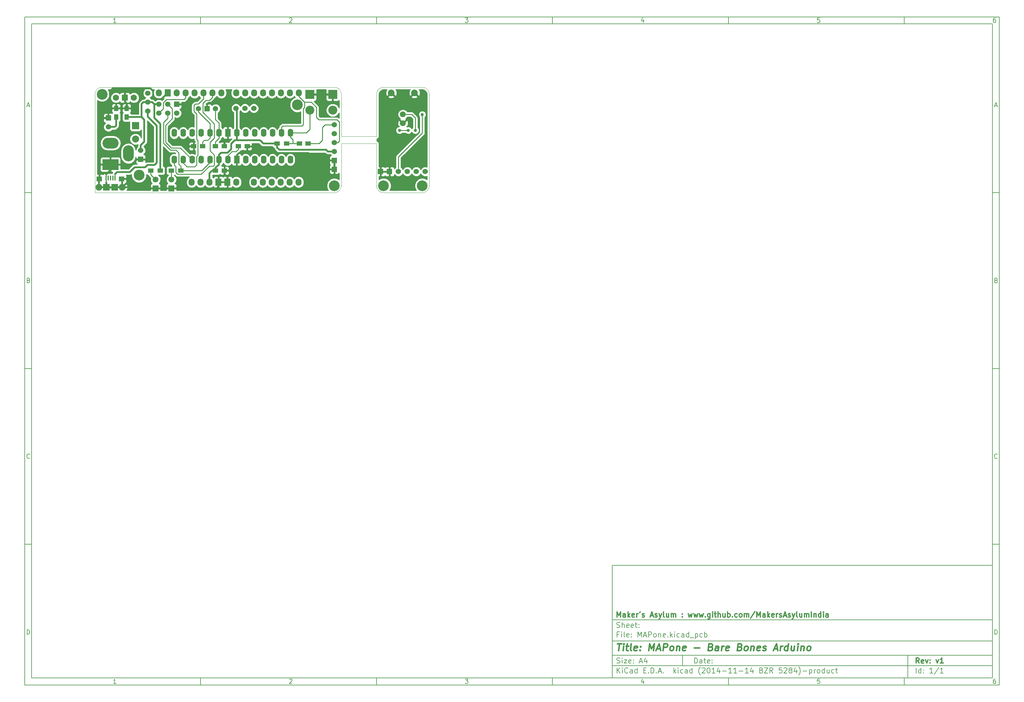
<source format=gbr>
G04 #@! TF.FileFunction,Copper,L2,Bot,Signal*
%FSLAX46Y46*%
G04 Gerber Fmt 4.6, Leading zero omitted, Abs format (unit mm)*
G04 Created by KiCad (PCBNEW (2014-11-14 BZR 5284)-product) date Mon Dec  1 14:26:38 2014*
%MOMM*%
G01*
G04 APERTURE LIST*
%ADD10C,0.100000*%
%ADD11C,0.150000*%
%ADD12C,0.300000*%
%ADD13C,0.400000*%
%ADD14C,1.778000*%
%ADD15R,1.778000X1.778000*%
%ADD16R,2.540000X2.540000*%
%ADD17C,2.540000*%
%ADD18R,1.500000X1.300000*%
%ADD19C,3.048000*%
%ADD20R,4.572000X3.048000*%
%ADD21O,4.572000X3.048000*%
%ADD22O,3.048000X4.572000*%
%ADD23C,1.524000*%
%ADD24R,1.524000X1.524000*%
%ADD25O,1.727200X2.032000*%
%ADD26R,1.727200X2.032000*%
%ADD27C,1.676400*%
%ADD28R,1.676400X1.676400*%
%ADD29R,1.500000X1.250000*%
%ADD30R,1.250000X1.500000*%
%ADD31O,1.574800X2.286000*%
%ADD32R,1.574800X2.286000*%
%ADD33R,0.406400X1.371600*%
%ADD34R,1.600200X1.422400*%
%ADD35R,1.905000X1.905000*%
%ADD36C,1.905000*%
%ADD37C,1.501140*%
%ADD38R,1.501140X1.501140*%
%ADD39C,1.998980*%
%ADD40R,1.998980X1.998980*%
%ADD41C,0.900000*%
%ADD42C,0.500000*%
%ADD43C,0.254000*%
%ADD44C,0.250000*%
G04 APERTURE END LIST*
D10*
D11*
X177002200Y-166007200D02*
X177002200Y-198007200D01*
X285002200Y-198007200D01*
X285002200Y-166007200D01*
X177002200Y-166007200D01*
D10*
D11*
X10000000Y-10000000D02*
X10000000Y-200007200D01*
X287002200Y-200007200D01*
X287002200Y-10000000D01*
X10000000Y-10000000D01*
D10*
D11*
X12000000Y-12000000D02*
X12000000Y-198007200D01*
X285002200Y-198007200D01*
X285002200Y-12000000D01*
X12000000Y-12000000D01*
D10*
D11*
X60000000Y-12000000D02*
X60000000Y-10000000D01*
D10*
D11*
X110000000Y-12000000D02*
X110000000Y-10000000D01*
D10*
D11*
X160000000Y-12000000D02*
X160000000Y-10000000D01*
D10*
D11*
X210000000Y-12000000D02*
X210000000Y-10000000D01*
D10*
D11*
X260000000Y-12000000D02*
X260000000Y-10000000D01*
D10*
D11*
X35990476Y-11588095D02*
X35247619Y-11588095D01*
X35619048Y-11588095D02*
X35619048Y-10288095D01*
X35495238Y-10473810D01*
X35371429Y-10597619D01*
X35247619Y-10659524D01*
D10*
D11*
X85247619Y-10411905D02*
X85309524Y-10350000D01*
X85433333Y-10288095D01*
X85742857Y-10288095D01*
X85866667Y-10350000D01*
X85928571Y-10411905D01*
X85990476Y-10535714D01*
X85990476Y-10659524D01*
X85928571Y-10845238D01*
X85185714Y-11588095D01*
X85990476Y-11588095D01*
D10*
D11*
X135185714Y-10288095D02*
X135990476Y-10288095D01*
X135557143Y-10783333D01*
X135742857Y-10783333D01*
X135866667Y-10845238D01*
X135928571Y-10907143D01*
X135990476Y-11030952D01*
X135990476Y-11340476D01*
X135928571Y-11464286D01*
X135866667Y-11526190D01*
X135742857Y-11588095D01*
X135371429Y-11588095D01*
X135247619Y-11526190D01*
X135185714Y-11464286D01*
D10*
D11*
X185866667Y-10721429D02*
X185866667Y-11588095D01*
X185557143Y-10226190D02*
X185247619Y-11154762D01*
X186052381Y-11154762D01*
D10*
D11*
X235928571Y-10288095D02*
X235309524Y-10288095D01*
X235247619Y-10907143D01*
X235309524Y-10845238D01*
X235433333Y-10783333D01*
X235742857Y-10783333D01*
X235866667Y-10845238D01*
X235928571Y-10907143D01*
X235990476Y-11030952D01*
X235990476Y-11340476D01*
X235928571Y-11464286D01*
X235866667Y-11526190D01*
X235742857Y-11588095D01*
X235433333Y-11588095D01*
X235309524Y-11526190D01*
X235247619Y-11464286D01*
D10*
D11*
X285866667Y-10288095D02*
X285619048Y-10288095D01*
X285495238Y-10350000D01*
X285433333Y-10411905D01*
X285309524Y-10597619D01*
X285247619Y-10845238D01*
X285247619Y-11340476D01*
X285309524Y-11464286D01*
X285371429Y-11526190D01*
X285495238Y-11588095D01*
X285742857Y-11588095D01*
X285866667Y-11526190D01*
X285928571Y-11464286D01*
X285990476Y-11340476D01*
X285990476Y-11030952D01*
X285928571Y-10907143D01*
X285866667Y-10845238D01*
X285742857Y-10783333D01*
X285495238Y-10783333D01*
X285371429Y-10845238D01*
X285309524Y-10907143D01*
X285247619Y-11030952D01*
D10*
D11*
X60000000Y-198007200D02*
X60000000Y-200007200D01*
D10*
D11*
X110000000Y-198007200D02*
X110000000Y-200007200D01*
D10*
D11*
X160000000Y-198007200D02*
X160000000Y-200007200D01*
D10*
D11*
X210000000Y-198007200D02*
X210000000Y-200007200D01*
D10*
D11*
X260000000Y-198007200D02*
X260000000Y-200007200D01*
D10*
D11*
X35990476Y-199595295D02*
X35247619Y-199595295D01*
X35619048Y-199595295D02*
X35619048Y-198295295D01*
X35495238Y-198481010D01*
X35371429Y-198604819D01*
X35247619Y-198666724D01*
D10*
D11*
X85247619Y-198419105D02*
X85309524Y-198357200D01*
X85433333Y-198295295D01*
X85742857Y-198295295D01*
X85866667Y-198357200D01*
X85928571Y-198419105D01*
X85990476Y-198542914D01*
X85990476Y-198666724D01*
X85928571Y-198852438D01*
X85185714Y-199595295D01*
X85990476Y-199595295D01*
D10*
D11*
X135185714Y-198295295D02*
X135990476Y-198295295D01*
X135557143Y-198790533D01*
X135742857Y-198790533D01*
X135866667Y-198852438D01*
X135928571Y-198914343D01*
X135990476Y-199038152D01*
X135990476Y-199347676D01*
X135928571Y-199471486D01*
X135866667Y-199533390D01*
X135742857Y-199595295D01*
X135371429Y-199595295D01*
X135247619Y-199533390D01*
X135185714Y-199471486D01*
D10*
D11*
X185866667Y-198728629D02*
X185866667Y-199595295D01*
X185557143Y-198233390D02*
X185247619Y-199161962D01*
X186052381Y-199161962D01*
D10*
D11*
X235928571Y-198295295D02*
X235309524Y-198295295D01*
X235247619Y-198914343D01*
X235309524Y-198852438D01*
X235433333Y-198790533D01*
X235742857Y-198790533D01*
X235866667Y-198852438D01*
X235928571Y-198914343D01*
X235990476Y-199038152D01*
X235990476Y-199347676D01*
X235928571Y-199471486D01*
X235866667Y-199533390D01*
X235742857Y-199595295D01*
X235433333Y-199595295D01*
X235309524Y-199533390D01*
X235247619Y-199471486D01*
D10*
D11*
X285866667Y-198295295D02*
X285619048Y-198295295D01*
X285495238Y-198357200D01*
X285433333Y-198419105D01*
X285309524Y-198604819D01*
X285247619Y-198852438D01*
X285247619Y-199347676D01*
X285309524Y-199471486D01*
X285371429Y-199533390D01*
X285495238Y-199595295D01*
X285742857Y-199595295D01*
X285866667Y-199533390D01*
X285928571Y-199471486D01*
X285990476Y-199347676D01*
X285990476Y-199038152D01*
X285928571Y-198914343D01*
X285866667Y-198852438D01*
X285742857Y-198790533D01*
X285495238Y-198790533D01*
X285371429Y-198852438D01*
X285309524Y-198914343D01*
X285247619Y-199038152D01*
D10*
D11*
X10000000Y-60000000D02*
X12000000Y-60000000D01*
D10*
D11*
X10000000Y-110000000D02*
X12000000Y-110000000D01*
D10*
D11*
X10000000Y-160000000D02*
X12000000Y-160000000D01*
D10*
D11*
X10690476Y-35216667D02*
X11309524Y-35216667D01*
X10566667Y-35588095D02*
X11000000Y-34288095D01*
X11433333Y-35588095D01*
D10*
D11*
X11092857Y-84907143D02*
X11278571Y-84969048D01*
X11340476Y-85030952D01*
X11402381Y-85154762D01*
X11402381Y-85340476D01*
X11340476Y-85464286D01*
X11278571Y-85526190D01*
X11154762Y-85588095D01*
X10659524Y-85588095D01*
X10659524Y-84288095D01*
X11092857Y-84288095D01*
X11216667Y-84350000D01*
X11278571Y-84411905D01*
X11340476Y-84535714D01*
X11340476Y-84659524D01*
X11278571Y-84783333D01*
X11216667Y-84845238D01*
X11092857Y-84907143D01*
X10659524Y-84907143D01*
D10*
D11*
X11402381Y-135464286D02*
X11340476Y-135526190D01*
X11154762Y-135588095D01*
X11030952Y-135588095D01*
X10845238Y-135526190D01*
X10721429Y-135402381D01*
X10659524Y-135278571D01*
X10597619Y-135030952D01*
X10597619Y-134845238D01*
X10659524Y-134597619D01*
X10721429Y-134473810D01*
X10845238Y-134350000D01*
X11030952Y-134288095D01*
X11154762Y-134288095D01*
X11340476Y-134350000D01*
X11402381Y-134411905D01*
D10*
D11*
X10659524Y-185588095D02*
X10659524Y-184288095D01*
X10969048Y-184288095D01*
X11154762Y-184350000D01*
X11278571Y-184473810D01*
X11340476Y-184597619D01*
X11402381Y-184845238D01*
X11402381Y-185030952D01*
X11340476Y-185278571D01*
X11278571Y-185402381D01*
X11154762Y-185526190D01*
X10969048Y-185588095D01*
X10659524Y-185588095D01*
D10*
D11*
X287002200Y-60000000D02*
X285002200Y-60000000D01*
D10*
D11*
X287002200Y-110000000D02*
X285002200Y-110000000D01*
D10*
D11*
X287002200Y-160000000D02*
X285002200Y-160000000D01*
D10*
D11*
X285692676Y-35216667D02*
X286311724Y-35216667D01*
X285568867Y-35588095D02*
X286002200Y-34288095D01*
X286435533Y-35588095D01*
D10*
D11*
X286095057Y-84907143D02*
X286280771Y-84969048D01*
X286342676Y-85030952D01*
X286404581Y-85154762D01*
X286404581Y-85340476D01*
X286342676Y-85464286D01*
X286280771Y-85526190D01*
X286156962Y-85588095D01*
X285661724Y-85588095D01*
X285661724Y-84288095D01*
X286095057Y-84288095D01*
X286218867Y-84350000D01*
X286280771Y-84411905D01*
X286342676Y-84535714D01*
X286342676Y-84659524D01*
X286280771Y-84783333D01*
X286218867Y-84845238D01*
X286095057Y-84907143D01*
X285661724Y-84907143D01*
D10*
D11*
X286404581Y-135464286D02*
X286342676Y-135526190D01*
X286156962Y-135588095D01*
X286033152Y-135588095D01*
X285847438Y-135526190D01*
X285723629Y-135402381D01*
X285661724Y-135278571D01*
X285599819Y-135030952D01*
X285599819Y-134845238D01*
X285661724Y-134597619D01*
X285723629Y-134473810D01*
X285847438Y-134350000D01*
X286033152Y-134288095D01*
X286156962Y-134288095D01*
X286342676Y-134350000D01*
X286404581Y-134411905D01*
D10*
D11*
X285661724Y-185588095D02*
X285661724Y-184288095D01*
X285971248Y-184288095D01*
X286156962Y-184350000D01*
X286280771Y-184473810D01*
X286342676Y-184597619D01*
X286404581Y-184845238D01*
X286404581Y-185030952D01*
X286342676Y-185278571D01*
X286280771Y-185402381D01*
X286156962Y-185526190D01*
X285971248Y-185588095D01*
X285661724Y-185588095D01*
D10*
D11*
X200359343Y-193785771D02*
X200359343Y-192285771D01*
X200716486Y-192285771D01*
X200930771Y-192357200D01*
X201073629Y-192500057D01*
X201145057Y-192642914D01*
X201216486Y-192928629D01*
X201216486Y-193142914D01*
X201145057Y-193428629D01*
X201073629Y-193571486D01*
X200930771Y-193714343D01*
X200716486Y-193785771D01*
X200359343Y-193785771D01*
X202502200Y-193785771D02*
X202502200Y-193000057D01*
X202430771Y-192857200D01*
X202287914Y-192785771D01*
X202002200Y-192785771D01*
X201859343Y-192857200D01*
X202502200Y-193714343D02*
X202359343Y-193785771D01*
X202002200Y-193785771D01*
X201859343Y-193714343D01*
X201787914Y-193571486D01*
X201787914Y-193428629D01*
X201859343Y-193285771D01*
X202002200Y-193214343D01*
X202359343Y-193214343D01*
X202502200Y-193142914D01*
X203002200Y-192785771D02*
X203573629Y-192785771D01*
X203216486Y-192285771D02*
X203216486Y-193571486D01*
X203287914Y-193714343D01*
X203430772Y-193785771D01*
X203573629Y-193785771D01*
X204645057Y-193714343D02*
X204502200Y-193785771D01*
X204216486Y-193785771D01*
X204073629Y-193714343D01*
X204002200Y-193571486D01*
X204002200Y-193000057D01*
X204073629Y-192857200D01*
X204216486Y-192785771D01*
X204502200Y-192785771D01*
X204645057Y-192857200D01*
X204716486Y-193000057D01*
X204716486Y-193142914D01*
X204002200Y-193285771D01*
X205359343Y-193642914D02*
X205430771Y-193714343D01*
X205359343Y-193785771D01*
X205287914Y-193714343D01*
X205359343Y-193642914D01*
X205359343Y-193785771D01*
X205359343Y-192857200D02*
X205430771Y-192928629D01*
X205359343Y-193000057D01*
X205287914Y-192928629D01*
X205359343Y-192857200D01*
X205359343Y-193000057D01*
D10*
D11*
X177002200Y-194507200D02*
X285002200Y-194507200D01*
D10*
D11*
X178359343Y-196585771D02*
X178359343Y-195085771D01*
X179216486Y-196585771D02*
X178573629Y-195728629D01*
X179216486Y-195085771D02*
X178359343Y-195942914D01*
X179859343Y-196585771D02*
X179859343Y-195585771D01*
X179859343Y-195085771D02*
X179787914Y-195157200D01*
X179859343Y-195228629D01*
X179930771Y-195157200D01*
X179859343Y-195085771D01*
X179859343Y-195228629D01*
X181430772Y-196442914D02*
X181359343Y-196514343D01*
X181145057Y-196585771D01*
X181002200Y-196585771D01*
X180787915Y-196514343D01*
X180645057Y-196371486D01*
X180573629Y-196228629D01*
X180502200Y-195942914D01*
X180502200Y-195728629D01*
X180573629Y-195442914D01*
X180645057Y-195300057D01*
X180787915Y-195157200D01*
X181002200Y-195085771D01*
X181145057Y-195085771D01*
X181359343Y-195157200D01*
X181430772Y-195228629D01*
X182716486Y-196585771D02*
X182716486Y-195800057D01*
X182645057Y-195657200D01*
X182502200Y-195585771D01*
X182216486Y-195585771D01*
X182073629Y-195657200D01*
X182716486Y-196514343D02*
X182573629Y-196585771D01*
X182216486Y-196585771D01*
X182073629Y-196514343D01*
X182002200Y-196371486D01*
X182002200Y-196228629D01*
X182073629Y-196085771D01*
X182216486Y-196014343D01*
X182573629Y-196014343D01*
X182716486Y-195942914D01*
X184073629Y-196585771D02*
X184073629Y-195085771D01*
X184073629Y-196514343D02*
X183930772Y-196585771D01*
X183645058Y-196585771D01*
X183502200Y-196514343D01*
X183430772Y-196442914D01*
X183359343Y-196300057D01*
X183359343Y-195871486D01*
X183430772Y-195728629D01*
X183502200Y-195657200D01*
X183645058Y-195585771D01*
X183930772Y-195585771D01*
X184073629Y-195657200D01*
X185930772Y-195800057D02*
X186430772Y-195800057D01*
X186645058Y-196585771D02*
X185930772Y-196585771D01*
X185930772Y-195085771D01*
X186645058Y-195085771D01*
X187287915Y-196442914D02*
X187359343Y-196514343D01*
X187287915Y-196585771D01*
X187216486Y-196514343D01*
X187287915Y-196442914D01*
X187287915Y-196585771D01*
X188002201Y-196585771D02*
X188002201Y-195085771D01*
X188359344Y-195085771D01*
X188573629Y-195157200D01*
X188716487Y-195300057D01*
X188787915Y-195442914D01*
X188859344Y-195728629D01*
X188859344Y-195942914D01*
X188787915Y-196228629D01*
X188716487Y-196371486D01*
X188573629Y-196514343D01*
X188359344Y-196585771D01*
X188002201Y-196585771D01*
X189502201Y-196442914D02*
X189573629Y-196514343D01*
X189502201Y-196585771D01*
X189430772Y-196514343D01*
X189502201Y-196442914D01*
X189502201Y-196585771D01*
X190145058Y-196157200D02*
X190859344Y-196157200D01*
X190002201Y-196585771D02*
X190502201Y-195085771D01*
X191002201Y-196585771D01*
X191502201Y-196442914D02*
X191573629Y-196514343D01*
X191502201Y-196585771D01*
X191430772Y-196514343D01*
X191502201Y-196442914D01*
X191502201Y-196585771D01*
X194502201Y-196585771D02*
X194502201Y-195085771D01*
X194645058Y-196014343D02*
X195073629Y-196585771D01*
X195073629Y-195585771D02*
X194502201Y-196157200D01*
X195716487Y-196585771D02*
X195716487Y-195585771D01*
X195716487Y-195085771D02*
X195645058Y-195157200D01*
X195716487Y-195228629D01*
X195787915Y-195157200D01*
X195716487Y-195085771D01*
X195716487Y-195228629D01*
X197073630Y-196514343D02*
X196930773Y-196585771D01*
X196645059Y-196585771D01*
X196502201Y-196514343D01*
X196430773Y-196442914D01*
X196359344Y-196300057D01*
X196359344Y-195871486D01*
X196430773Y-195728629D01*
X196502201Y-195657200D01*
X196645059Y-195585771D01*
X196930773Y-195585771D01*
X197073630Y-195657200D01*
X198359344Y-196585771D02*
X198359344Y-195800057D01*
X198287915Y-195657200D01*
X198145058Y-195585771D01*
X197859344Y-195585771D01*
X197716487Y-195657200D01*
X198359344Y-196514343D02*
X198216487Y-196585771D01*
X197859344Y-196585771D01*
X197716487Y-196514343D01*
X197645058Y-196371486D01*
X197645058Y-196228629D01*
X197716487Y-196085771D01*
X197859344Y-196014343D01*
X198216487Y-196014343D01*
X198359344Y-195942914D01*
X199716487Y-196585771D02*
X199716487Y-195085771D01*
X199716487Y-196514343D02*
X199573630Y-196585771D01*
X199287916Y-196585771D01*
X199145058Y-196514343D01*
X199073630Y-196442914D01*
X199002201Y-196300057D01*
X199002201Y-195871486D01*
X199073630Y-195728629D01*
X199145058Y-195657200D01*
X199287916Y-195585771D01*
X199573630Y-195585771D01*
X199716487Y-195657200D01*
X202002201Y-197157200D02*
X201930773Y-197085771D01*
X201787916Y-196871486D01*
X201716487Y-196728629D01*
X201645058Y-196514343D01*
X201573630Y-196157200D01*
X201573630Y-195871486D01*
X201645058Y-195514343D01*
X201716487Y-195300057D01*
X201787916Y-195157200D01*
X201930773Y-194942914D01*
X202002201Y-194871486D01*
X202502201Y-195228629D02*
X202573630Y-195157200D01*
X202716487Y-195085771D01*
X203073630Y-195085771D01*
X203216487Y-195157200D01*
X203287916Y-195228629D01*
X203359344Y-195371486D01*
X203359344Y-195514343D01*
X203287916Y-195728629D01*
X202430773Y-196585771D01*
X203359344Y-196585771D01*
X204287915Y-195085771D02*
X204430772Y-195085771D01*
X204573629Y-195157200D01*
X204645058Y-195228629D01*
X204716487Y-195371486D01*
X204787915Y-195657200D01*
X204787915Y-196014343D01*
X204716487Y-196300057D01*
X204645058Y-196442914D01*
X204573629Y-196514343D01*
X204430772Y-196585771D01*
X204287915Y-196585771D01*
X204145058Y-196514343D01*
X204073629Y-196442914D01*
X204002201Y-196300057D01*
X203930772Y-196014343D01*
X203930772Y-195657200D01*
X204002201Y-195371486D01*
X204073629Y-195228629D01*
X204145058Y-195157200D01*
X204287915Y-195085771D01*
X206216486Y-196585771D02*
X205359343Y-196585771D01*
X205787915Y-196585771D02*
X205787915Y-195085771D01*
X205645058Y-195300057D01*
X205502200Y-195442914D01*
X205359343Y-195514343D01*
X207502200Y-195585771D02*
X207502200Y-196585771D01*
X207145057Y-195014343D02*
X206787914Y-196085771D01*
X207716486Y-196085771D01*
X208287914Y-196014343D02*
X209430771Y-196014343D01*
X210930771Y-196585771D02*
X210073628Y-196585771D01*
X210502200Y-196585771D02*
X210502200Y-195085771D01*
X210359343Y-195300057D01*
X210216485Y-195442914D01*
X210073628Y-195514343D01*
X212359342Y-196585771D02*
X211502199Y-196585771D01*
X211930771Y-196585771D02*
X211930771Y-195085771D01*
X211787914Y-195300057D01*
X211645056Y-195442914D01*
X211502199Y-195514343D01*
X213002199Y-196014343D02*
X214145056Y-196014343D01*
X215645056Y-196585771D02*
X214787913Y-196585771D01*
X215216485Y-196585771D02*
X215216485Y-195085771D01*
X215073628Y-195300057D01*
X214930770Y-195442914D01*
X214787913Y-195514343D01*
X216930770Y-195585771D02*
X216930770Y-196585771D01*
X216573627Y-195014343D02*
X216216484Y-196085771D01*
X217145056Y-196085771D01*
X219359341Y-195800057D02*
X219573627Y-195871486D01*
X219645055Y-195942914D01*
X219716484Y-196085771D01*
X219716484Y-196300057D01*
X219645055Y-196442914D01*
X219573627Y-196514343D01*
X219430769Y-196585771D01*
X218859341Y-196585771D01*
X218859341Y-195085771D01*
X219359341Y-195085771D01*
X219502198Y-195157200D01*
X219573627Y-195228629D01*
X219645055Y-195371486D01*
X219645055Y-195514343D01*
X219573627Y-195657200D01*
X219502198Y-195728629D01*
X219359341Y-195800057D01*
X218859341Y-195800057D01*
X220216484Y-195085771D02*
X221216484Y-195085771D01*
X220216484Y-196585771D01*
X221216484Y-196585771D01*
X222645055Y-196585771D02*
X222145055Y-195871486D01*
X221787912Y-196585771D02*
X221787912Y-195085771D01*
X222359340Y-195085771D01*
X222502198Y-195157200D01*
X222573626Y-195228629D01*
X222645055Y-195371486D01*
X222645055Y-195585771D01*
X222573626Y-195728629D01*
X222502198Y-195800057D01*
X222359340Y-195871486D01*
X221787912Y-195871486D01*
X225145055Y-195085771D02*
X224430769Y-195085771D01*
X224359340Y-195800057D01*
X224430769Y-195728629D01*
X224573626Y-195657200D01*
X224930769Y-195657200D01*
X225073626Y-195728629D01*
X225145055Y-195800057D01*
X225216483Y-195942914D01*
X225216483Y-196300057D01*
X225145055Y-196442914D01*
X225073626Y-196514343D01*
X224930769Y-196585771D01*
X224573626Y-196585771D01*
X224430769Y-196514343D01*
X224359340Y-196442914D01*
X225787911Y-195228629D02*
X225859340Y-195157200D01*
X226002197Y-195085771D01*
X226359340Y-195085771D01*
X226502197Y-195157200D01*
X226573626Y-195228629D01*
X226645054Y-195371486D01*
X226645054Y-195514343D01*
X226573626Y-195728629D01*
X225716483Y-196585771D01*
X226645054Y-196585771D01*
X227502197Y-195728629D02*
X227359339Y-195657200D01*
X227287911Y-195585771D01*
X227216482Y-195442914D01*
X227216482Y-195371486D01*
X227287911Y-195228629D01*
X227359339Y-195157200D01*
X227502197Y-195085771D01*
X227787911Y-195085771D01*
X227930768Y-195157200D01*
X228002197Y-195228629D01*
X228073625Y-195371486D01*
X228073625Y-195442914D01*
X228002197Y-195585771D01*
X227930768Y-195657200D01*
X227787911Y-195728629D01*
X227502197Y-195728629D01*
X227359339Y-195800057D01*
X227287911Y-195871486D01*
X227216482Y-196014343D01*
X227216482Y-196300057D01*
X227287911Y-196442914D01*
X227359339Y-196514343D01*
X227502197Y-196585771D01*
X227787911Y-196585771D01*
X227930768Y-196514343D01*
X228002197Y-196442914D01*
X228073625Y-196300057D01*
X228073625Y-196014343D01*
X228002197Y-195871486D01*
X227930768Y-195800057D01*
X227787911Y-195728629D01*
X229359339Y-195585771D02*
X229359339Y-196585771D01*
X229002196Y-195014343D02*
X228645053Y-196085771D01*
X229573625Y-196085771D01*
X230002196Y-197157200D02*
X230073624Y-197085771D01*
X230216481Y-196871486D01*
X230287910Y-196728629D01*
X230359339Y-196514343D01*
X230430767Y-196157200D01*
X230430767Y-195871486D01*
X230359339Y-195514343D01*
X230287910Y-195300057D01*
X230216481Y-195157200D01*
X230073624Y-194942914D01*
X230002196Y-194871486D01*
X231145053Y-196014343D02*
X232287910Y-196014343D01*
X233002196Y-195585771D02*
X233002196Y-197085771D01*
X233002196Y-195657200D02*
X233145053Y-195585771D01*
X233430767Y-195585771D01*
X233573624Y-195657200D01*
X233645053Y-195728629D01*
X233716482Y-195871486D01*
X233716482Y-196300057D01*
X233645053Y-196442914D01*
X233573624Y-196514343D01*
X233430767Y-196585771D01*
X233145053Y-196585771D01*
X233002196Y-196514343D01*
X234359339Y-196585771D02*
X234359339Y-195585771D01*
X234359339Y-195871486D02*
X234430767Y-195728629D01*
X234502196Y-195657200D01*
X234645053Y-195585771D01*
X234787910Y-195585771D01*
X235502196Y-196585771D02*
X235359338Y-196514343D01*
X235287910Y-196442914D01*
X235216481Y-196300057D01*
X235216481Y-195871486D01*
X235287910Y-195728629D01*
X235359338Y-195657200D01*
X235502196Y-195585771D01*
X235716481Y-195585771D01*
X235859338Y-195657200D01*
X235930767Y-195728629D01*
X236002196Y-195871486D01*
X236002196Y-196300057D01*
X235930767Y-196442914D01*
X235859338Y-196514343D01*
X235716481Y-196585771D01*
X235502196Y-196585771D01*
X237287910Y-196585771D02*
X237287910Y-195085771D01*
X237287910Y-196514343D02*
X237145053Y-196585771D01*
X236859339Y-196585771D01*
X236716481Y-196514343D01*
X236645053Y-196442914D01*
X236573624Y-196300057D01*
X236573624Y-195871486D01*
X236645053Y-195728629D01*
X236716481Y-195657200D01*
X236859339Y-195585771D01*
X237145053Y-195585771D01*
X237287910Y-195657200D01*
X238645053Y-195585771D02*
X238645053Y-196585771D01*
X238002196Y-195585771D02*
X238002196Y-196371486D01*
X238073624Y-196514343D01*
X238216482Y-196585771D01*
X238430767Y-196585771D01*
X238573624Y-196514343D01*
X238645053Y-196442914D01*
X240002196Y-196514343D02*
X239859339Y-196585771D01*
X239573625Y-196585771D01*
X239430767Y-196514343D01*
X239359339Y-196442914D01*
X239287910Y-196300057D01*
X239287910Y-195871486D01*
X239359339Y-195728629D01*
X239430767Y-195657200D01*
X239573625Y-195585771D01*
X239859339Y-195585771D01*
X240002196Y-195657200D01*
X240430767Y-195585771D02*
X241002196Y-195585771D01*
X240645053Y-195085771D02*
X240645053Y-196371486D01*
X240716481Y-196514343D01*
X240859339Y-196585771D01*
X241002196Y-196585771D01*
D10*
D11*
X177002200Y-191507200D02*
X285002200Y-191507200D01*
D10*
D12*
X264216486Y-193785771D02*
X263716486Y-193071486D01*
X263359343Y-193785771D02*
X263359343Y-192285771D01*
X263930771Y-192285771D01*
X264073629Y-192357200D01*
X264145057Y-192428629D01*
X264216486Y-192571486D01*
X264216486Y-192785771D01*
X264145057Y-192928629D01*
X264073629Y-193000057D01*
X263930771Y-193071486D01*
X263359343Y-193071486D01*
X265430771Y-193714343D02*
X265287914Y-193785771D01*
X265002200Y-193785771D01*
X264859343Y-193714343D01*
X264787914Y-193571486D01*
X264787914Y-193000057D01*
X264859343Y-192857200D01*
X265002200Y-192785771D01*
X265287914Y-192785771D01*
X265430771Y-192857200D01*
X265502200Y-193000057D01*
X265502200Y-193142914D01*
X264787914Y-193285771D01*
X266002200Y-192785771D02*
X266359343Y-193785771D01*
X266716485Y-192785771D01*
X267287914Y-193642914D02*
X267359342Y-193714343D01*
X267287914Y-193785771D01*
X267216485Y-193714343D01*
X267287914Y-193642914D01*
X267287914Y-193785771D01*
X267287914Y-192857200D02*
X267359342Y-192928629D01*
X267287914Y-193000057D01*
X267216485Y-192928629D01*
X267287914Y-192857200D01*
X267287914Y-193000057D01*
X269002200Y-192785771D02*
X269359343Y-193785771D01*
X269716485Y-192785771D01*
X271073628Y-193785771D02*
X270216485Y-193785771D01*
X270645057Y-193785771D02*
X270645057Y-192285771D01*
X270502200Y-192500057D01*
X270359342Y-192642914D01*
X270216485Y-192714343D01*
D10*
D11*
X178287914Y-193714343D02*
X178502200Y-193785771D01*
X178859343Y-193785771D01*
X179002200Y-193714343D01*
X179073629Y-193642914D01*
X179145057Y-193500057D01*
X179145057Y-193357200D01*
X179073629Y-193214343D01*
X179002200Y-193142914D01*
X178859343Y-193071486D01*
X178573629Y-193000057D01*
X178430771Y-192928629D01*
X178359343Y-192857200D01*
X178287914Y-192714343D01*
X178287914Y-192571486D01*
X178359343Y-192428629D01*
X178430771Y-192357200D01*
X178573629Y-192285771D01*
X178930771Y-192285771D01*
X179145057Y-192357200D01*
X179787914Y-193785771D02*
X179787914Y-192785771D01*
X179787914Y-192285771D02*
X179716485Y-192357200D01*
X179787914Y-192428629D01*
X179859342Y-192357200D01*
X179787914Y-192285771D01*
X179787914Y-192428629D01*
X180359343Y-192785771D02*
X181145057Y-192785771D01*
X180359343Y-193785771D01*
X181145057Y-193785771D01*
X182287914Y-193714343D02*
X182145057Y-193785771D01*
X181859343Y-193785771D01*
X181716486Y-193714343D01*
X181645057Y-193571486D01*
X181645057Y-193000057D01*
X181716486Y-192857200D01*
X181859343Y-192785771D01*
X182145057Y-192785771D01*
X182287914Y-192857200D01*
X182359343Y-193000057D01*
X182359343Y-193142914D01*
X181645057Y-193285771D01*
X183002200Y-193642914D02*
X183073628Y-193714343D01*
X183002200Y-193785771D01*
X182930771Y-193714343D01*
X183002200Y-193642914D01*
X183002200Y-193785771D01*
X183002200Y-192857200D02*
X183073628Y-192928629D01*
X183002200Y-193000057D01*
X182930771Y-192928629D01*
X183002200Y-192857200D01*
X183002200Y-193000057D01*
X184787914Y-193357200D02*
X185502200Y-193357200D01*
X184645057Y-193785771D02*
X185145057Y-192285771D01*
X185645057Y-193785771D01*
X186787914Y-192785771D02*
X186787914Y-193785771D01*
X186430771Y-192214343D02*
X186073628Y-193285771D01*
X187002200Y-193285771D01*
D10*
D11*
X263359343Y-196585771D02*
X263359343Y-195085771D01*
X264716486Y-196585771D02*
X264716486Y-195085771D01*
X264716486Y-196514343D02*
X264573629Y-196585771D01*
X264287915Y-196585771D01*
X264145057Y-196514343D01*
X264073629Y-196442914D01*
X264002200Y-196300057D01*
X264002200Y-195871486D01*
X264073629Y-195728629D01*
X264145057Y-195657200D01*
X264287915Y-195585771D01*
X264573629Y-195585771D01*
X264716486Y-195657200D01*
X265430772Y-196442914D02*
X265502200Y-196514343D01*
X265430772Y-196585771D01*
X265359343Y-196514343D01*
X265430772Y-196442914D01*
X265430772Y-196585771D01*
X265430772Y-195657200D02*
X265502200Y-195728629D01*
X265430772Y-195800057D01*
X265359343Y-195728629D01*
X265430772Y-195657200D01*
X265430772Y-195800057D01*
X268073629Y-196585771D02*
X267216486Y-196585771D01*
X267645058Y-196585771D02*
X267645058Y-195085771D01*
X267502201Y-195300057D01*
X267359343Y-195442914D01*
X267216486Y-195514343D01*
X269787914Y-195014343D02*
X268502200Y-196942914D01*
X271073629Y-196585771D02*
X270216486Y-196585771D01*
X270645058Y-196585771D02*
X270645058Y-195085771D01*
X270502201Y-195300057D01*
X270359343Y-195442914D01*
X270216486Y-195514343D01*
D10*
D11*
X177002200Y-187507200D02*
X285002200Y-187507200D01*
D10*
D13*
X178454581Y-188211962D02*
X179597438Y-188211962D01*
X178776010Y-190211962D02*
X179026010Y-188211962D01*
X180014105Y-190211962D02*
X180180771Y-188878629D01*
X180264105Y-188211962D02*
X180156962Y-188307200D01*
X180240295Y-188402438D01*
X180347439Y-188307200D01*
X180264105Y-188211962D01*
X180240295Y-188402438D01*
X180847438Y-188878629D02*
X181609343Y-188878629D01*
X181216486Y-188211962D02*
X181002200Y-189926248D01*
X181073630Y-190116724D01*
X181252201Y-190211962D01*
X181442677Y-190211962D01*
X182395058Y-190211962D02*
X182216487Y-190116724D01*
X182145057Y-189926248D01*
X182359343Y-188211962D01*
X183930772Y-190116724D02*
X183728391Y-190211962D01*
X183347439Y-190211962D01*
X183168867Y-190116724D01*
X183097438Y-189926248D01*
X183192676Y-189164343D01*
X183311724Y-188973867D01*
X183514105Y-188878629D01*
X183895057Y-188878629D01*
X184073629Y-188973867D01*
X184145057Y-189164343D01*
X184121248Y-189354819D01*
X183145057Y-189545295D01*
X184895057Y-190021486D02*
X184978392Y-190116724D01*
X184871248Y-190211962D01*
X184787915Y-190116724D01*
X184895057Y-190021486D01*
X184871248Y-190211962D01*
X185026010Y-188973867D02*
X185109344Y-189069105D01*
X185002200Y-189164343D01*
X184918867Y-189069105D01*
X185026010Y-188973867D01*
X185002200Y-189164343D01*
X187347439Y-190211962D02*
X187597439Y-188211962D01*
X188085534Y-189640533D01*
X188930773Y-188211962D01*
X188680773Y-190211962D01*
X189609343Y-189640533D02*
X190561724Y-189640533D01*
X189347439Y-190211962D02*
X190264106Y-188211962D01*
X190680773Y-190211962D01*
X191347439Y-190211962D02*
X191597439Y-188211962D01*
X192359344Y-188211962D01*
X192537915Y-188307200D01*
X192621249Y-188402438D01*
X192692678Y-188592914D01*
X192656963Y-188878629D01*
X192537916Y-189069105D01*
X192430772Y-189164343D01*
X192228391Y-189259581D01*
X191466486Y-189259581D01*
X193633154Y-190211962D02*
X193454583Y-190116724D01*
X193371248Y-190021486D01*
X193299820Y-189831010D01*
X193371248Y-189259581D01*
X193490296Y-189069105D01*
X193597440Y-188973867D01*
X193799820Y-188878629D01*
X194085534Y-188878629D01*
X194264106Y-188973867D01*
X194347439Y-189069105D01*
X194418867Y-189259581D01*
X194347439Y-189831010D01*
X194228391Y-190021486D01*
X194121249Y-190116724D01*
X193918868Y-190211962D01*
X193633154Y-190211962D01*
X195323629Y-188878629D02*
X195156963Y-190211962D01*
X195299820Y-189069105D02*
X195406964Y-188973867D01*
X195609344Y-188878629D01*
X195895058Y-188878629D01*
X196073630Y-188973867D01*
X196145058Y-189164343D01*
X196014106Y-190211962D01*
X197740297Y-190116724D02*
X197537916Y-190211962D01*
X197156964Y-190211962D01*
X196978392Y-190116724D01*
X196906963Y-189926248D01*
X197002201Y-189164343D01*
X197121249Y-188973867D01*
X197323630Y-188878629D01*
X197704582Y-188878629D01*
X197883154Y-188973867D01*
X197954582Y-189164343D01*
X197930773Y-189354819D01*
X196954582Y-189545295D01*
X200299821Y-189450057D02*
X201823631Y-189450057D01*
X205002202Y-189164343D02*
X205276011Y-189259581D01*
X205359346Y-189354819D01*
X205430774Y-189545295D01*
X205395060Y-189831010D01*
X205276012Y-190021486D01*
X205168869Y-190116724D01*
X204966488Y-190211962D01*
X204204583Y-190211962D01*
X204454583Y-188211962D01*
X205121250Y-188211962D01*
X205299821Y-188307200D01*
X205383154Y-188402438D01*
X205454584Y-188592914D01*
X205430774Y-188783390D01*
X205311726Y-188973867D01*
X205204583Y-189069105D01*
X205002202Y-189164343D01*
X204335535Y-189164343D01*
X207061726Y-190211962D02*
X207192678Y-189164343D01*
X207121250Y-188973867D01*
X206942678Y-188878629D01*
X206561726Y-188878629D01*
X206359345Y-188973867D01*
X207073631Y-190116724D02*
X206871250Y-190211962D01*
X206395060Y-190211962D01*
X206216488Y-190116724D01*
X206145059Y-189926248D01*
X206168869Y-189735771D01*
X206287916Y-189545295D01*
X206490298Y-189450057D01*
X206966488Y-189450057D01*
X207168869Y-189354819D01*
X208014107Y-190211962D02*
X208180773Y-188878629D01*
X208133154Y-189259581D02*
X208252203Y-189069105D01*
X208359346Y-188973867D01*
X208561726Y-188878629D01*
X208752202Y-188878629D01*
X210026012Y-190116724D02*
X209823631Y-190211962D01*
X209442679Y-190211962D01*
X209264107Y-190116724D01*
X209192678Y-189926248D01*
X209287916Y-189164343D01*
X209406964Y-188973867D01*
X209609345Y-188878629D01*
X209990297Y-188878629D01*
X210168869Y-188973867D01*
X210240297Y-189164343D01*
X210216488Y-189354819D01*
X209240297Y-189545295D01*
X213287917Y-189164343D02*
X213561726Y-189259581D01*
X213645061Y-189354819D01*
X213716489Y-189545295D01*
X213680775Y-189831010D01*
X213561727Y-190021486D01*
X213454584Y-190116724D01*
X213252203Y-190211962D01*
X212490298Y-190211962D01*
X212740298Y-188211962D01*
X213406965Y-188211962D01*
X213585536Y-188307200D01*
X213668869Y-188402438D01*
X213740299Y-188592914D01*
X213716489Y-188783390D01*
X213597441Y-188973867D01*
X213490298Y-189069105D01*
X213287917Y-189164343D01*
X212621250Y-189164343D01*
X214776013Y-190211962D02*
X214597442Y-190116724D01*
X214514107Y-190021486D01*
X214442679Y-189831010D01*
X214514107Y-189259581D01*
X214633155Y-189069105D01*
X214740299Y-188973867D01*
X214942679Y-188878629D01*
X215228393Y-188878629D01*
X215406965Y-188973867D01*
X215490298Y-189069105D01*
X215561726Y-189259581D01*
X215490298Y-189831010D01*
X215371250Y-190021486D01*
X215264108Y-190116724D01*
X215061727Y-190211962D01*
X214776013Y-190211962D01*
X216466488Y-188878629D02*
X216299822Y-190211962D01*
X216442679Y-189069105D02*
X216549823Y-188973867D01*
X216752203Y-188878629D01*
X217037917Y-188878629D01*
X217216489Y-188973867D01*
X217287917Y-189164343D01*
X217156965Y-190211962D01*
X218883156Y-190116724D02*
X218680775Y-190211962D01*
X218299823Y-190211962D01*
X218121251Y-190116724D01*
X218049822Y-189926248D01*
X218145060Y-189164343D01*
X218264108Y-188973867D01*
X218466489Y-188878629D01*
X218847441Y-188878629D01*
X219026013Y-188973867D01*
X219097441Y-189164343D01*
X219073632Y-189354819D01*
X218097441Y-189545295D01*
X219740299Y-190116724D02*
X219918871Y-190211962D01*
X220299823Y-190211962D01*
X220502204Y-190116724D01*
X220621251Y-189926248D01*
X220633156Y-189831010D01*
X220561727Y-189640533D01*
X220383156Y-189545295D01*
X220097442Y-189545295D01*
X219918870Y-189450057D01*
X219847441Y-189259581D01*
X219859346Y-189164343D01*
X219978394Y-188973867D01*
X220180775Y-188878629D01*
X220466489Y-188878629D01*
X220645061Y-188973867D01*
X222942680Y-189640533D02*
X223895061Y-189640533D01*
X222680776Y-190211962D02*
X223597443Y-188211962D01*
X224014110Y-190211962D01*
X224680776Y-190211962D02*
X224847442Y-188878629D01*
X224799823Y-189259581D02*
X224918872Y-189069105D01*
X225026015Y-188973867D01*
X225228395Y-188878629D01*
X225418871Y-188878629D01*
X226776014Y-190211962D02*
X227026014Y-188211962D01*
X226787919Y-190116724D02*
X226585538Y-190211962D01*
X226204586Y-190211962D01*
X226026015Y-190116724D01*
X225942680Y-190021486D01*
X225871252Y-189831010D01*
X225942680Y-189259581D01*
X226061728Y-189069105D01*
X226168872Y-188973867D01*
X226371252Y-188878629D01*
X226752204Y-188878629D01*
X226930776Y-188973867D01*
X228752204Y-188878629D02*
X228585538Y-190211962D01*
X227895061Y-188878629D02*
X227764109Y-189926248D01*
X227835539Y-190116724D01*
X228014110Y-190211962D01*
X228299824Y-190211962D01*
X228502205Y-190116724D01*
X228609347Y-190021486D01*
X229537919Y-190211962D02*
X229704585Y-188878629D01*
X229787919Y-188211962D02*
X229680776Y-188307200D01*
X229764109Y-188402438D01*
X229871253Y-188307200D01*
X229787919Y-188211962D01*
X229764109Y-188402438D01*
X230656966Y-188878629D02*
X230490300Y-190211962D01*
X230633157Y-189069105D02*
X230740301Y-188973867D01*
X230942681Y-188878629D01*
X231228395Y-188878629D01*
X231406967Y-188973867D01*
X231478395Y-189164343D01*
X231347443Y-190211962D01*
X232585539Y-190211962D02*
X232406968Y-190116724D01*
X232323633Y-190021486D01*
X232252205Y-189831010D01*
X232323633Y-189259581D01*
X232442681Y-189069105D01*
X232549825Y-188973867D01*
X232752205Y-188878629D01*
X233037919Y-188878629D01*
X233216491Y-188973867D01*
X233299824Y-189069105D01*
X233371252Y-189259581D01*
X233299824Y-189831010D01*
X233180776Y-190021486D01*
X233073634Y-190116724D01*
X232871253Y-190211962D01*
X232585539Y-190211962D01*
D10*
D11*
X178859343Y-185600057D02*
X178359343Y-185600057D01*
X178359343Y-186385771D02*
X178359343Y-184885771D01*
X179073629Y-184885771D01*
X179645057Y-186385771D02*
X179645057Y-185385771D01*
X179645057Y-184885771D02*
X179573628Y-184957200D01*
X179645057Y-185028629D01*
X179716485Y-184957200D01*
X179645057Y-184885771D01*
X179645057Y-185028629D01*
X180573629Y-186385771D02*
X180430771Y-186314343D01*
X180359343Y-186171486D01*
X180359343Y-184885771D01*
X181716485Y-186314343D02*
X181573628Y-186385771D01*
X181287914Y-186385771D01*
X181145057Y-186314343D01*
X181073628Y-186171486D01*
X181073628Y-185600057D01*
X181145057Y-185457200D01*
X181287914Y-185385771D01*
X181573628Y-185385771D01*
X181716485Y-185457200D01*
X181787914Y-185600057D01*
X181787914Y-185742914D01*
X181073628Y-185885771D01*
X182430771Y-186242914D02*
X182502199Y-186314343D01*
X182430771Y-186385771D01*
X182359342Y-186314343D01*
X182430771Y-186242914D01*
X182430771Y-186385771D01*
X182430771Y-185457200D02*
X182502199Y-185528629D01*
X182430771Y-185600057D01*
X182359342Y-185528629D01*
X182430771Y-185457200D01*
X182430771Y-185600057D01*
X184287914Y-186385771D02*
X184287914Y-184885771D01*
X184787914Y-185957200D01*
X185287914Y-184885771D01*
X185287914Y-186385771D01*
X185930771Y-185957200D02*
X186645057Y-185957200D01*
X185787914Y-186385771D02*
X186287914Y-184885771D01*
X186787914Y-186385771D01*
X187287914Y-186385771D02*
X187287914Y-184885771D01*
X187859342Y-184885771D01*
X188002200Y-184957200D01*
X188073628Y-185028629D01*
X188145057Y-185171486D01*
X188145057Y-185385771D01*
X188073628Y-185528629D01*
X188002200Y-185600057D01*
X187859342Y-185671486D01*
X187287914Y-185671486D01*
X189002200Y-186385771D02*
X188859342Y-186314343D01*
X188787914Y-186242914D01*
X188716485Y-186100057D01*
X188716485Y-185671486D01*
X188787914Y-185528629D01*
X188859342Y-185457200D01*
X189002200Y-185385771D01*
X189216485Y-185385771D01*
X189359342Y-185457200D01*
X189430771Y-185528629D01*
X189502200Y-185671486D01*
X189502200Y-186100057D01*
X189430771Y-186242914D01*
X189359342Y-186314343D01*
X189216485Y-186385771D01*
X189002200Y-186385771D01*
X190145057Y-185385771D02*
X190145057Y-186385771D01*
X190145057Y-185528629D02*
X190216485Y-185457200D01*
X190359343Y-185385771D01*
X190573628Y-185385771D01*
X190716485Y-185457200D01*
X190787914Y-185600057D01*
X190787914Y-186385771D01*
X192073628Y-186314343D02*
X191930771Y-186385771D01*
X191645057Y-186385771D01*
X191502200Y-186314343D01*
X191430771Y-186171486D01*
X191430771Y-185600057D01*
X191502200Y-185457200D01*
X191645057Y-185385771D01*
X191930771Y-185385771D01*
X192073628Y-185457200D01*
X192145057Y-185600057D01*
X192145057Y-185742914D01*
X191430771Y-185885771D01*
X192787914Y-186242914D02*
X192859342Y-186314343D01*
X192787914Y-186385771D01*
X192716485Y-186314343D01*
X192787914Y-186242914D01*
X192787914Y-186385771D01*
X193502200Y-186385771D02*
X193502200Y-184885771D01*
X193645057Y-185814343D02*
X194073628Y-186385771D01*
X194073628Y-185385771D02*
X193502200Y-185957200D01*
X194716486Y-186385771D02*
X194716486Y-185385771D01*
X194716486Y-184885771D02*
X194645057Y-184957200D01*
X194716486Y-185028629D01*
X194787914Y-184957200D01*
X194716486Y-184885771D01*
X194716486Y-185028629D01*
X196073629Y-186314343D02*
X195930772Y-186385771D01*
X195645058Y-186385771D01*
X195502200Y-186314343D01*
X195430772Y-186242914D01*
X195359343Y-186100057D01*
X195359343Y-185671486D01*
X195430772Y-185528629D01*
X195502200Y-185457200D01*
X195645058Y-185385771D01*
X195930772Y-185385771D01*
X196073629Y-185457200D01*
X197359343Y-186385771D02*
X197359343Y-185600057D01*
X197287914Y-185457200D01*
X197145057Y-185385771D01*
X196859343Y-185385771D01*
X196716486Y-185457200D01*
X197359343Y-186314343D02*
X197216486Y-186385771D01*
X196859343Y-186385771D01*
X196716486Y-186314343D01*
X196645057Y-186171486D01*
X196645057Y-186028629D01*
X196716486Y-185885771D01*
X196859343Y-185814343D01*
X197216486Y-185814343D01*
X197359343Y-185742914D01*
X198716486Y-186385771D02*
X198716486Y-184885771D01*
X198716486Y-186314343D02*
X198573629Y-186385771D01*
X198287915Y-186385771D01*
X198145057Y-186314343D01*
X198073629Y-186242914D01*
X198002200Y-186100057D01*
X198002200Y-185671486D01*
X198073629Y-185528629D01*
X198145057Y-185457200D01*
X198287915Y-185385771D01*
X198573629Y-185385771D01*
X198716486Y-185457200D01*
X199073629Y-186528629D02*
X200216486Y-186528629D01*
X200573629Y-185385771D02*
X200573629Y-186885771D01*
X200573629Y-185457200D02*
X200716486Y-185385771D01*
X201002200Y-185385771D01*
X201145057Y-185457200D01*
X201216486Y-185528629D01*
X201287915Y-185671486D01*
X201287915Y-186100057D01*
X201216486Y-186242914D01*
X201145057Y-186314343D01*
X201002200Y-186385771D01*
X200716486Y-186385771D01*
X200573629Y-186314343D01*
X202573629Y-186314343D02*
X202430772Y-186385771D01*
X202145058Y-186385771D01*
X202002200Y-186314343D01*
X201930772Y-186242914D01*
X201859343Y-186100057D01*
X201859343Y-185671486D01*
X201930772Y-185528629D01*
X202002200Y-185457200D01*
X202145058Y-185385771D01*
X202430772Y-185385771D01*
X202573629Y-185457200D01*
X203216486Y-186385771D02*
X203216486Y-184885771D01*
X203216486Y-185457200D02*
X203359343Y-185385771D01*
X203645057Y-185385771D01*
X203787914Y-185457200D01*
X203859343Y-185528629D01*
X203930772Y-185671486D01*
X203930772Y-186100057D01*
X203859343Y-186242914D01*
X203787914Y-186314343D01*
X203645057Y-186385771D01*
X203359343Y-186385771D01*
X203216486Y-186314343D01*
D10*
D11*
X177002200Y-181507200D02*
X285002200Y-181507200D01*
D10*
D11*
X178287914Y-183614343D02*
X178502200Y-183685771D01*
X178859343Y-183685771D01*
X179002200Y-183614343D01*
X179073629Y-183542914D01*
X179145057Y-183400057D01*
X179145057Y-183257200D01*
X179073629Y-183114343D01*
X179002200Y-183042914D01*
X178859343Y-182971486D01*
X178573629Y-182900057D01*
X178430771Y-182828629D01*
X178359343Y-182757200D01*
X178287914Y-182614343D01*
X178287914Y-182471486D01*
X178359343Y-182328629D01*
X178430771Y-182257200D01*
X178573629Y-182185771D01*
X178930771Y-182185771D01*
X179145057Y-182257200D01*
X179787914Y-183685771D02*
X179787914Y-182185771D01*
X180430771Y-183685771D02*
X180430771Y-182900057D01*
X180359342Y-182757200D01*
X180216485Y-182685771D01*
X180002200Y-182685771D01*
X179859342Y-182757200D01*
X179787914Y-182828629D01*
X181716485Y-183614343D02*
X181573628Y-183685771D01*
X181287914Y-183685771D01*
X181145057Y-183614343D01*
X181073628Y-183471486D01*
X181073628Y-182900057D01*
X181145057Y-182757200D01*
X181287914Y-182685771D01*
X181573628Y-182685771D01*
X181716485Y-182757200D01*
X181787914Y-182900057D01*
X181787914Y-183042914D01*
X181073628Y-183185771D01*
X183002199Y-183614343D02*
X182859342Y-183685771D01*
X182573628Y-183685771D01*
X182430771Y-183614343D01*
X182359342Y-183471486D01*
X182359342Y-182900057D01*
X182430771Y-182757200D01*
X182573628Y-182685771D01*
X182859342Y-182685771D01*
X183002199Y-182757200D01*
X183073628Y-182900057D01*
X183073628Y-183042914D01*
X182359342Y-183185771D01*
X183502199Y-182685771D02*
X184073628Y-182685771D01*
X183716485Y-182185771D02*
X183716485Y-183471486D01*
X183787913Y-183614343D01*
X183930771Y-183685771D01*
X184073628Y-183685771D01*
X184573628Y-183542914D02*
X184645056Y-183614343D01*
X184573628Y-183685771D01*
X184502199Y-183614343D01*
X184573628Y-183542914D01*
X184573628Y-183685771D01*
X184573628Y-182757200D02*
X184645056Y-182828629D01*
X184573628Y-182900057D01*
X184502199Y-182828629D01*
X184573628Y-182757200D01*
X184573628Y-182900057D01*
D10*
D12*
X178359343Y-180685771D02*
X178359343Y-179185771D01*
X178859343Y-180257200D01*
X179359343Y-179185771D01*
X179359343Y-180685771D01*
X180716486Y-180685771D02*
X180716486Y-179900057D01*
X180645057Y-179757200D01*
X180502200Y-179685771D01*
X180216486Y-179685771D01*
X180073629Y-179757200D01*
X180716486Y-180614343D02*
X180573629Y-180685771D01*
X180216486Y-180685771D01*
X180073629Y-180614343D01*
X180002200Y-180471486D01*
X180002200Y-180328629D01*
X180073629Y-180185771D01*
X180216486Y-180114343D01*
X180573629Y-180114343D01*
X180716486Y-180042914D01*
X181430772Y-180685771D02*
X181430772Y-179185771D01*
X181573629Y-180114343D02*
X182002200Y-180685771D01*
X182002200Y-179685771D02*
X181430772Y-180257200D01*
X183216486Y-180614343D02*
X183073629Y-180685771D01*
X182787915Y-180685771D01*
X182645058Y-180614343D01*
X182573629Y-180471486D01*
X182573629Y-179900057D01*
X182645058Y-179757200D01*
X182787915Y-179685771D01*
X183073629Y-179685771D01*
X183216486Y-179757200D01*
X183287915Y-179900057D01*
X183287915Y-180042914D01*
X182573629Y-180185771D01*
X183930772Y-180685771D02*
X183930772Y-179685771D01*
X183930772Y-179971486D02*
X184002200Y-179828629D01*
X184073629Y-179757200D01*
X184216486Y-179685771D01*
X184359343Y-179685771D01*
X184930771Y-179185771D02*
X184787914Y-179471486D01*
X185502200Y-180614343D02*
X185645057Y-180685771D01*
X185930772Y-180685771D01*
X186073629Y-180614343D01*
X186145057Y-180471486D01*
X186145057Y-180400057D01*
X186073629Y-180257200D01*
X185930772Y-180185771D01*
X185716486Y-180185771D01*
X185573629Y-180114343D01*
X185502200Y-179971486D01*
X185502200Y-179900057D01*
X185573629Y-179757200D01*
X185716486Y-179685771D01*
X185930772Y-179685771D01*
X186073629Y-179757200D01*
X187859343Y-180257200D02*
X188573629Y-180257200D01*
X187716486Y-180685771D02*
X188216486Y-179185771D01*
X188716486Y-180685771D01*
X189145057Y-180614343D02*
X189287914Y-180685771D01*
X189573629Y-180685771D01*
X189716486Y-180614343D01*
X189787914Y-180471486D01*
X189787914Y-180400057D01*
X189716486Y-180257200D01*
X189573629Y-180185771D01*
X189359343Y-180185771D01*
X189216486Y-180114343D01*
X189145057Y-179971486D01*
X189145057Y-179900057D01*
X189216486Y-179757200D01*
X189359343Y-179685771D01*
X189573629Y-179685771D01*
X189716486Y-179757200D01*
X190287915Y-179685771D02*
X190645058Y-180685771D01*
X191002200Y-179685771D02*
X190645058Y-180685771D01*
X190502200Y-181042914D01*
X190430772Y-181114343D01*
X190287915Y-181185771D01*
X191787915Y-180685771D02*
X191645057Y-180614343D01*
X191573629Y-180471486D01*
X191573629Y-179185771D01*
X193002200Y-179685771D02*
X193002200Y-180685771D01*
X192359343Y-179685771D02*
X192359343Y-180471486D01*
X192430771Y-180614343D01*
X192573629Y-180685771D01*
X192787914Y-180685771D01*
X192930771Y-180614343D01*
X193002200Y-180542914D01*
X193716486Y-180685771D02*
X193716486Y-179685771D01*
X193716486Y-179828629D02*
X193787914Y-179757200D01*
X193930772Y-179685771D01*
X194145057Y-179685771D01*
X194287914Y-179757200D01*
X194359343Y-179900057D01*
X194359343Y-180685771D01*
X194359343Y-179900057D02*
X194430772Y-179757200D01*
X194573629Y-179685771D01*
X194787914Y-179685771D01*
X194930772Y-179757200D01*
X195002200Y-179900057D01*
X195002200Y-180685771D01*
X196859343Y-180542914D02*
X196930771Y-180614343D01*
X196859343Y-180685771D01*
X196787914Y-180614343D01*
X196859343Y-180542914D01*
X196859343Y-180685771D01*
X196859343Y-179757200D02*
X196930771Y-179828629D01*
X196859343Y-179900057D01*
X196787914Y-179828629D01*
X196859343Y-179757200D01*
X196859343Y-179900057D01*
X198573629Y-179685771D02*
X198859343Y-180685771D01*
X199145057Y-179971486D01*
X199430772Y-180685771D01*
X199716486Y-179685771D01*
X200145058Y-179685771D02*
X200430772Y-180685771D01*
X200716486Y-179971486D01*
X201002201Y-180685771D01*
X201287915Y-179685771D01*
X201716487Y-179685771D02*
X202002201Y-180685771D01*
X202287915Y-179971486D01*
X202573630Y-180685771D01*
X202859344Y-179685771D01*
X203430773Y-180542914D02*
X203502201Y-180614343D01*
X203430773Y-180685771D01*
X203359344Y-180614343D01*
X203430773Y-180542914D01*
X203430773Y-180685771D01*
X204787916Y-179685771D02*
X204787916Y-180900057D01*
X204716487Y-181042914D01*
X204645059Y-181114343D01*
X204502202Y-181185771D01*
X204287916Y-181185771D01*
X204145059Y-181114343D01*
X204787916Y-180614343D02*
X204645059Y-180685771D01*
X204359345Y-180685771D01*
X204216487Y-180614343D01*
X204145059Y-180542914D01*
X204073630Y-180400057D01*
X204073630Y-179971486D01*
X204145059Y-179828629D01*
X204216487Y-179757200D01*
X204359345Y-179685771D01*
X204645059Y-179685771D01*
X204787916Y-179757200D01*
X205502202Y-180685771D02*
X205502202Y-179685771D01*
X205502202Y-179185771D02*
X205430773Y-179257200D01*
X205502202Y-179328629D01*
X205573630Y-179257200D01*
X205502202Y-179185771D01*
X205502202Y-179328629D01*
X206002202Y-179685771D02*
X206573631Y-179685771D01*
X206216488Y-179185771D02*
X206216488Y-180471486D01*
X206287916Y-180614343D01*
X206430774Y-180685771D01*
X206573631Y-180685771D01*
X207073631Y-180685771D02*
X207073631Y-179185771D01*
X207716488Y-180685771D02*
X207716488Y-179900057D01*
X207645059Y-179757200D01*
X207502202Y-179685771D01*
X207287917Y-179685771D01*
X207145059Y-179757200D01*
X207073631Y-179828629D01*
X209073631Y-179685771D02*
X209073631Y-180685771D01*
X208430774Y-179685771D02*
X208430774Y-180471486D01*
X208502202Y-180614343D01*
X208645060Y-180685771D01*
X208859345Y-180685771D01*
X209002202Y-180614343D01*
X209073631Y-180542914D01*
X209787917Y-180685771D02*
X209787917Y-179185771D01*
X209787917Y-179757200D02*
X209930774Y-179685771D01*
X210216488Y-179685771D01*
X210359345Y-179757200D01*
X210430774Y-179828629D01*
X210502203Y-179971486D01*
X210502203Y-180400057D01*
X210430774Y-180542914D01*
X210359345Y-180614343D01*
X210216488Y-180685771D01*
X209930774Y-180685771D01*
X209787917Y-180614343D01*
X211145060Y-180542914D02*
X211216488Y-180614343D01*
X211145060Y-180685771D01*
X211073631Y-180614343D01*
X211145060Y-180542914D01*
X211145060Y-180685771D01*
X212502203Y-180614343D02*
X212359346Y-180685771D01*
X212073632Y-180685771D01*
X211930774Y-180614343D01*
X211859346Y-180542914D01*
X211787917Y-180400057D01*
X211787917Y-179971486D01*
X211859346Y-179828629D01*
X211930774Y-179757200D01*
X212073632Y-179685771D01*
X212359346Y-179685771D01*
X212502203Y-179757200D01*
X213359346Y-180685771D02*
X213216488Y-180614343D01*
X213145060Y-180542914D01*
X213073631Y-180400057D01*
X213073631Y-179971486D01*
X213145060Y-179828629D01*
X213216488Y-179757200D01*
X213359346Y-179685771D01*
X213573631Y-179685771D01*
X213716488Y-179757200D01*
X213787917Y-179828629D01*
X213859346Y-179971486D01*
X213859346Y-180400057D01*
X213787917Y-180542914D01*
X213716488Y-180614343D01*
X213573631Y-180685771D01*
X213359346Y-180685771D01*
X214502203Y-180685771D02*
X214502203Y-179685771D01*
X214502203Y-179828629D02*
X214573631Y-179757200D01*
X214716489Y-179685771D01*
X214930774Y-179685771D01*
X215073631Y-179757200D01*
X215145060Y-179900057D01*
X215145060Y-180685771D01*
X215145060Y-179900057D02*
X215216489Y-179757200D01*
X215359346Y-179685771D01*
X215573631Y-179685771D01*
X215716489Y-179757200D01*
X215787917Y-179900057D01*
X215787917Y-180685771D01*
X217573631Y-179114343D02*
X216287917Y-181042914D01*
X218073632Y-180685771D02*
X218073632Y-179185771D01*
X218573632Y-180257200D01*
X219073632Y-179185771D01*
X219073632Y-180685771D01*
X220430775Y-180685771D02*
X220430775Y-179900057D01*
X220359346Y-179757200D01*
X220216489Y-179685771D01*
X219930775Y-179685771D01*
X219787918Y-179757200D01*
X220430775Y-180614343D02*
X220287918Y-180685771D01*
X219930775Y-180685771D01*
X219787918Y-180614343D01*
X219716489Y-180471486D01*
X219716489Y-180328629D01*
X219787918Y-180185771D01*
X219930775Y-180114343D01*
X220287918Y-180114343D01*
X220430775Y-180042914D01*
X221145061Y-180685771D02*
X221145061Y-179185771D01*
X221287918Y-180114343D02*
X221716489Y-180685771D01*
X221716489Y-179685771D02*
X221145061Y-180257200D01*
X222930775Y-180614343D02*
X222787918Y-180685771D01*
X222502204Y-180685771D01*
X222359347Y-180614343D01*
X222287918Y-180471486D01*
X222287918Y-179900057D01*
X222359347Y-179757200D01*
X222502204Y-179685771D01*
X222787918Y-179685771D01*
X222930775Y-179757200D01*
X223002204Y-179900057D01*
X223002204Y-180042914D01*
X222287918Y-180185771D01*
X223645061Y-180685771D02*
X223645061Y-179685771D01*
X223645061Y-179971486D02*
X223716489Y-179828629D01*
X223787918Y-179757200D01*
X223930775Y-179685771D01*
X224073632Y-179685771D01*
X224502203Y-180614343D02*
X224645060Y-180685771D01*
X224930775Y-180685771D01*
X225073632Y-180614343D01*
X225145060Y-180471486D01*
X225145060Y-180400057D01*
X225073632Y-180257200D01*
X224930775Y-180185771D01*
X224716489Y-180185771D01*
X224573632Y-180114343D01*
X224502203Y-179971486D01*
X224502203Y-179900057D01*
X224573632Y-179757200D01*
X224716489Y-179685771D01*
X224930775Y-179685771D01*
X225073632Y-179757200D01*
X225716489Y-180257200D02*
X226430775Y-180257200D01*
X225573632Y-180685771D02*
X226073632Y-179185771D01*
X226573632Y-180685771D01*
X227002203Y-180614343D02*
X227145060Y-180685771D01*
X227430775Y-180685771D01*
X227573632Y-180614343D01*
X227645060Y-180471486D01*
X227645060Y-180400057D01*
X227573632Y-180257200D01*
X227430775Y-180185771D01*
X227216489Y-180185771D01*
X227073632Y-180114343D01*
X227002203Y-179971486D01*
X227002203Y-179900057D01*
X227073632Y-179757200D01*
X227216489Y-179685771D01*
X227430775Y-179685771D01*
X227573632Y-179757200D01*
X228145061Y-179685771D02*
X228502204Y-180685771D01*
X228859346Y-179685771D02*
X228502204Y-180685771D01*
X228359346Y-181042914D01*
X228287918Y-181114343D01*
X228145061Y-181185771D01*
X229645061Y-180685771D02*
X229502203Y-180614343D01*
X229430775Y-180471486D01*
X229430775Y-179185771D01*
X230859346Y-179685771D02*
X230859346Y-180685771D01*
X230216489Y-179685771D02*
X230216489Y-180471486D01*
X230287917Y-180614343D01*
X230430775Y-180685771D01*
X230645060Y-180685771D01*
X230787917Y-180614343D01*
X230859346Y-180542914D01*
X231573632Y-180685771D02*
X231573632Y-179685771D01*
X231573632Y-179828629D02*
X231645060Y-179757200D01*
X231787918Y-179685771D01*
X232002203Y-179685771D01*
X232145060Y-179757200D01*
X232216489Y-179900057D01*
X232216489Y-180685771D01*
X232216489Y-179900057D02*
X232287918Y-179757200D01*
X232430775Y-179685771D01*
X232645060Y-179685771D01*
X232787918Y-179757200D01*
X232859346Y-179900057D01*
X232859346Y-180685771D01*
X233573632Y-180685771D02*
X233573632Y-179185771D01*
X234287918Y-179685771D02*
X234287918Y-180685771D01*
X234287918Y-179828629D02*
X234359346Y-179757200D01*
X234502204Y-179685771D01*
X234716489Y-179685771D01*
X234859346Y-179757200D01*
X234930775Y-179900057D01*
X234930775Y-180685771D01*
X236287918Y-180685771D02*
X236287918Y-179185771D01*
X236287918Y-180614343D02*
X236145061Y-180685771D01*
X235859347Y-180685771D01*
X235716489Y-180614343D01*
X235645061Y-180542914D01*
X235573632Y-180400057D01*
X235573632Y-179971486D01*
X235645061Y-179828629D01*
X235716489Y-179757200D01*
X235859347Y-179685771D01*
X236145061Y-179685771D01*
X236287918Y-179757200D01*
X237002204Y-180685771D02*
X237002204Y-179685771D01*
X237002204Y-179185771D02*
X236930775Y-179257200D01*
X237002204Y-179328629D01*
X237073632Y-179257200D01*
X237002204Y-179185771D01*
X237002204Y-179328629D01*
X238359347Y-180685771D02*
X238359347Y-179900057D01*
X238287918Y-179757200D01*
X238145061Y-179685771D01*
X237859347Y-179685771D01*
X237716490Y-179757200D01*
X238359347Y-180614343D02*
X238216490Y-180685771D01*
X237859347Y-180685771D01*
X237716490Y-180614343D01*
X237645061Y-180471486D01*
X237645061Y-180328629D01*
X237716490Y-180185771D01*
X237859347Y-180114343D01*
X238216490Y-180114343D01*
X238359347Y-180042914D01*
D10*
D11*
X197002200Y-191507200D02*
X197002200Y-194507200D01*
D10*
D11*
X261002200Y-191507200D02*
X261002200Y-198007200D01*
D10*
X110000000Y-46000000D02*
X110000000Y-58000000D01*
X100000000Y-46000000D02*
X110000000Y-46000000D01*
X100000000Y-58000000D02*
X100000000Y-46000000D01*
X110000000Y-44000000D02*
X110000000Y-32000000D01*
X100000000Y-44000000D02*
X110000000Y-44000000D01*
X100000000Y-32000000D02*
X100000000Y-44000000D01*
X123000000Y-30000000D02*
X112000000Y-30000000D01*
X125000000Y-58000000D02*
X125000000Y-32000000D01*
X112000000Y-60000000D02*
X123000000Y-60000000D01*
X123000000Y-60000000D02*
G75*
G03X125000000Y-58000000I0J2000000D01*
G01*
X110000000Y-58000000D02*
G75*
G03X112000000Y-60000000I2000000J0D01*
G01*
X125000000Y-32000000D02*
G75*
G03X123000000Y-30000000I-2000000J0D01*
G01*
X112000000Y-30000000D02*
G75*
G03X110000000Y-32000000I0J-2000000D01*
G01*
X100000000Y-32000000D02*
G75*
G03X98000000Y-30000000I-2000000J0D01*
G01*
X98000000Y-60000000D02*
G75*
G03X100000000Y-58000000I0J2000000D01*
G01*
X32000000Y-30000000D02*
G75*
G03X30000000Y-32000000I0J-2000000D01*
G01*
X30000000Y-60000000D02*
X30000000Y-32000000D01*
X98000000Y-60000000D02*
X30000000Y-60000000D01*
X32000000Y-30000000D02*
X98000000Y-30000000D01*
D14*
X35960000Y-33000000D03*
D15*
X38500000Y-33000000D03*
D14*
X41040000Y-33000000D03*
D16*
X97550000Y-32050000D03*
D17*
X91050000Y-36550000D03*
X97550000Y-36550000D03*
D16*
X91050000Y-32050000D03*
D18*
X54350000Y-53700000D03*
X51650000Y-53700000D03*
X45850000Y-53700000D03*
X48550000Y-53700000D03*
X81750000Y-46000000D03*
X84450000Y-46000000D03*
D19*
X98000000Y-58000000D03*
X42500000Y-55000000D03*
D20*
X34400000Y-52000000D03*
D21*
X34400000Y-45904000D03*
D22*
X39480000Y-48825000D03*
D23*
X48160000Y-37370000D03*
X48160000Y-34830000D03*
X50700000Y-37370000D03*
X50700000Y-34830000D03*
X53240000Y-37370000D03*
D24*
X53240000Y-34830000D03*
D25*
X65890000Y-31600000D03*
X63350000Y-31600000D03*
X60810000Y-31600000D03*
X58270000Y-31600000D03*
X55730000Y-31600000D03*
X53190000Y-31600000D03*
D26*
X50650000Y-31600000D03*
D25*
X48110000Y-31600000D03*
X87890000Y-31600000D03*
X85350000Y-31600000D03*
X82810000Y-31600000D03*
X80270000Y-31600000D03*
X77730000Y-31600000D03*
X75190000Y-31600000D03*
X72650000Y-31600000D03*
X70110000Y-31600000D03*
X75150000Y-57000000D03*
X77690000Y-57000000D03*
X80230000Y-57000000D03*
X82770000Y-57000000D03*
X85310000Y-57000000D03*
X87850000Y-57000000D03*
X57450000Y-57000000D03*
X59990000Y-57000000D03*
X62530000Y-57000000D03*
D26*
X65070000Y-57000000D03*
X67610000Y-57000000D03*
D25*
X70150000Y-57000000D03*
D23*
X45000000Y-31710000D03*
X45000000Y-34250000D03*
X45000000Y-36790000D03*
D27*
X51700000Y-56230000D03*
D28*
X51700000Y-58770000D03*
D27*
X47200000Y-56230000D03*
D28*
X47200000Y-58770000D03*
D29*
X60550000Y-46800000D03*
X58050000Y-46800000D03*
X64250000Y-46800000D03*
X66750000Y-46800000D03*
X88050000Y-46000000D03*
X90550000Y-46000000D03*
X70750000Y-46800000D03*
X73250000Y-46800000D03*
D30*
X39000000Y-38500000D03*
X39000000Y-36000000D03*
X36000000Y-36000000D03*
X36000000Y-38500000D03*
D29*
X64250000Y-53700000D03*
X66750000Y-53700000D03*
D31*
X82970000Y-42990000D03*
X80430000Y-42990000D03*
X77890000Y-42990000D03*
X75350000Y-42990000D03*
X72810000Y-42990000D03*
X70270000Y-42990000D03*
D32*
X67730000Y-42990000D03*
D31*
X65190000Y-42990000D03*
X62650000Y-42990000D03*
X60110000Y-42990000D03*
X57570000Y-42990000D03*
X55030000Y-42990000D03*
X52490000Y-42990000D03*
X85510000Y-42990000D03*
X52490000Y-50610000D03*
X55030000Y-50610000D03*
X57570000Y-50610000D03*
X60110000Y-50610000D03*
X62650000Y-50610000D03*
X65190000Y-50610000D03*
X67730000Y-50610000D03*
D32*
X70270000Y-50610000D03*
D31*
X72810000Y-50610000D03*
X75350000Y-50610000D03*
X77890000Y-50610000D03*
X80430000Y-50610000D03*
X82970000Y-50610000D03*
X85510000Y-50610000D03*
D24*
X98000000Y-53350000D03*
X98000000Y-50810000D03*
D23*
X98000000Y-48270000D03*
X98000000Y-45730000D03*
X98000000Y-43190000D03*
X98000000Y-40650000D03*
D33*
X34400000Y-55800000D03*
X33749760Y-55800000D03*
X33099520Y-55800000D03*
X35050240Y-55800000D03*
X35700480Y-55800000D03*
D34*
X37575000Y-56054000D03*
X31225000Y-56054000D03*
D35*
X35606500Y-58467000D03*
X33193500Y-58467000D03*
D36*
X37702000Y-58467000D03*
X31098000Y-58467000D03*
D37*
X64240940Y-36100000D03*
X59359060Y-36100000D03*
D38*
X61800000Y-36100000D03*
D39*
X41500000Y-44750000D03*
D40*
X41500000Y-40940000D03*
D19*
X32000000Y-32000000D03*
X87500000Y-35000000D03*
D23*
X70060000Y-36000000D03*
X72600000Y-36000000D03*
X75140000Y-36000000D03*
D38*
X33800000Y-38760000D03*
D37*
X33800000Y-41300000D03*
D27*
X117500000Y-37730000D03*
X117500000Y-40270000D03*
D24*
X111150000Y-54000000D03*
X113690000Y-54000000D03*
D23*
X116230000Y-54000000D03*
X118770000Y-54000000D03*
X121310000Y-54000000D03*
X123850000Y-54000000D03*
D36*
X120802000Y-31583000D03*
X114198000Y-31583000D03*
D19*
X123000000Y-58000000D03*
X112000000Y-58000000D03*
D24*
X43000000Y-50520000D03*
D23*
X43000000Y-47980000D03*
D41*
X123000000Y-37750000D03*
X121000000Y-42250000D03*
X119000000Y-42250000D03*
X116500000Y-42250000D03*
D42*
X43000000Y-46500000D02*
X44000000Y-45500000D01*
X43000000Y-47980000D02*
X43000000Y-46500000D01*
X62530000Y-57000000D02*
X62530000Y-54470000D01*
X63300000Y-53700000D02*
X64250000Y-53700000D01*
X62530000Y-54470000D02*
X63300000Y-53700000D01*
X45000000Y-34250000D02*
X45288800Y-34250000D01*
X64250000Y-53196800D02*
X64250000Y-53700000D01*
X81750000Y-46000000D02*
X81750000Y-46376000D01*
X70270000Y-42990000D02*
X70270000Y-36210000D01*
X70270000Y-36210000D02*
X70060000Y-36000000D01*
X70270000Y-42990000D02*
X70270000Y-45092150D01*
X70270000Y-45092150D02*
X76892150Y-45092150D01*
X65190000Y-49210000D02*
X65190000Y-50610000D01*
X65800000Y-48600000D02*
X65190000Y-49210000D01*
X67700000Y-48600000D02*
X65800000Y-48600000D01*
X68700000Y-47600000D02*
X67700000Y-48600000D01*
X69692150Y-45092150D02*
X70270000Y-45092150D01*
X69692150Y-45092150D02*
X68700000Y-46084300D01*
X68700000Y-46084300D02*
X68700000Y-47600000D01*
X64250000Y-52950000D02*
X65190000Y-52010000D01*
X65190000Y-52010000D02*
X65190000Y-50610000D01*
X64250000Y-53700000D02*
X64250000Y-52950000D01*
X46830000Y-34830000D02*
X48160000Y-34830000D01*
X46250000Y-34250000D02*
X46830000Y-34830000D01*
X45000000Y-34250000D02*
X46250000Y-34250000D01*
X46830000Y-38730000D02*
X46830000Y-34830000D01*
X81750000Y-47150000D02*
X82400000Y-47800000D01*
X82400000Y-47800000D02*
X95700000Y-47800000D01*
X95700000Y-47800000D02*
X96170000Y-48270000D01*
X96170000Y-48270000D02*
X98000000Y-48270000D01*
X81750000Y-46000000D02*
X81750000Y-47150000D01*
X77800000Y-46000000D02*
X76892150Y-45092150D01*
X81750000Y-46000000D02*
X77800000Y-46000000D01*
X48550000Y-40450000D02*
X46830000Y-38730000D01*
X48550000Y-53700000D02*
X48550000Y-40450000D01*
X43250000Y-38500000D02*
X39000000Y-38500000D01*
X43750000Y-34250000D02*
X43250000Y-34750000D01*
X43250000Y-34750000D02*
X43250000Y-38500000D01*
X45000000Y-34250000D02*
X43750000Y-34250000D01*
X44000000Y-45500000D02*
X44000000Y-39250000D01*
X44000000Y-39250000D02*
X43250000Y-38500000D01*
X51700000Y-58770000D02*
X64530000Y-58770000D01*
X65070000Y-58230000D02*
X65070000Y-57000000D01*
X64530000Y-58770000D02*
X65070000Y-58230000D01*
X70270000Y-50610000D02*
X70270000Y-52930000D01*
X70270000Y-52930000D02*
X69500000Y-53700000D01*
X66750000Y-53700000D02*
X66750000Y-54650000D01*
X67610000Y-55510000D02*
X67610000Y-57000000D01*
X66750000Y-54650000D02*
X67610000Y-55510000D01*
X65070000Y-57000000D02*
X67610000Y-57000000D01*
X66750000Y-53700000D02*
X67315700Y-53700000D01*
D43*
X33099500Y-56054000D02*
X33099500Y-55800000D01*
D42*
X98000000Y-50810000D02*
X98000000Y-53350000D01*
X66750000Y-46800000D02*
X66750000Y-45793700D01*
X67730000Y-42990000D02*
X67730000Y-44813700D01*
X67730000Y-44813700D02*
X66750000Y-45793700D01*
D43*
X33099500Y-56333500D02*
X33099500Y-56054000D01*
D42*
X37575000Y-57870200D02*
X37537100Y-57870200D01*
X37702000Y-57997200D02*
X37575000Y-57870200D01*
X69500000Y-53700000D02*
X66750000Y-53700000D01*
X61800000Y-34900000D02*
X62300000Y-34400000D01*
X62300000Y-34400000D02*
X66600000Y-34400000D01*
X66600000Y-34400000D02*
X67730000Y-35530000D01*
X67730000Y-35530000D02*
X67730000Y-42990000D01*
X61800000Y-36100000D02*
X61800000Y-34900000D01*
X31700000Y-52000000D02*
X34400000Y-52000000D01*
X31100000Y-51400000D02*
X31700000Y-52000000D01*
X31100000Y-40200000D02*
X31100000Y-51400000D01*
X32540000Y-38760000D02*
X31100000Y-40200000D01*
X33800000Y-38760000D02*
X32540000Y-38760000D01*
X38500000Y-34100000D02*
X39000000Y-34600000D01*
X39000000Y-34600000D02*
X39000000Y-36000000D01*
X38500000Y-33000000D02*
X38500000Y-34100000D01*
X55330000Y-34830000D02*
X56300000Y-35800000D01*
X53240000Y-34830000D02*
X55330000Y-34830000D01*
X31098000Y-56181000D02*
X31225000Y-56054000D01*
X31098000Y-58467000D02*
X31098000Y-56181000D01*
X31098000Y-58467000D02*
X33193500Y-58467000D01*
X37702000Y-58467000D02*
X35606500Y-58467000D01*
X35606500Y-58467000D02*
X33193500Y-58467000D01*
X37702000Y-56181000D02*
X37575000Y-56054000D01*
X37702000Y-58467000D02*
X37702000Y-56181000D01*
X33193500Y-57193500D02*
X33099520Y-57099520D01*
D43*
X33099520Y-57099520D02*
X33099520Y-55800000D01*
D42*
X33193500Y-58467000D02*
X33193500Y-57193500D01*
X34400000Y-53500000D02*
X34400000Y-52000000D01*
X33099520Y-54800480D02*
X34400000Y-53500000D01*
D43*
X33099520Y-55800000D02*
X33099520Y-54800480D01*
D42*
X92710000Y-50810000D02*
X90600000Y-48700000D01*
X73250000Y-48700000D02*
X70900000Y-48700000D01*
X90600000Y-48700000D02*
X73250000Y-48700000D01*
X70900000Y-48700000D02*
X70270000Y-49330000D01*
X70270000Y-49330000D02*
X70270000Y-50610000D01*
X98000000Y-50810000D02*
X92710000Y-50810000D01*
X73250000Y-46800000D02*
X73250000Y-48700000D01*
X55600000Y-46800000D02*
X54900000Y-46100000D01*
X54900000Y-46100000D02*
X51800000Y-46100000D01*
X51800000Y-46100000D02*
X50900000Y-45200000D01*
X50900000Y-45200000D02*
X50900000Y-41600000D01*
X50900000Y-41600000D02*
X51900000Y-40600000D01*
X51900000Y-40600000D02*
X55400000Y-40600000D01*
X55400000Y-40600000D02*
X56300000Y-39700000D01*
X56300000Y-39700000D02*
X56300000Y-35800000D01*
X58050000Y-46800000D02*
X55600000Y-46800000D01*
X45759200Y-30359200D02*
X46500000Y-31100000D01*
X46500000Y-31100000D02*
X46500000Y-32900000D01*
X46500000Y-32900000D02*
X47000000Y-33400000D01*
X47000000Y-33400000D02*
X48850000Y-33400000D01*
X48850000Y-33400000D02*
X50650000Y-31600000D01*
X38500000Y-30359200D02*
X45759200Y-30359200D01*
X38500000Y-33000000D02*
X38500000Y-30359200D01*
X36000000Y-36000000D02*
X34200000Y-36000000D01*
X34200000Y-31200000D02*
X35040800Y-30359200D01*
X35040800Y-30359200D02*
X38500000Y-30359200D01*
X34200000Y-31200000D02*
X34200000Y-36000000D01*
X33800000Y-36400000D02*
X34200000Y-36000000D01*
X33800000Y-38760000D02*
X33800000Y-36400000D01*
X97550000Y-32050000D02*
X91050000Y-32050000D01*
X51700000Y-58770000D02*
X47200000Y-58770000D01*
X42270000Y-58770000D02*
X41967000Y-58467000D01*
X41967000Y-58467000D02*
X37702000Y-58467000D01*
X47200000Y-58770000D02*
X42270000Y-58770000D01*
X40500000Y-52000000D02*
X34400000Y-52000000D01*
X41980000Y-50520000D02*
X40500000Y-52000000D01*
X43000000Y-50520000D02*
X41980000Y-50520000D01*
X36000000Y-40900000D02*
X35600000Y-41300000D01*
X35600000Y-41300000D02*
X33800000Y-41300000D01*
X36000000Y-38500000D02*
X36000000Y-40900000D01*
D44*
X91050000Y-41950000D02*
X91050000Y-36550000D01*
X90010000Y-42990000D02*
X91050000Y-41950000D01*
X85510000Y-42990000D02*
X90010000Y-42990000D01*
X86200000Y-46000000D02*
X88050000Y-46000000D01*
X84450000Y-46000000D02*
X86200000Y-46000000D01*
X86200000Y-44900000D02*
X86200000Y-46000000D01*
X85510000Y-44210000D02*
X86200000Y-44900000D01*
X85510000Y-42990000D02*
X85510000Y-44210000D01*
X95350000Y-40650000D02*
X94600000Y-41400000D01*
X94600000Y-41400000D02*
X94600000Y-45100000D01*
X98000000Y-40650000D02*
X95350000Y-40650000D01*
X93700000Y-46000000D02*
X94600000Y-45100000D01*
X90550000Y-46000000D02*
X93700000Y-46000000D01*
X47200000Y-56230000D02*
X45850000Y-54880000D01*
X45850000Y-54880000D02*
X45850000Y-53700000D01*
X51700000Y-56230000D02*
X51650000Y-56180000D01*
X51650000Y-56180000D02*
X51650000Y-53700000D01*
D42*
X45000000Y-36790000D02*
X45000000Y-38400000D01*
X41250000Y-52750000D02*
X39900000Y-54100000D01*
X46900000Y-52100000D02*
X46000000Y-52100000D01*
X47500000Y-51500000D02*
X46900000Y-52100000D01*
X47500000Y-40900000D02*
X47500000Y-51500000D01*
X45000000Y-38400000D02*
X47500000Y-40900000D01*
X35700480Y-54699520D02*
X36300000Y-54100000D01*
X36300000Y-54100000D02*
X39900000Y-54100000D01*
D43*
X35700480Y-55800000D02*
X35700480Y-54699520D01*
D42*
X44900000Y-52100000D02*
X44250000Y-52750000D01*
X44250000Y-52750000D02*
X41250000Y-52750000D01*
X46000000Y-52100000D02*
X44900000Y-52100000D01*
D44*
X70750000Y-46800000D02*
X70750000Y-47303100D01*
X67730000Y-49470000D02*
X68900000Y-48300000D01*
X68900000Y-48300000D02*
X70100000Y-48300000D01*
X70100000Y-48300000D02*
X70750000Y-47650000D01*
X70750000Y-47650000D02*
X70750000Y-46800000D01*
X67730000Y-50610000D02*
X67730000Y-49470000D01*
X89540000Y-34240000D02*
X91430000Y-34240000D01*
X99400000Y-39900000D02*
X98720000Y-39220000D01*
X98720000Y-39220000D02*
X93590000Y-39220000D01*
X92920000Y-38550000D02*
X92920000Y-35730000D01*
X93590000Y-39220000D02*
X92920000Y-38550000D01*
X99400000Y-39900000D02*
X99400000Y-45300000D01*
X98970000Y-45730000D02*
X98000000Y-45730000D01*
X99400000Y-45300000D02*
X98970000Y-45730000D01*
X91430000Y-34240000D02*
X92920000Y-35730000D01*
X89540000Y-35780000D02*
X89540000Y-34240000D01*
X89540000Y-34240000D02*
X87890000Y-32590000D01*
X87890000Y-32590000D02*
X87890000Y-31600000D01*
X82970000Y-42990000D02*
X82970000Y-41370000D01*
X89200000Y-36120000D02*
X89540000Y-35780000D01*
X89200000Y-40570000D02*
X89200000Y-36120000D01*
X88770000Y-41000000D02*
X89200000Y-40570000D01*
X83340000Y-41000000D02*
X88770000Y-41000000D01*
X82970000Y-41370000D02*
X83340000Y-41000000D01*
X77890000Y-41910000D02*
X77890000Y-42990000D01*
X61500000Y-33700000D02*
X60643200Y-34556800D01*
X60643200Y-34556800D02*
X60643200Y-37143200D01*
X60643200Y-37143200D02*
X63900000Y-40400000D01*
X63900000Y-40400000D02*
X63900000Y-44500000D01*
X63900000Y-44500000D02*
X62700000Y-45700000D01*
X62700000Y-45700000D02*
X62700000Y-48070500D01*
X62700000Y-48070500D02*
X63900000Y-49270500D01*
X62500000Y-52400000D02*
X60167000Y-54733000D01*
X60167000Y-54733000D02*
X53439100Y-54733000D01*
X53439100Y-54733000D02*
X52950800Y-54244700D01*
X52950800Y-54244700D02*
X52950800Y-52595100D01*
X52950800Y-52595100D02*
X52490000Y-52134300D01*
X52490000Y-50610000D02*
X52490000Y-52134300D01*
X63350000Y-32850000D02*
X62500000Y-33700000D01*
X62500000Y-33700000D02*
X61500000Y-33700000D01*
X63350000Y-31600000D02*
X63350000Y-32850000D01*
X63900000Y-52100000D02*
X63600000Y-52400000D01*
X63600000Y-52400000D02*
X62500000Y-52400000D01*
X63900000Y-49270500D02*
X63900000Y-52100000D01*
X58550000Y-34750000D02*
X58100000Y-35200000D01*
X58100000Y-35200000D02*
X58100000Y-36850000D01*
X58100000Y-36850000D02*
X58840000Y-37590000D01*
X58840000Y-37590000D02*
X58840000Y-44818500D01*
X58840000Y-44818500D02*
X59201800Y-45180300D01*
X59201800Y-45180300D02*
X59201800Y-49333600D01*
X59201800Y-49333600D02*
X58840000Y-49695400D01*
X56100000Y-52600000D02*
X58300000Y-52600000D01*
X58300000Y-52600000D02*
X58840000Y-52060000D01*
X58840000Y-52060000D02*
X58840000Y-49695400D01*
X55030000Y-51530000D02*
X56100000Y-52600000D01*
X55030000Y-50610000D02*
X55030000Y-51530000D01*
X60810000Y-33290000D02*
X59350000Y-34750000D01*
X59350000Y-34750000D02*
X58550000Y-34750000D01*
X60810000Y-31600000D02*
X60810000Y-33290000D01*
X57570000Y-50610000D02*
X54260000Y-47300000D01*
X51970000Y-36100000D02*
X50700000Y-34830000D01*
X51970000Y-38930000D02*
X50100000Y-40800000D01*
X50100000Y-40800000D02*
X50100000Y-45700000D01*
X50100000Y-45700000D02*
X51700000Y-47300000D01*
X51700000Y-47300000D02*
X54260000Y-47300000D01*
X51970000Y-36100000D02*
X51970000Y-38930000D01*
X49430000Y-34438400D02*
X50355200Y-33513200D01*
X49430000Y-36100000D02*
X49430000Y-34438400D01*
X48160000Y-37370000D02*
X49430000Y-36100000D01*
X55286800Y-33513200D02*
X55730000Y-33070000D01*
X55730000Y-33070000D02*
X55730000Y-31600000D01*
X50355200Y-33513200D02*
X55286800Y-33513200D01*
X62650000Y-51350000D02*
X62650000Y-50610000D01*
X60300000Y-53700000D02*
X62650000Y-51350000D01*
X54350000Y-53700000D02*
X60300000Y-53700000D01*
X53800000Y-51900000D02*
X54350000Y-52450000D01*
X54350000Y-52450000D02*
X54350000Y-53700000D01*
X53800000Y-48700000D02*
X53800000Y-51900000D01*
X50700000Y-38800000D02*
X49500000Y-40000000D01*
X49500000Y-40000000D02*
X49500000Y-45950000D01*
X49500000Y-45950000D02*
X51450000Y-47900000D01*
X51450000Y-47900000D02*
X53000000Y-47900000D01*
X53000000Y-47900000D02*
X53800000Y-48700000D01*
X50700000Y-37370000D02*
X50700000Y-38800000D01*
X64240940Y-36100000D02*
X64240940Y-39240940D01*
X64240940Y-39240940D02*
X65190000Y-40190000D01*
X65190000Y-40190000D02*
X65190000Y-42990000D01*
X64250000Y-46800000D02*
X64250000Y-45454300D01*
X64250000Y-45454300D02*
X65190000Y-44514300D01*
X65190000Y-42990000D02*
X65190000Y-44514300D01*
X62650000Y-42990000D02*
X62204500Y-42990000D01*
X62650000Y-44450000D02*
X62000000Y-45100000D01*
X62000000Y-45100000D02*
X61000000Y-45100000D01*
X61000000Y-45100000D02*
X60550000Y-45550000D01*
X60550000Y-45550000D02*
X60550000Y-46800000D01*
X62650000Y-42990000D02*
X62650000Y-44450000D01*
X62650000Y-40350000D02*
X59359060Y-37059060D01*
X59359060Y-37059060D02*
X59359060Y-36100000D01*
X62650000Y-42990000D02*
X62650000Y-40350000D01*
X123000000Y-43000000D02*
X116230000Y-49770000D01*
X116230000Y-49770000D02*
X116230000Y-54000000D01*
X123000000Y-37750000D02*
X123000000Y-43000000D01*
X121000000Y-38750000D02*
X119980000Y-37730000D01*
X119980000Y-37730000D02*
X117500000Y-37730000D01*
X121000000Y-42250000D02*
X121000000Y-38750000D01*
X119000000Y-42250000D02*
X116500000Y-42250000D01*
D43*
G36*
X31291747Y-58481142D02*
X31112142Y-58660747D01*
X31098000Y-58646605D01*
X31083857Y-58660747D01*
X30904252Y-58481142D01*
X30918395Y-58467000D01*
X30904252Y-58452857D01*
X31083857Y-58273252D01*
X31098000Y-58287395D01*
X31112142Y-58273252D01*
X31291747Y-58452857D01*
X31277605Y-58467000D01*
X31291747Y-58481142D01*
X31291747Y-58481142D01*
G37*
X31291747Y-58481142D02*
X31112142Y-58660747D01*
X31098000Y-58646605D01*
X31083857Y-58660747D01*
X30904252Y-58481142D01*
X30918395Y-58467000D01*
X30904252Y-58452857D01*
X31083857Y-58273252D01*
X31098000Y-58287395D01*
X31112142Y-58273252D01*
X31291747Y-58452857D01*
X31277605Y-58467000D01*
X31291747Y-58481142D01*
G36*
X35753500Y-58594000D02*
X35733500Y-58594000D01*
X35733500Y-58614000D01*
X35479500Y-58614000D01*
X35479500Y-58594000D01*
X34622250Y-58594000D01*
X34177750Y-58594000D01*
X33320500Y-58594000D01*
X33320500Y-58614000D01*
X33066500Y-58614000D01*
X33066500Y-58594000D01*
X33046500Y-58594000D01*
X33046500Y-58340000D01*
X33066500Y-58340000D01*
X33066500Y-58320000D01*
X33320500Y-58320000D01*
X33320500Y-58340000D01*
X34177750Y-58340000D01*
X34622250Y-58340000D01*
X35479500Y-58340000D01*
X35479500Y-58320000D01*
X35733500Y-58320000D01*
X35733500Y-58340000D01*
X35753500Y-58340000D01*
X35753500Y-58594000D01*
X35753500Y-58594000D01*
G37*
X35753500Y-58594000D02*
X35733500Y-58594000D01*
X35733500Y-58614000D01*
X35479500Y-58614000D01*
X35479500Y-58594000D01*
X34622250Y-58594000D01*
X34177750Y-58594000D01*
X33320500Y-58594000D01*
X33320500Y-58614000D01*
X33066500Y-58614000D01*
X33066500Y-58594000D01*
X33046500Y-58594000D01*
X33046500Y-58340000D01*
X33066500Y-58340000D01*
X33066500Y-58320000D01*
X33320500Y-58320000D01*
X33320500Y-58340000D01*
X34177750Y-58340000D01*
X34622250Y-58340000D01*
X35479500Y-58340000D01*
X35479500Y-58320000D01*
X35733500Y-58320000D01*
X35733500Y-58340000D01*
X35753500Y-58340000D01*
X35753500Y-58594000D01*
G36*
X46615000Y-51133420D02*
X46533420Y-51215000D01*
X46000000Y-51215000D01*
X44900005Y-51215000D01*
X44900000Y-51214999D01*
X44617515Y-51271189D01*
X44561325Y-51282367D01*
X44397000Y-51392164D01*
X44397000Y-50805750D01*
X44238250Y-50647000D01*
X43127000Y-50647000D01*
X43127000Y-50667000D01*
X42873000Y-50667000D01*
X42873000Y-50647000D01*
X41761750Y-50647000D01*
X41603000Y-50805750D01*
X41603000Y-51408309D01*
X41699673Y-51641698D01*
X41878301Y-51820327D01*
X41986151Y-51865000D01*
X41250000Y-51865000D01*
X40911325Y-51932367D01*
X40624210Y-52124210D01*
X40624207Y-52124213D01*
X39533420Y-53215000D01*
X37321000Y-53215000D01*
X37321000Y-52285750D01*
X37321000Y-51714250D01*
X37321000Y-50349691D01*
X37224327Y-50116302D01*
X37045699Y-49937673D01*
X36812310Y-49841000D01*
X36559691Y-49841000D01*
X34685750Y-49841000D01*
X34527000Y-49999750D01*
X34527000Y-51873000D01*
X37162250Y-51873000D01*
X37321000Y-51714250D01*
X37321000Y-52285750D01*
X37162250Y-52127000D01*
X34527000Y-52127000D01*
X34527000Y-54000250D01*
X34685750Y-54159000D01*
X35017714Y-54159000D01*
X34882847Y-54360846D01*
X34859304Y-54479200D01*
X34729510Y-54479200D01*
X34720731Y-54479200D01*
X34476891Y-54479200D01*
X34273000Y-54479200D01*
X34273000Y-54000250D01*
X34273000Y-52127000D01*
X34273000Y-51873000D01*
X34273000Y-49999750D01*
X34114250Y-49841000D01*
X32240309Y-49841000D01*
X31987690Y-49841000D01*
X31754301Y-49937673D01*
X31575673Y-50116302D01*
X31479000Y-50349691D01*
X31479000Y-51714250D01*
X31637750Y-51873000D01*
X34273000Y-51873000D01*
X34273000Y-52127000D01*
X31637750Y-52127000D01*
X31479000Y-52285750D01*
X31479000Y-53650309D01*
X31575673Y-53883698D01*
X31754301Y-54062327D01*
X31987690Y-54159000D01*
X32240309Y-54159000D01*
X34114250Y-54159000D01*
X34273000Y-54000250D01*
X34273000Y-54479200D01*
X34079270Y-54479200D01*
X34070491Y-54479200D01*
X33826651Y-54479200D01*
X33429030Y-54479200D01*
X33420251Y-54479200D01*
X33359870Y-54479200D01*
X33317174Y-54521895D01*
X33186862Y-54575873D01*
X33008233Y-54754501D01*
X32997920Y-54779398D01*
X32997920Y-54637950D01*
X32839170Y-54479200D01*
X32770010Y-54479200D01*
X32536621Y-54575873D01*
X32357993Y-54754502D01*
X32344251Y-54787677D01*
X32151410Y-54707800D01*
X31898791Y-54707800D01*
X31510750Y-54707800D01*
X31352000Y-54866550D01*
X31352000Y-55927000D01*
X31372000Y-55927000D01*
X31372000Y-56181000D01*
X31352000Y-56181000D01*
X31352000Y-56201000D01*
X31098000Y-56201000D01*
X31098000Y-56181000D01*
X31078000Y-56181000D01*
X31078000Y-55927000D01*
X31098000Y-55927000D01*
X31098000Y-54866550D01*
X30939250Y-54707800D01*
X30685000Y-54707800D01*
X30685000Y-33738657D01*
X30775428Y-33829244D01*
X31568664Y-34158624D01*
X32427567Y-34159374D01*
X33221377Y-33831378D01*
X33829244Y-33224572D01*
X34158624Y-32431336D01*
X34159374Y-31572433D01*
X33831378Y-30778623D01*
X33737918Y-30685000D01*
X44049407Y-30685000D01*
X43816371Y-30917630D01*
X43603243Y-31430900D01*
X43602758Y-31986661D01*
X43814990Y-32500303D01*
X44207630Y-32893629D01*
X44415512Y-32979949D01*
X44209697Y-33064990D01*
X43909162Y-33365000D01*
X43750005Y-33365000D01*
X43750000Y-33364999D01*
X43467515Y-33421189D01*
X43411325Y-33432367D01*
X43124210Y-33624210D01*
X43124207Y-33624213D01*
X42624210Y-34124210D01*
X42564264Y-34213926D01*
X42564264Y-32698188D01*
X42332738Y-32137851D01*
X41904404Y-31708769D01*
X41344472Y-31476265D01*
X40738188Y-31475736D01*
X40177851Y-31707262D01*
X39987707Y-31897073D01*
X39927327Y-31751302D01*
X39748699Y-31572673D01*
X39515310Y-31476000D01*
X39262691Y-31476000D01*
X38785750Y-31476000D01*
X38627000Y-31634750D01*
X38627000Y-32873000D01*
X38647000Y-32873000D01*
X38647000Y-33127000D01*
X38627000Y-33127000D01*
X38627000Y-34365250D01*
X38785750Y-34524000D01*
X39262691Y-34524000D01*
X39515310Y-34524000D01*
X39748699Y-34427327D01*
X39927327Y-34248698D01*
X39987681Y-34102988D01*
X40175596Y-34291231D01*
X40735528Y-34523735D01*
X41341812Y-34524264D01*
X41902149Y-34292738D01*
X42331231Y-33864404D01*
X42563735Y-33304472D01*
X42564264Y-32698188D01*
X42564264Y-34213926D01*
X42432367Y-34411325D01*
X42421189Y-34467515D01*
X42364999Y-34750000D01*
X42365000Y-34750005D01*
X42365000Y-37615000D01*
X40256400Y-37615000D01*
X40163327Y-37390302D01*
X40023025Y-37250000D01*
X40163327Y-37109698D01*
X40260000Y-36876309D01*
X40260000Y-36285750D01*
X40260000Y-35714250D01*
X40260000Y-35123691D01*
X40163327Y-34890302D01*
X39984699Y-34711673D01*
X39751310Y-34615000D01*
X39498691Y-34615000D01*
X39285750Y-34615000D01*
X39127000Y-34773750D01*
X39127000Y-35873000D01*
X40101250Y-35873000D01*
X40260000Y-35714250D01*
X40260000Y-36285750D01*
X40101250Y-36127000D01*
X39127000Y-36127000D01*
X39127000Y-36147000D01*
X38873000Y-36147000D01*
X38873000Y-36127000D01*
X38873000Y-35873000D01*
X38873000Y-34773750D01*
X38714250Y-34615000D01*
X38501309Y-34615000D01*
X38373000Y-34615000D01*
X38373000Y-34365250D01*
X38373000Y-33127000D01*
X38353000Y-33127000D01*
X38353000Y-32873000D01*
X38373000Y-32873000D01*
X38373000Y-31634750D01*
X38214250Y-31476000D01*
X37737309Y-31476000D01*
X37484690Y-31476000D01*
X37251301Y-31572673D01*
X37072673Y-31751302D01*
X37012318Y-31897011D01*
X36824404Y-31708769D01*
X36264472Y-31476265D01*
X35658188Y-31475736D01*
X35097851Y-31707262D01*
X34668769Y-32135596D01*
X34436265Y-32695528D01*
X34435736Y-33301812D01*
X34667262Y-33862149D01*
X35095596Y-34291231D01*
X35655528Y-34523735D01*
X36261812Y-34524264D01*
X36822149Y-34292738D01*
X37012292Y-34102926D01*
X37072673Y-34248698D01*
X37251301Y-34427327D01*
X37484690Y-34524000D01*
X37737309Y-34524000D01*
X38214250Y-34524000D01*
X38373000Y-34365250D01*
X38373000Y-34615000D01*
X38248690Y-34615000D01*
X38015301Y-34711673D01*
X37836673Y-34890302D01*
X37740000Y-35123691D01*
X37740000Y-35714250D01*
X37898750Y-35873000D01*
X38873000Y-35873000D01*
X38873000Y-36127000D01*
X37898750Y-36127000D01*
X37740000Y-36285750D01*
X37740000Y-36876309D01*
X37836673Y-37109698D01*
X37976974Y-37250000D01*
X37836673Y-37390301D01*
X37740000Y-37623690D01*
X37740000Y-37876309D01*
X37740000Y-39376309D01*
X37836673Y-39609698D01*
X38015301Y-39788327D01*
X38248690Y-39885000D01*
X38501309Y-39885000D01*
X39751309Y-39885000D01*
X39865510Y-39837696D01*
X39865510Y-40066819D01*
X39865510Y-42065799D01*
X39962183Y-42299188D01*
X40140811Y-42477817D01*
X40374200Y-42574490D01*
X40626819Y-42574490D01*
X42625799Y-42574490D01*
X42859188Y-42477817D01*
X43037817Y-42299189D01*
X43115000Y-42112852D01*
X43115000Y-44378449D01*
X42886462Y-43825345D01*
X42427073Y-43365154D01*
X41826547Y-43115794D01*
X41176306Y-43115226D01*
X40575345Y-43363538D01*
X40115154Y-43822927D01*
X39865794Y-44423453D01*
X39865226Y-45073694D01*
X40113538Y-45674655D01*
X40572927Y-46134846D01*
X41173453Y-46384206D01*
X41823694Y-46384774D01*
X42166058Y-46243311D01*
X42114999Y-46500000D01*
X42115000Y-46500005D01*
X42115000Y-46889521D01*
X41816371Y-47187630D01*
X41603243Y-47700900D01*
X41603134Y-47825464D01*
X41474656Y-47179560D01*
X41006644Y-46479130D01*
X40306214Y-46011118D01*
X39480000Y-45846774D01*
X38653786Y-46011118D01*
X37953356Y-46479130D01*
X37485344Y-47179560D01*
X37378226Y-47718079D01*
X37378226Y-45904000D01*
X37260000Y-45309637D01*
X37260000Y-39376310D01*
X37260000Y-39123691D01*
X37260000Y-37623691D01*
X37163327Y-37390302D01*
X37023025Y-37250000D01*
X37163327Y-37109698D01*
X37260000Y-36876309D01*
X37260000Y-36285750D01*
X37260000Y-35714250D01*
X37260000Y-35123691D01*
X37163327Y-34890302D01*
X36984699Y-34711673D01*
X36751310Y-34615000D01*
X36498691Y-34615000D01*
X36285750Y-34615000D01*
X36127000Y-34773750D01*
X36127000Y-35873000D01*
X37101250Y-35873000D01*
X37260000Y-35714250D01*
X37260000Y-36285750D01*
X37101250Y-36127000D01*
X36127000Y-36127000D01*
X36127000Y-36147000D01*
X35873000Y-36147000D01*
X35873000Y-36127000D01*
X35873000Y-35873000D01*
X35873000Y-34773750D01*
X35714250Y-34615000D01*
X35501309Y-34615000D01*
X35248690Y-34615000D01*
X35015301Y-34711673D01*
X34836673Y-34890302D01*
X34740000Y-35123691D01*
X34740000Y-35714250D01*
X34898750Y-35873000D01*
X35873000Y-35873000D01*
X35873000Y-36127000D01*
X34898750Y-36127000D01*
X34740000Y-36285750D01*
X34740000Y-36876309D01*
X34836673Y-37109698D01*
X34976974Y-37250000D01*
X34836673Y-37390301D01*
X34818883Y-37433249D01*
X34676880Y-37374430D01*
X34424261Y-37374430D01*
X34085750Y-37374430D01*
X33927000Y-37533180D01*
X33927000Y-38633000D01*
X33947000Y-38633000D01*
X33947000Y-38887000D01*
X33927000Y-38887000D01*
X33927000Y-38907000D01*
X33673000Y-38907000D01*
X33673000Y-38887000D01*
X33673000Y-38633000D01*
X33673000Y-37533180D01*
X33514250Y-37374430D01*
X33175739Y-37374430D01*
X32923120Y-37374430D01*
X32689731Y-37471103D01*
X32511103Y-37649732D01*
X32414430Y-37883121D01*
X32414430Y-38474250D01*
X32573180Y-38633000D01*
X33673000Y-38633000D01*
X33673000Y-38887000D01*
X32573180Y-38887000D01*
X32414430Y-39045750D01*
X32414430Y-39636879D01*
X32511103Y-39870268D01*
X32689731Y-40048897D01*
X32923120Y-40145570D01*
X32995242Y-40145570D01*
X32626056Y-40514113D01*
X32414671Y-41023184D01*
X32414190Y-41574398D01*
X32624686Y-42083837D01*
X33014113Y-42473944D01*
X33523184Y-42685329D01*
X34074398Y-42685810D01*
X34583837Y-42475314D01*
X34874657Y-42185000D01*
X35599994Y-42185000D01*
X35600000Y-42185001D01*
X35600000Y-42185000D01*
X35882484Y-42128810D01*
X35938674Y-42117633D01*
X35938675Y-42117633D01*
X36225790Y-41925790D01*
X36625786Y-41525792D01*
X36625789Y-41525790D01*
X36625790Y-41525790D01*
X36817633Y-41238675D01*
X36885000Y-40900000D01*
X36885000Y-39829623D01*
X36984698Y-39788327D01*
X37163327Y-39609699D01*
X37260000Y-39376310D01*
X37260000Y-45309637D01*
X37213882Y-45077786D01*
X36745870Y-44377356D01*
X36045440Y-43909344D01*
X35219226Y-43745000D01*
X33580774Y-43745000D01*
X32754560Y-43909344D01*
X32054130Y-44377356D01*
X31586118Y-45077786D01*
X31421774Y-45904000D01*
X31586118Y-46730214D01*
X32054130Y-47430644D01*
X32754560Y-47898656D01*
X33580774Y-48063000D01*
X35219226Y-48063000D01*
X36045440Y-47898656D01*
X36745870Y-47430644D01*
X37213882Y-46730214D01*
X37378226Y-45904000D01*
X37378226Y-47718079D01*
X37321000Y-48005774D01*
X37321000Y-49644226D01*
X37485344Y-50470440D01*
X37953356Y-51170870D01*
X38653786Y-51638882D01*
X39480000Y-51803226D01*
X40306214Y-51638882D01*
X41006644Y-51170870D01*
X41474656Y-50470440D01*
X41603000Y-49825210D01*
X41603000Y-50234250D01*
X41761750Y-50393000D01*
X42873000Y-50393000D01*
X42873000Y-50373000D01*
X43127000Y-50373000D01*
X43127000Y-50393000D01*
X44238250Y-50393000D01*
X44397000Y-50234250D01*
X44397000Y-49631691D01*
X44300327Y-49398302D01*
X44121699Y-49219673D01*
X43888310Y-49123000D01*
X43832386Y-49123000D01*
X44183629Y-48772370D01*
X44396757Y-48259100D01*
X44397242Y-47703339D01*
X44185010Y-47189697D01*
X43885000Y-46889162D01*
X43885000Y-46866579D01*
X44625786Y-46125792D01*
X44625790Y-46125790D01*
X44625790Y-46125789D01*
X44753975Y-45933946D01*
X44817633Y-45838675D01*
X44817634Y-45838674D01*
X44885000Y-45500000D01*
X44885001Y-45500000D01*
X44885000Y-45499994D01*
X44885000Y-39536579D01*
X46615000Y-41266579D01*
X46615000Y-51133420D01*
X46615000Y-51133420D01*
G37*
X46615000Y-51133420D02*
X46533420Y-51215000D01*
X46000000Y-51215000D01*
X44900005Y-51215000D01*
X44900000Y-51214999D01*
X44617515Y-51271189D01*
X44561325Y-51282367D01*
X44397000Y-51392164D01*
X44397000Y-50805750D01*
X44238250Y-50647000D01*
X43127000Y-50647000D01*
X43127000Y-50667000D01*
X42873000Y-50667000D01*
X42873000Y-50647000D01*
X41761750Y-50647000D01*
X41603000Y-50805750D01*
X41603000Y-51408309D01*
X41699673Y-51641698D01*
X41878301Y-51820327D01*
X41986151Y-51865000D01*
X41250000Y-51865000D01*
X40911325Y-51932367D01*
X40624210Y-52124210D01*
X40624207Y-52124213D01*
X39533420Y-53215000D01*
X37321000Y-53215000D01*
X37321000Y-52285750D01*
X37321000Y-51714250D01*
X37321000Y-50349691D01*
X37224327Y-50116302D01*
X37045699Y-49937673D01*
X36812310Y-49841000D01*
X36559691Y-49841000D01*
X34685750Y-49841000D01*
X34527000Y-49999750D01*
X34527000Y-51873000D01*
X37162250Y-51873000D01*
X37321000Y-51714250D01*
X37321000Y-52285750D01*
X37162250Y-52127000D01*
X34527000Y-52127000D01*
X34527000Y-54000250D01*
X34685750Y-54159000D01*
X35017714Y-54159000D01*
X34882847Y-54360846D01*
X34859304Y-54479200D01*
X34729510Y-54479200D01*
X34720731Y-54479200D01*
X34476891Y-54479200D01*
X34273000Y-54479200D01*
X34273000Y-54000250D01*
X34273000Y-52127000D01*
X34273000Y-51873000D01*
X34273000Y-49999750D01*
X34114250Y-49841000D01*
X32240309Y-49841000D01*
X31987690Y-49841000D01*
X31754301Y-49937673D01*
X31575673Y-50116302D01*
X31479000Y-50349691D01*
X31479000Y-51714250D01*
X31637750Y-51873000D01*
X34273000Y-51873000D01*
X34273000Y-52127000D01*
X31637750Y-52127000D01*
X31479000Y-52285750D01*
X31479000Y-53650309D01*
X31575673Y-53883698D01*
X31754301Y-54062327D01*
X31987690Y-54159000D01*
X32240309Y-54159000D01*
X34114250Y-54159000D01*
X34273000Y-54000250D01*
X34273000Y-54479200D01*
X34079270Y-54479200D01*
X34070491Y-54479200D01*
X33826651Y-54479200D01*
X33429030Y-54479200D01*
X33420251Y-54479200D01*
X33359870Y-54479200D01*
X33317174Y-54521895D01*
X33186862Y-54575873D01*
X33008233Y-54754501D01*
X32997920Y-54779398D01*
X32997920Y-54637950D01*
X32839170Y-54479200D01*
X32770010Y-54479200D01*
X32536621Y-54575873D01*
X32357993Y-54754502D01*
X32344251Y-54787677D01*
X32151410Y-54707800D01*
X31898791Y-54707800D01*
X31510750Y-54707800D01*
X31352000Y-54866550D01*
X31352000Y-55927000D01*
X31372000Y-55927000D01*
X31372000Y-56181000D01*
X31352000Y-56181000D01*
X31352000Y-56201000D01*
X31098000Y-56201000D01*
X31098000Y-56181000D01*
X31078000Y-56181000D01*
X31078000Y-55927000D01*
X31098000Y-55927000D01*
X31098000Y-54866550D01*
X30939250Y-54707800D01*
X30685000Y-54707800D01*
X30685000Y-33738657D01*
X30775428Y-33829244D01*
X31568664Y-34158624D01*
X32427567Y-34159374D01*
X33221377Y-33831378D01*
X33829244Y-33224572D01*
X34158624Y-32431336D01*
X34159374Y-31572433D01*
X33831378Y-30778623D01*
X33737918Y-30685000D01*
X44049407Y-30685000D01*
X43816371Y-30917630D01*
X43603243Y-31430900D01*
X43602758Y-31986661D01*
X43814990Y-32500303D01*
X44207630Y-32893629D01*
X44415512Y-32979949D01*
X44209697Y-33064990D01*
X43909162Y-33365000D01*
X43750005Y-33365000D01*
X43750000Y-33364999D01*
X43467515Y-33421189D01*
X43411325Y-33432367D01*
X43124210Y-33624210D01*
X43124207Y-33624213D01*
X42624210Y-34124210D01*
X42564264Y-34213926D01*
X42564264Y-32698188D01*
X42332738Y-32137851D01*
X41904404Y-31708769D01*
X41344472Y-31476265D01*
X40738188Y-31475736D01*
X40177851Y-31707262D01*
X39987707Y-31897073D01*
X39927327Y-31751302D01*
X39748699Y-31572673D01*
X39515310Y-31476000D01*
X39262691Y-31476000D01*
X38785750Y-31476000D01*
X38627000Y-31634750D01*
X38627000Y-32873000D01*
X38647000Y-32873000D01*
X38647000Y-33127000D01*
X38627000Y-33127000D01*
X38627000Y-34365250D01*
X38785750Y-34524000D01*
X39262691Y-34524000D01*
X39515310Y-34524000D01*
X39748699Y-34427327D01*
X39927327Y-34248698D01*
X39987681Y-34102988D01*
X40175596Y-34291231D01*
X40735528Y-34523735D01*
X41341812Y-34524264D01*
X41902149Y-34292738D01*
X42331231Y-33864404D01*
X42563735Y-33304472D01*
X42564264Y-32698188D01*
X42564264Y-34213926D01*
X42432367Y-34411325D01*
X42421189Y-34467515D01*
X42364999Y-34750000D01*
X42365000Y-34750005D01*
X42365000Y-37615000D01*
X40256400Y-37615000D01*
X40163327Y-37390302D01*
X40023025Y-37250000D01*
X40163327Y-37109698D01*
X40260000Y-36876309D01*
X40260000Y-36285750D01*
X40260000Y-35714250D01*
X40260000Y-35123691D01*
X40163327Y-34890302D01*
X39984699Y-34711673D01*
X39751310Y-34615000D01*
X39498691Y-34615000D01*
X39285750Y-34615000D01*
X39127000Y-34773750D01*
X39127000Y-35873000D01*
X40101250Y-35873000D01*
X40260000Y-35714250D01*
X40260000Y-36285750D01*
X40101250Y-36127000D01*
X39127000Y-36127000D01*
X39127000Y-36147000D01*
X38873000Y-36147000D01*
X38873000Y-36127000D01*
X38873000Y-35873000D01*
X38873000Y-34773750D01*
X38714250Y-34615000D01*
X38501309Y-34615000D01*
X38373000Y-34615000D01*
X38373000Y-34365250D01*
X38373000Y-33127000D01*
X38353000Y-33127000D01*
X38353000Y-32873000D01*
X38373000Y-32873000D01*
X38373000Y-31634750D01*
X38214250Y-31476000D01*
X37737309Y-31476000D01*
X37484690Y-31476000D01*
X37251301Y-31572673D01*
X37072673Y-31751302D01*
X37012318Y-31897011D01*
X36824404Y-31708769D01*
X36264472Y-31476265D01*
X35658188Y-31475736D01*
X35097851Y-31707262D01*
X34668769Y-32135596D01*
X34436265Y-32695528D01*
X34435736Y-33301812D01*
X34667262Y-33862149D01*
X35095596Y-34291231D01*
X35655528Y-34523735D01*
X36261812Y-34524264D01*
X36822149Y-34292738D01*
X37012292Y-34102926D01*
X37072673Y-34248698D01*
X37251301Y-34427327D01*
X37484690Y-34524000D01*
X37737309Y-34524000D01*
X38214250Y-34524000D01*
X38373000Y-34365250D01*
X38373000Y-34615000D01*
X38248690Y-34615000D01*
X38015301Y-34711673D01*
X37836673Y-34890302D01*
X37740000Y-35123691D01*
X37740000Y-35714250D01*
X37898750Y-35873000D01*
X38873000Y-35873000D01*
X38873000Y-36127000D01*
X37898750Y-36127000D01*
X37740000Y-36285750D01*
X37740000Y-36876309D01*
X37836673Y-37109698D01*
X37976974Y-37250000D01*
X37836673Y-37390301D01*
X37740000Y-37623690D01*
X37740000Y-37876309D01*
X37740000Y-39376309D01*
X37836673Y-39609698D01*
X38015301Y-39788327D01*
X38248690Y-39885000D01*
X38501309Y-39885000D01*
X39751309Y-39885000D01*
X39865510Y-39837696D01*
X39865510Y-40066819D01*
X39865510Y-42065799D01*
X39962183Y-42299188D01*
X40140811Y-42477817D01*
X40374200Y-42574490D01*
X40626819Y-42574490D01*
X42625799Y-42574490D01*
X42859188Y-42477817D01*
X43037817Y-42299189D01*
X43115000Y-42112852D01*
X43115000Y-44378449D01*
X42886462Y-43825345D01*
X42427073Y-43365154D01*
X41826547Y-43115794D01*
X41176306Y-43115226D01*
X40575345Y-43363538D01*
X40115154Y-43822927D01*
X39865794Y-44423453D01*
X39865226Y-45073694D01*
X40113538Y-45674655D01*
X40572927Y-46134846D01*
X41173453Y-46384206D01*
X41823694Y-46384774D01*
X42166058Y-46243311D01*
X42114999Y-46500000D01*
X42115000Y-46500005D01*
X42115000Y-46889521D01*
X41816371Y-47187630D01*
X41603243Y-47700900D01*
X41603134Y-47825464D01*
X41474656Y-47179560D01*
X41006644Y-46479130D01*
X40306214Y-46011118D01*
X39480000Y-45846774D01*
X38653786Y-46011118D01*
X37953356Y-46479130D01*
X37485344Y-47179560D01*
X37378226Y-47718079D01*
X37378226Y-45904000D01*
X37260000Y-45309637D01*
X37260000Y-39376310D01*
X37260000Y-39123691D01*
X37260000Y-37623691D01*
X37163327Y-37390302D01*
X37023025Y-37250000D01*
X37163327Y-37109698D01*
X37260000Y-36876309D01*
X37260000Y-36285750D01*
X37260000Y-35714250D01*
X37260000Y-35123691D01*
X37163327Y-34890302D01*
X36984699Y-34711673D01*
X36751310Y-34615000D01*
X36498691Y-34615000D01*
X36285750Y-34615000D01*
X36127000Y-34773750D01*
X36127000Y-35873000D01*
X37101250Y-35873000D01*
X37260000Y-35714250D01*
X37260000Y-36285750D01*
X37101250Y-36127000D01*
X36127000Y-36127000D01*
X36127000Y-36147000D01*
X35873000Y-36147000D01*
X35873000Y-36127000D01*
X35873000Y-35873000D01*
X35873000Y-34773750D01*
X35714250Y-34615000D01*
X35501309Y-34615000D01*
X35248690Y-34615000D01*
X35015301Y-34711673D01*
X34836673Y-34890302D01*
X34740000Y-35123691D01*
X34740000Y-35714250D01*
X34898750Y-35873000D01*
X35873000Y-35873000D01*
X35873000Y-36127000D01*
X34898750Y-36127000D01*
X34740000Y-36285750D01*
X34740000Y-36876309D01*
X34836673Y-37109698D01*
X34976974Y-37250000D01*
X34836673Y-37390301D01*
X34818883Y-37433249D01*
X34676880Y-37374430D01*
X34424261Y-37374430D01*
X34085750Y-37374430D01*
X33927000Y-37533180D01*
X33927000Y-38633000D01*
X33947000Y-38633000D01*
X33947000Y-38887000D01*
X33927000Y-38887000D01*
X33927000Y-38907000D01*
X33673000Y-38907000D01*
X33673000Y-38887000D01*
X33673000Y-38633000D01*
X33673000Y-37533180D01*
X33514250Y-37374430D01*
X33175739Y-37374430D01*
X32923120Y-37374430D01*
X32689731Y-37471103D01*
X32511103Y-37649732D01*
X32414430Y-37883121D01*
X32414430Y-38474250D01*
X32573180Y-38633000D01*
X33673000Y-38633000D01*
X33673000Y-38887000D01*
X32573180Y-38887000D01*
X32414430Y-39045750D01*
X32414430Y-39636879D01*
X32511103Y-39870268D01*
X32689731Y-40048897D01*
X32923120Y-40145570D01*
X32995242Y-40145570D01*
X32626056Y-40514113D01*
X32414671Y-41023184D01*
X32414190Y-41574398D01*
X32624686Y-42083837D01*
X33014113Y-42473944D01*
X33523184Y-42685329D01*
X34074398Y-42685810D01*
X34583837Y-42475314D01*
X34874657Y-42185000D01*
X35599994Y-42185000D01*
X35600000Y-42185001D01*
X35600000Y-42185000D01*
X35882484Y-42128810D01*
X35938674Y-42117633D01*
X35938675Y-42117633D01*
X36225790Y-41925790D01*
X36625786Y-41525792D01*
X36625789Y-41525790D01*
X36625790Y-41525790D01*
X36817633Y-41238675D01*
X36885000Y-40900000D01*
X36885000Y-39829623D01*
X36984698Y-39788327D01*
X37163327Y-39609699D01*
X37260000Y-39376310D01*
X37260000Y-45309637D01*
X37213882Y-45077786D01*
X36745870Y-44377356D01*
X36045440Y-43909344D01*
X35219226Y-43745000D01*
X33580774Y-43745000D01*
X32754560Y-43909344D01*
X32054130Y-44377356D01*
X31586118Y-45077786D01*
X31421774Y-45904000D01*
X31586118Y-46730214D01*
X32054130Y-47430644D01*
X32754560Y-47898656D01*
X33580774Y-48063000D01*
X35219226Y-48063000D01*
X36045440Y-47898656D01*
X36745870Y-47430644D01*
X37213882Y-46730214D01*
X37378226Y-45904000D01*
X37378226Y-47718079D01*
X37321000Y-48005774D01*
X37321000Y-49644226D01*
X37485344Y-50470440D01*
X37953356Y-51170870D01*
X38653786Y-51638882D01*
X39480000Y-51803226D01*
X40306214Y-51638882D01*
X41006644Y-51170870D01*
X41474656Y-50470440D01*
X41603000Y-49825210D01*
X41603000Y-50234250D01*
X41761750Y-50393000D01*
X42873000Y-50393000D01*
X42873000Y-50373000D01*
X43127000Y-50373000D01*
X43127000Y-50393000D01*
X44238250Y-50393000D01*
X44397000Y-50234250D01*
X44397000Y-49631691D01*
X44300327Y-49398302D01*
X44121699Y-49219673D01*
X43888310Y-49123000D01*
X43832386Y-49123000D01*
X44183629Y-48772370D01*
X44396757Y-48259100D01*
X44397242Y-47703339D01*
X44185010Y-47189697D01*
X43885000Y-46889162D01*
X43885000Y-46866579D01*
X44625786Y-46125792D01*
X44625790Y-46125790D01*
X44625790Y-46125789D01*
X44753975Y-45933946D01*
X44817633Y-45838675D01*
X44817634Y-45838674D01*
X44885000Y-45500000D01*
X44885001Y-45500000D01*
X44885000Y-45499994D01*
X44885000Y-39536579D01*
X46615000Y-41266579D01*
X46615000Y-51133420D01*
G36*
X49577010Y-33216587D02*
X49049713Y-33743884D01*
X48952370Y-33646371D01*
X48439100Y-33433243D01*
X47883339Y-33432758D01*
X47369697Y-33644990D01*
X47132926Y-33881347D01*
X46875790Y-33624210D01*
X46588675Y-33432367D01*
X46532484Y-33421189D01*
X46250000Y-33364999D01*
X46249994Y-33365000D01*
X46090478Y-33365000D01*
X45792370Y-33066371D01*
X45584487Y-32980050D01*
X45790303Y-32895010D01*
X46183629Y-32502370D01*
X46396757Y-31989100D01*
X46397242Y-31433339D01*
X46185010Y-30919697D01*
X45950722Y-30685000D01*
X46830221Y-30685000D01*
X46725474Y-30841766D01*
X46611400Y-31415255D01*
X46611400Y-31784745D01*
X46725474Y-32358234D01*
X47050330Y-32844415D01*
X47536511Y-33169271D01*
X48110000Y-33283345D01*
X48683489Y-33169271D01*
X49169670Y-32844415D01*
X49184499Y-32822220D01*
X49248073Y-32975699D01*
X49426702Y-33154327D01*
X49577010Y-33216587D01*
X49577010Y-33216587D01*
G37*
X49577010Y-33216587D02*
X49049713Y-33743884D01*
X48952370Y-33646371D01*
X48439100Y-33433243D01*
X47883339Y-33432758D01*
X47369697Y-33644990D01*
X47132926Y-33881347D01*
X46875790Y-33624210D01*
X46588675Y-33432367D01*
X46532484Y-33421189D01*
X46250000Y-33364999D01*
X46249994Y-33365000D01*
X46090478Y-33365000D01*
X45792370Y-33066371D01*
X45584487Y-32980050D01*
X45790303Y-32895010D01*
X46183629Y-32502370D01*
X46396757Y-31989100D01*
X46397242Y-31433339D01*
X46185010Y-30919697D01*
X45950722Y-30685000D01*
X46830221Y-30685000D01*
X46725474Y-30841766D01*
X46611400Y-31415255D01*
X46611400Y-31784745D01*
X46725474Y-32358234D01*
X47050330Y-32844415D01*
X47536511Y-33169271D01*
X48110000Y-33283345D01*
X48683489Y-33169271D01*
X49169670Y-32844415D01*
X49184499Y-32822220D01*
X49248073Y-32975699D01*
X49426702Y-33154327D01*
X49577010Y-33216587D01*
G36*
X50797000Y-31727000D02*
X50777000Y-31727000D01*
X50777000Y-31747000D01*
X50523000Y-31747000D01*
X50523000Y-31727000D01*
X50503000Y-31727000D01*
X50503000Y-31473000D01*
X50523000Y-31473000D01*
X50523000Y-31453000D01*
X50777000Y-31453000D01*
X50777000Y-31473000D01*
X50797000Y-31473000D01*
X50797000Y-31727000D01*
X50797000Y-31727000D01*
G37*
X50797000Y-31727000D02*
X50777000Y-31727000D01*
X50777000Y-31747000D01*
X50523000Y-31747000D01*
X50523000Y-31727000D01*
X50503000Y-31727000D01*
X50503000Y-31473000D01*
X50523000Y-31473000D01*
X50523000Y-31453000D01*
X50777000Y-31453000D01*
X50777000Y-31473000D01*
X50797000Y-31473000D01*
X50797000Y-31727000D01*
G36*
X60008367Y-33016830D02*
X59035198Y-33990000D01*
X58550000Y-33990000D01*
X58259161Y-34047852D01*
X58012599Y-34212599D01*
X57562599Y-34662599D01*
X57397852Y-34909161D01*
X57340000Y-35200000D01*
X57340000Y-36850000D01*
X57397852Y-37140839D01*
X57562599Y-37387401D01*
X58080000Y-37904802D01*
X58080000Y-41278612D01*
X57570000Y-41177167D01*
X57025671Y-41285441D01*
X56564211Y-41593778D01*
X56300000Y-41989198D01*
X56035789Y-41593778D01*
X55574329Y-41285441D01*
X55030000Y-41177167D01*
X54485671Y-41285441D01*
X54024211Y-41593778D01*
X53760000Y-41989198D01*
X53495789Y-41593778D01*
X53034329Y-41285441D01*
X52490000Y-41177167D01*
X51945671Y-41285441D01*
X51484211Y-41593778D01*
X51175874Y-42055238D01*
X51067600Y-42599567D01*
X51067600Y-43380433D01*
X51175874Y-43924762D01*
X51484211Y-44386222D01*
X51945671Y-44694559D01*
X52490000Y-44802833D01*
X53034329Y-44694559D01*
X53495789Y-44386222D01*
X53760000Y-43990801D01*
X54024211Y-44386222D01*
X54485671Y-44694559D01*
X55030000Y-44802833D01*
X55574329Y-44694559D01*
X56035789Y-44386222D01*
X56300000Y-43990801D01*
X56564211Y-44386222D01*
X57025671Y-44694559D01*
X57570000Y-44802833D01*
X58080000Y-44701387D01*
X58080000Y-44818500D01*
X58137852Y-45109339D01*
X58302599Y-45355901D01*
X58441800Y-45495102D01*
X58441800Y-45540000D01*
X58335750Y-45540000D01*
X58177000Y-45698750D01*
X58177000Y-46673000D01*
X58197000Y-46673000D01*
X58197000Y-46927000D01*
X58177000Y-46927000D01*
X58177000Y-47901250D01*
X58335750Y-48060000D01*
X58441800Y-48060000D01*
X58441800Y-49018798D01*
X58378586Y-49082011D01*
X58114329Y-48905441D01*
X57923000Y-48867383D01*
X57923000Y-47901250D01*
X57923000Y-46927000D01*
X57923000Y-46673000D01*
X57923000Y-45698750D01*
X57764250Y-45540000D01*
X57173691Y-45540000D01*
X56940302Y-45636673D01*
X56761673Y-45815301D01*
X56665000Y-46048690D01*
X56665000Y-46301309D01*
X56665000Y-46514250D01*
X56823750Y-46673000D01*
X57923000Y-46673000D01*
X57923000Y-46927000D01*
X56823750Y-46927000D01*
X56665000Y-47085750D01*
X56665000Y-47298691D01*
X56665000Y-47551310D01*
X56761673Y-47784699D01*
X56940302Y-47963327D01*
X57173691Y-48060000D01*
X57764250Y-48060000D01*
X57923000Y-47901250D01*
X57923000Y-48867383D01*
X57570000Y-48797167D01*
X57025671Y-48905441D01*
X56974460Y-48939658D01*
X54797401Y-46762599D01*
X54550839Y-46597852D01*
X54260000Y-46540000D01*
X52014802Y-46540000D01*
X50860000Y-45385198D01*
X50860000Y-41114802D01*
X52507401Y-39467401D01*
X52672148Y-39220840D01*
X52672148Y-39220839D01*
X52730000Y-38930000D01*
X52730000Y-38670879D01*
X52960900Y-38766757D01*
X53516661Y-38767242D01*
X54030303Y-38555010D01*
X54423629Y-38162370D01*
X54636757Y-37649100D01*
X54637242Y-37093339D01*
X54425010Y-36579697D01*
X54072928Y-36227000D01*
X54128309Y-36227000D01*
X54361698Y-36130327D01*
X54540327Y-35951699D01*
X54637000Y-35718310D01*
X54637000Y-35465691D01*
X54637000Y-35115750D01*
X54478250Y-34957000D01*
X53367000Y-34957000D01*
X53367000Y-34977000D01*
X53113000Y-34977000D01*
X53113000Y-34957000D01*
X53093000Y-34957000D01*
X53093000Y-34703000D01*
X53113000Y-34703000D01*
X53113000Y-34683000D01*
X53367000Y-34683000D01*
X53367000Y-34703000D01*
X54478250Y-34703000D01*
X54637000Y-34544250D01*
X54637000Y-34273200D01*
X55286800Y-34273200D01*
X55577639Y-34215348D01*
X55824201Y-34050601D01*
X56267401Y-33607401D01*
X56432148Y-33360840D01*
X56432148Y-33360839D01*
X56441746Y-33312586D01*
X56489999Y-33070000D01*
X56490000Y-33070000D01*
X56490000Y-33044648D01*
X56789670Y-32844415D01*
X57000000Y-32529634D01*
X57210330Y-32844415D01*
X57696511Y-33169271D01*
X58270000Y-33283345D01*
X58843489Y-33169271D01*
X59329670Y-32844415D01*
X59540000Y-32529634D01*
X59750330Y-32844415D01*
X60008367Y-33016830D01*
X60008367Y-33016830D01*
G37*
X60008367Y-33016830D02*
X59035198Y-33990000D01*
X58550000Y-33990000D01*
X58259161Y-34047852D01*
X58012599Y-34212599D01*
X57562599Y-34662599D01*
X57397852Y-34909161D01*
X57340000Y-35200000D01*
X57340000Y-36850000D01*
X57397852Y-37140839D01*
X57562599Y-37387401D01*
X58080000Y-37904802D01*
X58080000Y-41278612D01*
X57570000Y-41177167D01*
X57025671Y-41285441D01*
X56564211Y-41593778D01*
X56300000Y-41989198D01*
X56035789Y-41593778D01*
X55574329Y-41285441D01*
X55030000Y-41177167D01*
X54485671Y-41285441D01*
X54024211Y-41593778D01*
X53760000Y-41989198D01*
X53495789Y-41593778D01*
X53034329Y-41285441D01*
X52490000Y-41177167D01*
X51945671Y-41285441D01*
X51484211Y-41593778D01*
X51175874Y-42055238D01*
X51067600Y-42599567D01*
X51067600Y-43380433D01*
X51175874Y-43924762D01*
X51484211Y-44386222D01*
X51945671Y-44694559D01*
X52490000Y-44802833D01*
X53034329Y-44694559D01*
X53495789Y-44386222D01*
X53760000Y-43990801D01*
X54024211Y-44386222D01*
X54485671Y-44694559D01*
X55030000Y-44802833D01*
X55574329Y-44694559D01*
X56035789Y-44386222D01*
X56300000Y-43990801D01*
X56564211Y-44386222D01*
X57025671Y-44694559D01*
X57570000Y-44802833D01*
X58080000Y-44701387D01*
X58080000Y-44818500D01*
X58137852Y-45109339D01*
X58302599Y-45355901D01*
X58441800Y-45495102D01*
X58441800Y-45540000D01*
X58335750Y-45540000D01*
X58177000Y-45698750D01*
X58177000Y-46673000D01*
X58197000Y-46673000D01*
X58197000Y-46927000D01*
X58177000Y-46927000D01*
X58177000Y-47901250D01*
X58335750Y-48060000D01*
X58441800Y-48060000D01*
X58441800Y-49018798D01*
X58378586Y-49082011D01*
X58114329Y-48905441D01*
X57923000Y-48867383D01*
X57923000Y-47901250D01*
X57923000Y-46927000D01*
X57923000Y-46673000D01*
X57923000Y-45698750D01*
X57764250Y-45540000D01*
X57173691Y-45540000D01*
X56940302Y-45636673D01*
X56761673Y-45815301D01*
X56665000Y-46048690D01*
X56665000Y-46301309D01*
X56665000Y-46514250D01*
X56823750Y-46673000D01*
X57923000Y-46673000D01*
X57923000Y-46927000D01*
X56823750Y-46927000D01*
X56665000Y-47085750D01*
X56665000Y-47298691D01*
X56665000Y-47551310D01*
X56761673Y-47784699D01*
X56940302Y-47963327D01*
X57173691Y-48060000D01*
X57764250Y-48060000D01*
X57923000Y-47901250D01*
X57923000Y-48867383D01*
X57570000Y-48797167D01*
X57025671Y-48905441D01*
X56974460Y-48939658D01*
X54797401Y-46762599D01*
X54550839Y-46597852D01*
X54260000Y-46540000D01*
X52014802Y-46540000D01*
X50860000Y-45385198D01*
X50860000Y-41114802D01*
X52507401Y-39467401D01*
X52672148Y-39220840D01*
X52672148Y-39220839D01*
X52730000Y-38930000D01*
X52730000Y-38670879D01*
X52960900Y-38766757D01*
X53516661Y-38767242D01*
X54030303Y-38555010D01*
X54423629Y-38162370D01*
X54636757Y-37649100D01*
X54637242Y-37093339D01*
X54425010Y-36579697D01*
X54072928Y-36227000D01*
X54128309Y-36227000D01*
X54361698Y-36130327D01*
X54540327Y-35951699D01*
X54637000Y-35718310D01*
X54637000Y-35465691D01*
X54637000Y-35115750D01*
X54478250Y-34957000D01*
X53367000Y-34957000D01*
X53367000Y-34977000D01*
X53113000Y-34977000D01*
X53113000Y-34957000D01*
X53093000Y-34957000D01*
X53093000Y-34703000D01*
X53113000Y-34703000D01*
X53113000Y-34683000D01*
X53367000Y-34683000D01*
X53367000Y-34703000D01*
X54478250Y-34703000D01*
X54637000Y-34544250D01*
X54637000Y-34273200D01*
X55286800Y-34273200D01*
X55577639Y-34215348D01*
X55824201Y-34050601D01*
X56267401Y-33607401D01*
X56432148Y-33360840D01*
X56432148Y-33360839D01*
X56441746Y-33312586D01*
X56489999Y-33070000D01*
X56490000Y-33070000D01*
X56490000Y-33044648D01*
X56789670Y-32844415D01*
X57000000Y-32529634D01*
X57210330Y-32844415D01*
X57696511Y-33169271D01*
X58270000Y-33283345D01*
X58843489Y-33169271D01*
X59329670Y-32844415D01*
X59540000Y-32529634D01*
X59750330Y-32844415D01*
X60008367Y-33016830D01*
G36*
X88440000Y-40240000D02*
X83340000Y-40240000D01*
X83049161Y-40297852D01*
X82802599Y-40462599D01*
X82432599Y-40832599D01*
X82267852Y-41079161D01*
X82210000Y-41370000D01*
X82210000Y-41429547D01*
X81964211Y-41593778D01*
X81700000Y-41989198D01*
X81435789Y-41593778D01*
X80974329Y-41285441D01*
X80430000Y-41177167D01*
X79885671Y-41285441D01*
X79424211Y-41593778D01*
X79160000Y-41989198D01*
X78895789Y-41593778D01*
X78434329Y-41285441D01*
X78238730Y-41246534D01*
X78180839Y-41207852D01*
X77890000Y-41150000D01*
X77599161Y-41207852D01*
X77541269Y-41246534D01*
X77345671Y-41285441D01*
X76884211Y-41593778D01*
X76620000Y-41989198D01*
X76355789Y-41593778D01*
X75894329Y-41285441D01*
X75350000Y-41177167D01*
X74805671Y-41285441D01*
X74344211Y-41593778D01*
X74080000Y-41989198D01*
X73815789Y-41593778D01*
X73354329Y-41285441D01*
X72810000Y-41177167D01*
X72265671Y-41285441D01*
X71804211Y-41593778D01*
X71540000Y-41989198D01*
X71275789Y-41593778D01*
X71155000Y-41513069D01*
X71155000Y-36880844D01*
X71243629Y-36792370D01*
X71329949Y-36584487D01*
X71414990Y-36790303D01*
X71807630Y-37183629D01*
X72320900Y-37396757D01*
X72876661Y-37397242D01*
X73390303Y-37185010D01*
X73783629Y-36792370D01*
X73869949Y-36584487D01*
X73954990Y-36790303D01*
X74347630Y-37183629D01*
X74860900Y-37396757D01*
X75416661Y-37397242D01*
X75930303Y-37185010D01*
X76323629Y-36792370D01*
X76536757Y-36279100D01*
X76537242Y-35723339D01*
X76325010Y-35209697D01*
X75932370Y-34816371D01*
X75419100Y-34603243D01*
X74863339Y-34602758D01*
X74349697Y-34814990D01*
X73956371Y-35207630D01*
X73870050Y-35415512D01*
X73785010Y-35209697D01*
X73392370Y-34816371D01*
X72879100Y-34603243D01*
X72323339Y-34602758D01*
X71809697Y-34814990D01*
X71416371Y-35207630D01*
X71330050Y-35415512D01*
X71245010Y-35209697D01*
X70852370Y-34816371D01*
X70339100Y-34603243D01*
X69783339Y-34602758D01*
X69269697Y-34814990D01*
X68876371Y-35207630D01*
X68663243Y-35720900D01*
X68662758Y-36276661D01*
X68874990Y-36790303D01*
X69267630Y-37183629D01*
X69385000Y-37232365D01*
X69385000Y-41513069D01*
X69264211Y-41593778D01*
X69152400Y-41761115D01*
X69152400Y-41720690D01*
X69055727Y-41487301D01*
X68877098Y-41308673D01*
X68643709Y-41212000D01*
X68015750Y-41212000D01*
X67857000Y-41370750D01*
X67857000Y-42863000D01*
X67877000Y-42863000D01*
X67877000Y-43117000D01*
X67857000Y-43117000D01*
X67857000Y-44609250D01*
X68015750Y-44768000D01*
X68643709Y-44768000D01*
X68850289Y-44682431D01*
X68074210Y-45458510D01*
X67916927Y-45693901D01*
X67859698Y-45636673D01*
X67626309Y-45540000D01*
X67035750Y-45540000D01*
X66877000Y-45698750D01*
X66877000Y-46673000D01*
X66897000Y-46673000D01*
X66897000Y-46927000D01*
X66877000Y-46927000D01*
X66877000Y-46947000D01*
X66623000Y-46947000D01*
X66623000Y-46927000D01*
X66603000Y-46927000D01*
X66603000Y-46673000D01*
X66623000Y-46673000D01*
X66623000Y-45698750D01*
X66464250Y-45540000D01*
X65873691Y-45540000D01*
X65640302Y-45636673D01*
X65499999Y-45776974D01*
X65359699Y-45636673D01*
X65206065Y-45573036D01*
X65727401Y-45051701D01*
X65892148Y-44805139D01*
X65941706Y-44555994D01*
X66195789Y-44386222D01*
X66307600Y-44218884D01*
X66307600Y-44259310D01*
X66404273Y-44492699D01*
X66582902Y-44671327D01*
X66816291Y-44768000D01*
X67444250Y-44768000D01*
X67603000Y-44609250D01*
X67603000Y-43117000D01*
X67583000Y-43117000D01*
X67583000Y-42863000D01*
X67603000Y-42863000D01*
X67603000Y-41370750D01*
X67444250Y-41212000D01*
X66816291Y-41212000D01*
X66582902Y-41308673D01*
X66404273Y-41487301D01*
X66307600Y-41720690D01*
X66307600Y-41761115D01*
X66195789Y-41593778D01*
X65950000Y-41429547D01*
X65950000Y-40190000D01*
X65892148Y-39899161D01*
X65727401Y-39652599D01*
X65000940Y-38926138D01*
X65000940Y-37285163D01*
X65024777Y-37275314D01*
X65414884Y-36885887D01*
X65626269Y-36376816D01*
X65626750Y-35825602D01*
X65416254Y-35316163D01*
X65026827Y-34926056D01*
X64517756Y-34714671D01*
X63966542Y-34714190D01*
X63457103Y-34924686D01*
X63177548Y-35203753D01*
X63088897Y-34989731D01*
X62910268Y-34811103D01*
X62676879Y-34714430D01*
X62085750Y-34714430D01*
X61927000Y-34873180D01*
X61927000Y-35973000D01*
X61947000Y-35973000D01*
X61947000Y-36227000D01*
X61927000Y-36227000D01*
X61927000Y-36247000D01*
X61673000Y-36247000D01*
X61673000Y-36227000D01*
X61653000Y-36227000D01*
X61653000Y-35973000D01*
X61673000Y-35973000D01*
X61673000Y-34873180D01*
X61537311Y-34737491D01*
X61814802Y-34460000D01*
X62500000Y-34460000D01*
X62790839Y-34402148D01*
X63037401Y-34237401D01*
X63887401Y-33387401D01*
X64052148Y-33140839D01*
X64065346Y-33074484D01*
X64409670Y-32844415D01*
X64620000Y-32529634D01*
X64830330Y-32844415D01*
X65316511Y-33169271D01*
X65890000Y-33283345D01*
X66463489Y-33169271D01*
X66949670Y-32844415D01*
X67274526Y-32358234D01*
X67388600Y-31784745D01*
X67388600Y-31415255D01*
X67274526Y-30841766D01*
X67169778Y-30685000D01*
X68830221Y-30685000D01*
X68725474Y-30841766D01*
X68611400Y-31415255D01*
X68611400Y-31784745D01*
X68725474Y-32358234D01*
X69050330Y-32844415D01*
X69536511Y-33169271D01*
X70110000Y-33283345D01*
X70683489Y-33169271D01*
X71169670Y-32844415D01*
X71380000Y-32529634D01*
X71590330Y-32844415D01*
X72076511Y-33169271D01*
X72650000Y-33283345D01*
X73223489Y-33169271D01*
X73709670Y-32844415D01*
X73920000Y-32529634D01*
X74130330Y-32844415D01*
X74616511Y-33169271D01*
X75190000Y-33283345D01*
X75763489Y-33169271D01*
X76249670Y-32844415D01*
X76460000Y-32529634D01*
X76670330Y-32844415D01*
X77156511Y-33169271D01*
X77730000Y-33283345D01*
X78303489Y-33169271D01*
X78789670Y-32844415D01*
X79000000Y-32529634D01*
X79210330Y-32844415D01*
X79696511Y-33169271D01*
X80270000Y-33283345D01*
X80843489Y-33169271D01*
X81329670Y-32844415D01*
X81540000Y-32529634D01*
X81750330Y-32844415D01*
X82236511Y-33169271D01*
X82810000Y-33283345D01*
X83383489Y-33169271D01*
X83869670Y-32844415D01*
X84080000Y-32529634D01*
X84290330Y-32844415D01*
X84776511Y-33169271D01*
X85350000Y-33283345D01*
X85923489Y-33169271D01*
X86409670Y-32844415D01*
X86620000Y-32529634D01*
X86830330Y-32844415D01*
X86919333Y-32903885D01*
X86278623Y-33168622D01*
X85670756Y-33775428D01*
X85341376Y-34568664D01*
X85340626Y-35427567D01*
X85668622Y-36221377D01*
X86275428Y-36829244D01*
X87068664Y-37158624D01*
X87927567Y-37159374D01*
X88440000Y-36947640D01*
X88440000Y-40240000D01*
X88440000Y-40240000D01*
G37*
X88440000Y-40240000D02*
X83340000Y-40240000D01*
X83049161Y-40297852D01*
X82802599Y-40462599D01*
X82432599Y-40832599D01*
X82267852Y-41079161D01*
X82210000Y-41370000D01*
X82210000Y-41429547D01*
X81964211Y-41593778D01*
X81700000Y-41989198D01*
X81435789Y-41593778D01*
X80974329Y-41285441D01*
X80430000Y-41177167D01*
X79885671Y-41285441D01*
X79424211Y-41593778D01*
X79160000Y-41989198D01*
X78895789Y-41593778D01*
X78434329Y-41285441D01*
X78238730Y-41246534D01*
X78180839Y-41207852D01*
X77890000Y-41150000D01*
X77599161Y-41207852D01*
X77541269Y-41246534D01*
X77345671Y-41285441D01*
X76884211Y-41593778D01*
X76620000Y-41989198D01*
X76355789Y-41593778D01*
X75894329Y-41285441D01*
X75350000Y-41177167D01*
X74805671Y-41285441D01*
X74344211Y-41593778D01*
X74080000Y-41989198D01*
X73815789Y-41593778D01*
X73354329Y-41285441D01*
X72810000Y-41177167D01*
X72265671Y-41285441D01*
X71804211Y-41593778D01*
X71540000Y-41989198D01*
X71275789Y-41593778D01*
X71155000Y-41513069D01*
X71155000Y-36880844D01*
X71243629Y-36792370D01*
X71329949Y-36584487D01*
X71414990Y-36790303D01*
X71807630Y-37183629D01*
X72320900Y-37396757D01*
X72876661Y-37397242D01*
X73390303Y-37185010D01*
X73783629Y-36792370D01*
X73869949Y-36584487D01*
X73954990Y-36790303D01*
X74347630Y-37183629D01*
X74860900Y-37396757D01*
X75416661Y-37397242D01*
X75930303Y-37185010D01*
X76323629Y-36792370D01*
X76536757Y-36279100D01*
X76537242Y-35723339D01*
X76325010Y-35209697D01*
X75932370Y-34816371D01*
X75419100Y-34603243D01*
X74863339Y-34602758D01*
X74349697Y-34814990D01*
X73956371Y-35207630D01*
X73870050Y-35415512D01*
X73785010Y-35209697D01*
X73392370Y-34816371D01*
X72879100Y-34603243D01*
X72323339Y-34602758D01*
X71809697Y-34814990D01*
X71416371Y-35207630D01*
X71330050Y-35415512D01*
X71245010Y-35209697D01*
X70852370Y-34816371D01*
X70339100Y-34603243D01*
X69783339Y-34602758D01*
X69269697Y-34814990D01*
X68876371Y-35207630D01*
X68663243Y-35720900D01*
X68662758Y-36276661D01*
X68874990Y-36790303D01*
X69267630Y-37183629D01*
X69385000Y-37232365D01*
X69385000Y-41513069D01*
X69264211Y-41593778D01*
X69152400Y-41761115D01*
X69152400Y-41720690D01*
X69055727Y-41487301D01*
X68877098Y-41308673D01*
X68643709Y-41212000D01*
X68015750Y-41212000D01*
X67857000Y-41370750D01*
X67857000Y-42863000D01*
X67877000Y-42863000D01*
X67877000Y-43117000D01*
X67857000Y-43117000D01*
X67857000Y-44609250D01*
X68015750Y-44768000D01*
X68643709Y-44768000D01*
X68850289Y-44682431D01*
X68074210Y-45458510D01*
X67916927Y-45693901D01*
X67859698Y-45636673D01*
X67626309Y-45540000D01*
X67035750Y-45540000D01*
X66877000Y-45698750D01*
X66877000Y-46673000D01*
X66897000Y-46673000D01*
X66897000Y-46927000D01*
X66877000Y-46927000D01*
X66877000Y-46947000D01*
X66623000Y-46947000D01*
X66623000Y-46927000D01*
X66603000Y-46927000D01*
X66603000Y-46673000D01*
X66623000Y-46673000D01*
X66623000Y-45698750D01*
X66464250Y-45540000D01*
X65873691Y-45540000D01*
X65640302Y-45636673D01*
X65499999Y-45776974D01*
X65359699Y-45636673D01*
X65206065Y-45573036D01*
X65727401Y-45051701D01*
X65892148Y-44805139D01*
X65941706Y-44555994D01*
X66195789Y-44386222D01*
X66307600Y-44218884D01*
X66307600Y-44259310D01*
X66404273Y-44492699D01*
X66582902Y-44671327D01*
X66816291Y-44768000D01*
X67444250Y-44768000D01*
X67603000Y-44609250D01*
X67603000Y-43117000D01*
X67583000Y-43117000D01*
X67583000Y-42863000D01*
X67603000Y-42863000D01*
X67603000Y-41370750D01*
X67444250Y-41212000D01*
X66816291Y-41212000D01*
X66582902Y-41308673D01*
X66404273Y-41487301D01*
X66307600Y-41720690D01*
X66307600Y-41761115D01*
X66195789Y-41593778D01*
X65950000Y-41429547D01*
X65950000Y-40190000D01*
X65892148Y-39899161D01*
X65727401Y-39652599D01*
X65000940Y-38926138D01*
X65000940Y-37285163D01*
X65024777Y-37275314D01*
X65414884Y-36885887D01*
X65626269Y-36376816D01*
X65626750Y-35825602D01*
X65416254Y-35316163D01*
X65026827Y-34926056D01*
X64517756Y-34714671D01*
X63966542Y-34714190D01*
X63457103Y-34924686D01*
X63177548Y-35203753D01*
X63088897Y-34989731D01*
X62910268Y-34811103D01*
X62676879Y-34714430D01*
X62085750Y-34714430D01*
X61927000Y-34873180D01*
X61927000Y-35973000D01*
X61947000Y-35973000D01*
X61947000Y-36227000D01*
X61927000Y-36227000D01*
X61927000Y-36247000D01*
X61673000Y-36247000D01*
X61673000Y-36227000D01*
X61653000Y-36227000D01*
X61653000Y-35973000D01*
X61673000Y-35973000D01*
X61673000Y-34873180D01*
X61537311Y-34737491D01*
X61814802Y-34460000D01*
X62500000Y-34460000D01*
X62790839Y-34402148D01*
X63037401Y-34237401D01*
X63887401Y-33387401D01*
X64052148Y-33140839D01*
X64065346Y-33074484D01*
X64409670Y-32844415D01*
X64620000Y-32529634D01*
X64830330Y-32844415D01*
X65316511Y-33169271D01*
X65890000Y-33283345D01*
X66463489Y-33169271D01*
X66949670Y-32844415D01*
X67274526Y-32358234D01*
X67388600Y-31784745D01*
X67388600Y-31415255D01*
X67274526Y-30841766D01*
X67169778Y-30685000D01*
X68830221Y-30685000D01*
X68725474Y-30841766D01*
X68611400Y-31415255D01*
X68611400Y-31784745D01*
X68725474Y-32358234D01*
X69050330Y-32844415D01*
X69536511Y-33169271D01*
X70110000Y-33283345D01*
X70683489Y-33169271D01*
X71169670Y-32844415D01*
X71380000Y-32529634D01*
X71590330Y-32844415D01*
X72076511Y-33169271D01*
X72650000Y-33283345D01*
X73223489Y-33169271D01*
X73709670Y-32844415D01*
X73920000Y-32529634D01*
X74130330Y-32844415D01*
X74616511Y-33169271D01*
X75190000Y-33283345D01*
X75763489Y-33169271D01*
X76249670Y-32844415D01*
X76460000Y-32529634D01*
X76670330Y-32844415D01*
X77156511Y-33169271D01*
X77730000Y-33283345D01*
X78303489Y-33169271D01*
X78789670Y-32844415D01*
X79000000Y-32529634D01*
X79210330Y-32844415D01*
X79696511Y-33169271D01*
X80270000Y-33283345D01*
X80843489Y-33169271D01*
X81329670Y-32844415D01*
X81540000Y-32529634D01*
X81750330Y-32844415D01*
X82236511Y-33169271D01*
X82810000Y-33283345D01*
X83383489Y-33169271D01*
X83869670Y-32844415D01*
X84080000Y-32529634D01*
X84290330Y-32844415D01*
X84776511Y-33169271D01*
X85350000Y-33283345D01*
X85923489Y-33169271D01*
X86409670Y-32844415D01*
X86620000Y-32529634D01*
X86830330Y-32844415D01*
X86919333Y-32903885D01*
X86278623Y-33168622D01*
X85670756Y-33775428D01*
X85341376Y-34568664D01*
X85340626Y-35427567D01*
X85668622Y-36221377D01*
X86275428Y-36829244D01*
X87068664Y-37158624D01*
X87927567Y-37159374D01*
X88440000Y-36947640D01*
X88440000Y-40240000D01*
G36*
X99315000Y-38740198D02*
X99257401Y-38682599D01*
X99010839Y-38517852D01*
X98720000Y-38460000D01*
X93904802Y-38460000D01*
X93680000Y-38235198D01*
X93680000Y-35730000D01*
X93622148Y-35439161D01*
X93622148Y-35439160D01*
X93457401Y-35192599D01*
X92219802Y-33955000D01*
X92446310Y-33955000D01*
X92679699Y-33858327D01*
X92858327Y-33679698D01*
X92955000Y-33446309D01*
X92955000Y-32335750D01*
X92796250Y-32177000D01*
X91177000Y-32177000D01*
X91177000Y-32197000D01*
X90923000Y-32197000D01*
X90923000Y-32177000D01*
X90903000Y-32177000D01*
X90903000Y-31923000D01*
X90923000Y-31923000D01*
X90923000Y-31903000D01*
X91177000Y-31903000D01*
X91177000Y-31923000D01*
X92796250Y-31923000D01*
X92955000Y-31764250D01*
X92955000Y-30685000D01*
X95645000Y-30685000D01*
X95645000Y-31764250D01*
X95803750Y-31923000D01*
X97423000Y-31923000D01*
X97423000Y-31903000D01*
X97677000Y-31903000D01*
X97677000Y-31923000D01*
X97697000Y-31923000D01*
X97697000Y-32177000D01*
X97677000Y-32177000D01*
X97677000Y-33796250D01*
X97835750Y-33955000D01*
X98693691Y-33955000D01*
X98946310Y-33955000D01*
X99179699Y-33858327D01*
X99315000Y-33723025D01*
X99315000Y-35833110D01*
X99165922Y-35472314D01*
X98630505Y-34935961D01*
X97930590Y-34645332D01*
X97423000Y-34644888D01*
X97423000Y-33796250D01*
X97423000Y-32177000D01*
X95803750Y-32177000D01*
X95645000Y-32335750D01*
X95645000Y-33446309D01*
X95741673Y-33679698D01*
X95920301Y-33858327D01*
X96153690Y-33955000D01*
X96406309Y-33955000D01*
X97264250Y-33955000D01*
X97423000Y-33796250D01*
X97423000Y-34644888D01*
X97172735Y-34644670D01*
X96472314Y-34934078D01*
X95935961Y-35469495D01*
X95645332Y-36169410D01*
X95644670Y-36927265D01*
X95934078Y-37627686D01*
X96469495Y-38164039D01*
X97169410Y-38454668D01*
X97927265Y-38455330D01*
X98627686Y-38165922D01*
X99164039Y-37630505D01*
X99315000Y-37266949D01*
X99315000Y-38740198D01*
X99315000Y-38740198D01*
G37*
X99315000Y-38740198D02*
X99257401Y-38682599D01*
X99010839Y-38517852D01*
X98720000Y-38460000D01*
X93904802Y-38460000D01*
X93680000Y-38235198D01*
X93680000Y-35730000D01*
X93622148Y-35439161D01*
X93622148Y-35439160D01*
X93457401Y-35192599D01*
X92219802Y-33955000D01*
X92446310Y-33955000D01*
X92679699Y-33858327D01*
X92858327Y-33679698D01*
X92955000Y-33446309D01*
X92955000Y-32335750D01*
X92796250Y-32177000D01*
X91177000Y-32177000D01*
X91177000Y-32197000D01*
X90923000Y-32197000D01*
X90923000Y-32177000D01*
X90903000Y-32177000D01*
X90903000Y-31923000D01*
X90923000Y-31923000D01*
X90923000Y-31903000D01*
X91177000Y-31903000D01*
X91177000Y-31923000D01*
X92796250Y-31923000D01*
X92955000Y-31764250D01*
X92955000Y-30685000D01*
X95645000Y-30685000D01*
X95645000Y-31764250D01*
X95803750Y-31923000D01*
X97423000Y-31923000D01*
X97423000Y-31903000D01*
X97677000Y-31903000D01*
X97677000Y-31923000D01*
X97697000Y-31923000D01*
X97697000Y-32177000D01*
X97677000Y-32177000D01*
X97677000Y-33796250D01*
X97835750Y-33955000D01*
X98693691Y-33955000D01*
X98946310Y-33955000D01*
X99179699Y-33858327D01*
X99315000Y-33723025D01*
X99315000Y-35833110D01*
X99165922Y-35472314D01*
X98630505Y-34935961D01*
X97930590Y-34645332D01*
X97423000Y-34644888D01*
X97423000Y-33796250D01*
X97423000Y-32177000D01*
X95803750Y-32177000D01*
X95645000Y-32335750D01*
X95645000Y-33446309D01*
X95741673Y-33679698D01*
X95920301Y-33858327D01*
X96153690Y-33955000D01*
X96406309Y-33955000D01*
X97264250Y-33955000D01*
X97423000Y-33796250D01*
X97423000Y-34644888D01*
X97172735Y-34644670D01*
X96472314Y-34934078D01*
X95935961Y-35469495D01*
X95645332Y-36169410D01*
X95644670Y-36927265D01*
X95934078Y-37627686D01*
X96469495Y-38164039D01*
X97169410Y-38454668D01*
X97927265Y-38455330D01*
X98627686Y-38165922D01*
X99164039Y-37630505D01*
X99315000Y-37266949D01*
X99315000Y-38740198D01*
G36*
X99315000Y-56261342D02*
X99224572Y-56170756D01*
X98431336Y-55841376D01*
X97873000Y-55840888D01*
X97873000Y-54588250D01*
X97873000Y-53477000D01*
X97873000Y-53223000D01*
X97873000Y-52111750D01*
X97841250Y-52080000D01*
X97873000Y-52048250D01*
X97873000Y-50937000D01*
X96761750Y-50937000D01*
X96603000Y-51095750D01*
X96603000Y-51698309D01*
X96699673Y-51931698D01*
X96847974Y-52080000D01*
X96699673Y-52228302D01*
X96603000Y-52461691D01*
X96603000Y-53064250D01*
X96761750Y-53223000D01*
X97873000Y-53223000D01*
X97873000Y-53477000D01*
X96761750Y-53477000D01*
X96603000Y-53635750D01*
X96603000Y-54238309D01*
X96699673Y-54471698D01*
X96878301Y-54650327D01*
X97111690Y-54747000D01*
X97364309Y-54747000D01*
X97714250Y-54747000D01*
X97873000Y-54588250D01*
X97873000Y-55840888D01*
X97572433Y-55840626D01*
X96778623Y-56168622D01*
X96170756Y-56775428D01*
X95841376Y-57568664D01*
X95840626Y-58427567D01*
X96168622Y-59221377D01*
X96262081Y-59315000D01*
X89348600Y-59315000D01*
X89348600Y-57184745D01*
X89348600Y-56815255D01*
X89234526Y-56241766D01*
X88909670Y-55755585D01*
X88423489Y-55430729D01*
X87850000Y-55316655D01*
X87276511Y-55430729D01*
X86790330Y-55755585D01*
X86580000Y-56070365D01*
X86369670Y-55755585D01*
X85883489Y-55430729D01*
X85310000Y-55316655D01*
X84736511Y-55430729D01*
X84250330Y-55755585D01*
X84040000Y-56070365D01*
X83829670Y-55755585D01*
X83343489Y-55430729D01*
X82770000Y-55316655D01*
X82196511Y-55430729D01*
X81710330Y-55755585D01*
X81500000Y-56070365D01*
X81289670Y-55755585D01*
X80803489Y-55430729D01*
X80230000Y-55316655D01*
X79656511Y-55430729D01*
X79170330Y-55755585D01*
X78960000Y-56070365D01*
X78749670Y-55755585D01*
X78263489Y-55430729D01*
X77690000Y-55316655D01*
X77116511Y-55430729D01*
X76630330Y-55755585D01*
X76420000Y-56070365D01*
X76209670Y-55755585D01*
X75723489Y-55430729D01*
X75150000Y-55316655D01*
X74576511Y-55430729D01*
X74090330Y-55755585D01*
X73765474Y-56241766D01*
X73651400Y-56815255D01*
X73651400Y-57184745D01*
X73765474Y-57758234D01*
X74090330Y-58244415D01*
X74576511Y-58569271D01*
X75150000Y-58683345D01*
X75723489Y-58569271D01*
X76209670Y-58244415D01*
X76420000Y-57929634D01*
X76630330Y-58244415D01*
X77116511Y-58569271D01*
X77690000Y-58683345D01*
X78263489Y-58569271D01*
X78749670Y-58244415D01*
X78960000Y-57929634D01*
X79170330Y-58244415D01*
X79656511Y-58569271D01*
X80230000Y-58683345D01*
X80803489Y-58569271D01*
X81289670Y-58244415D01*
X81500000Y-57929634D01*
X81710330Y-58244415D01*
X82196511Y-58569271D01*
X82770000Y-58683345D01*
X83343489Y-58569271D01*
X83829670Y-58244415D01*
X84040000Y-57929634D01*
X84250330Y-58244415D01*
X84736511Y-58569271D01*
X85310000Y-58683345D01*
X85883489Y-58569271D01*
X86369670Y-58244415D01*
X86580000Y-57929634D01*
X86790330Y-58244415D01*
X87276511Y-58569271D01*
X87850000Y-58683345D01*
X88423489Y-58569271D01*
X88909670Y-58244415D01*
X89234526Y-57758234D01*
X89348600Y-57184745D01*
X89348600Y-59315000D01*
X71648600Y-59315000D01*
X71648600Y-57184745D01*
X71648600Y-56815255D01*
X71534526Y-56241766D01*
X71209670Y-55755585D01*
X70723489Y-55430729D01*
X70150000Y-55316655D01*
X69576511Y-55430729D01*
X69090330Y-55755585D01*
X69075500Y-55777779D01*
X69011927Y-55624301D01*
X68833298Y-55445673D01*
X68599909Y-55349000D01*
X68135000Y-55349000D01*
X68135000Y-54451310D01*
X68135000Y-54198691D01*
X68135000Y-53985750D01*
X68135000Y-53414250D01*
X68135000Y-53201309D01*
X68135000Y-52948690D01*
X68038327Y-52715301D01*
X67859698Y-52536673D01*
X67626309Y-52440000D01*
X67035750Y-52440000D01*
X66877000Y-52598750D01*
X66877000Y-53573000D01*
X67976250Y-53573000D01*
X68135000Y-53414250D01*
X68135000Y-53985750D01*
X67976250Y-53827000D01*
X66877000Y-53827000D01*
X66877000Y-54801250D01*
X67035750Y-54960000D01*
X67626309Y-54960000D01*
X67859698Y-54863327D01*
X68038327Y-54684699D01*
X68135000Y-54451310D01*
X68135000Y-55349000D01*
X67895750Y-55349000D01*
X67737000Y-55507750D01*
X67737000Y-56873000D01*
X67757000Y-56873000D01*
X67757000Y-57127000D01*
X67737000Y-57127000D01*
X67737000Y-58492250D01*
X67895750Y-58651000D01*
X68599909Y-58651000D01*
X68833298Y-58554327D01*
X69011927Y-58375699D01*
X69075500Y-58222220D01*
X69090330Y-58244415D01*
X69576511Y-58569271D01*
X70150000Y-58683345D01*
X70723489Y-58569271D01*
X71209670Y-58244415D01*
X71534526Y-57758234D01*
X71648600Y-57184745D01*
X71648600Y-59315000D01*
X67483000Y-59315000D01*
X67483000Y-58492250D01*
X67483000Y-57127000D01*
X67483000Y-56873000D01*
X67483000Y-55507750D01*
X67324250Y-55349000D01*
X66620091Y-55349000D01*
X66386702Y-55445673D01*
X66340000Y-55492374D01*
X66293298Y-55445673D01*
X66059909Y-55349000D01*
X65355750Y-55349000D01*
X65197000Y-55507750D01*
X65197000Y-56873000D01*
X66270150Y-56873000D01*
X66409850Y-56873000D01*
X67483000Y-56873000D01*
X67483000Y-57127000D01*
X66409850Y-57127000D01*
X66270150Y-57127000D01*
X65197000Y-57127000D01*
X65197000Y-58492250D01*
X65355750Y-58651000D01*
X66059909Y-58651000D01*
X66293298Y-58554327D01*
X66340000Y-58507625D01*
X66386702Y-58554327D01*
X66620091Y-58651000D01*
X67324250Y-58651000D01*
X67483000Y-58492250D01*
X67483000Y-59315000D01*
X53173200Y-59315000D01*
X53173200Y-59055750D01*
X53014450Y-58897000D01*
X51827000Y-58897000D01*
X51827000Y-58917000D01*
X51573000Y-58917000D01*
X51573000Y-58897000D01*
X50385550Y-58897000D01*
X50226800Y-59055750D01*
X50226800Y-59315000D01*
X48673200Y-59315000D01*
X48673200Y-59055750D01*
X48514450Y-58897000D01*
X47327000Y-58897000D01*
X47327000Y-58917000D01*
X47073000Y-58917000D01*
X47073000Y-58897000D01*
X45885550Y-58897000D01*
X45726800Y-59055750D01*
X45726800Y-59315000D01*
X39075633Y-59315000D01*
X39082088Y-59312712D01*
X39300675Y-58720199D01*
X39275878Y-58089139D01*
X39082088Y-57621288D01*
X38820159Y-57528446D01*
X37881605Y-58467000D01*
X37895747Y-58481142D01*
X37716142Y-58660747D01*
X37702000Y-58646605D01*
X37687857Y-58660747D01*
X37508252Y-58481142D01*
X37522395Y-58467000D01*
X37508252Y-58452857D01*
X37687857Y-58273252D01*
X37702000Y-58287395D01*
X38640554Y-57348841D01*
X38638614Y-57343368D01*
X38734799Y-57303527D01*
X38913427Y-57124898D01*
X39010100Y-56891509D01*
X39010100Y-56339750D01*
X38851350Y-56181000D01*
X37702000Y-56181000D01*
X37702000Y-56201000D01*
X37448000Y-56201000D01*
X37448000Y-56181000D01*
X37428000Y-56181000D01*
X37428000Y-55927000D01*
X37448000Y-55927000D01*
X37448000Y-55907000D01*
X37702000Y-55907000D01*
X37702000Y-55927000D01*
X38851350Y-55927000D01*
X39010100Y-55768250D01*
X39010100Y-55216491D01*
X38914213Y-54985000D01*
X39899994Y-54985000D01*
X39900000Y-54985001D01*
X39900000Y-54985000D01*
X40182484Y-54928810D01*
X40238674Y-54917633D01*
X40238675Y-54917633D01*
X40341131Y-54849174D01*
X40340626Y-55427567D01*
X40668622Y-56221377D01*
X41275428Y-56829244D01*
X42068664Y-57158624D01*
X42927567Y-57159374D01*
X43721377Y-56831378D01*
X44329244Y-56224572D01*
X44658624Y-55431336D01*
X44659169Y-54807194D01*
X44740301Y-54888327D01*
X44973690Y-54985000D01*
X45110885Y-54985000D01*
X45147852Y-55170839D01*
X45312599Y-55417401D01*
X45757516Y-55862318D01*
X45727056Y-55935677D01*
X45726545Y-56521752D01*
X45950353Y-57063411D01*
X46198592Y-57312083D01*
X46002101Y-57393473D01*
X45823473Y-57572102D01*
X45726800Y-57805491D01*
X45726800Y-58484250D01*
X45885550Y-58643000D01*
X47073000Y-58643000D01*
X47073000Y-58623000D01*
X47327000Y-58623000D01*
X47327000Y-58643000D01*
X48514450Y-58643000D01*
X48673200Y-58484250D01*
X48673200Y-57805491D01*
X48576527Y-57572102D01*
X48397899Y-57393473D01*
X48201308Y-57312042D01*
X48448190Y-57065591D01*
X48672944Y-56524323D01*
X48673455Y-55938248D01*
X48449647Y-55396589D01*
X48038775Y-54985000D01*
X49426309Y-54985000D01*
X49659698Y-54888327D01*
X49838327Y-54709699D01*
X49935000Y-54476310D01*
X49935000Y-54223691D01*
X49935000Y-52923691D01*
X49838327Y-52690302D01*
X49659699Y-52511673D01*
X49435000Y-52418599D01*
X49435000Y-46959802D01*
X50912599Y-48437401D01*
X51159160Y-48602148D01*
X51159161Y-48602148D01*
X51207413Y-48611746D01*
X51450000Y-48660000D01*
X52685198Y-48660000D01*
X52904892Y-48879694D01*
X52490000Y-48797167D01*
X51945671Y-48905441D01*
X51484211Y-49213778D01*
X51175874Y-49675238D01*
X51067600Y-50219567D01*
X51067600Y-51000433D01*
X51175874Y-51544762D01*
X51484211Y-52006222D01*
X51738293Y-52175994D01*
X51785835Y-52415000D01*
X50773691Y-52415000D01*
X50540302Y-52511673D01*
X50361673Y-52690301D01*
X50265000Y-52923690D01*
X50265000Y-53176309D01*
X50265000Y-54476309D01*
X50361673Y-54709698D01*
X50540301Y-54888327D01*
X50773690Y-54985000D01*
X50861933Y-54985000D01*
X50451810Y-55394409D01*
X50227056Y-55935677D01*
X50226545Y-56521752D01*
X50450353Y-57063411D01*
X50698592Y-57312083D01*
X50502101Y-57393473D01*
X50323473Y-57572102D01*
X50226800Y-57805491D01*
X50226800Y-58484250D01*
X50385550Y-58643000D01*
X51573000Y-58643000D01*
X51573000Y-58623000D01*
X51827000Y-58623000D01*
X51827000Y-58643000D01*
X53014450Y-58643000D01*
X53173200Y-58484250D01*
X53173200Y-57805491D01*
X53076527Y-57572102D01*
X52897899Y-57393473D01*
X52701308Y-57312042D01*
X52948190Y-57065591D01*
X53172944Y-56524323D01*
X53173455Y-55938248D01*
X52949647Y-55396589D01*
X52535591Y-54981810D01*
X52534801Y-54981482D01*
X52589940Y-54958642D01*
X52901699Y-55270401D01*
X53148260Y-55435148D01*
X53148261Y-55435148D01*
X53196513Y-55444746D01*
X53439100Y-55493000D01*
X56783315Y-55493000D01*
X56390330Y-55755585D01*
X56065474Y-56241766D01*
X55951400Y-56815255D01*
X55951400Y-57184745D01*
X56065474Y-57758234D01*
X56390330Y-58244415D01*
X56876511Y-58569271D01*
X57450000Y-58683345D01*
X58023489Y-58569271D01*
X58509670Y-58244415D01*
X58720000Y-57929634D01*
X58930330Y-58244415D01*
X59416511Y-58569271D01*
X59990000Y-58683345D01*
X60563489Y-58569271D01*
X61049670Y-58244415D01*
X61260000Y-57929634D01*
X61470330Y-58244415D01*
X61956511Y-58569271D01*
X62530000Y-58683345D01*
X63103489Y-58569271D01*
X63589670Y-58244415D01*
X63604499Y-58222220D01*
X63668073Y-58375699D01*
X63846702Y-58554327D01*
X64080091Y-58651000D01*
X64784250Y-58651000D01*
X64943000Y-58492250D01*
X64943000Y-57127000D01*
X64923000Y-57127000D01*
X64923000Y-56873000D01*
X64943000Y-56873000D01*
X64943000Y-55507750D01*
X64784250Y-55349000D01*
X64080091Y-55349000D01*
X63846702Y-55445673D01*
X63668073Y-55624301D01*
X63604499Y-55777779D01*
X63589670Y-55755585D01*
X63415000Y-55638874D01*
X63415000Y-54960000D01*
X63626309Y-54960000D01*
X65126309Y-54960000D01*
X65359698Y-54863327D01*
X65500000Y-54723025D01*
X65640302Y-54863327D01*
X65873691Y-54960000D01*
X66464250Y-54960000D01*
X66623000Y-54801250D01*
X66623000Y-53827000D01*
X66603000Y-53827000D01*
X66603000Y-53573000D01*
X66623000Y-53573000D01*
X66623000Y-52598750D01*
X66464250Y-52440000D01*
X65946611Y-52440000D01*
X66007633Y-52348675D01*
X66007633Y-52348674D01*
X66018810Y-52292484D01*
X66057352Y-52098721D01*
X66195789Y-52006222D01*
X66460000Y-51610801D01*
X66724211Y-52006222D01*
X67185671Y-52314559D01*
X67730000Y-52422833D01*
X68274329Y-52314559D01*
X68735789Y-52006222D01*
X68847600Y-51838884D01*
X68847600Y-51879310D01*
X68944273Y-52112699D01*
X69122902Y-52291327D01*
X69356291Y-52388000D01*
X69984250Y-52388000D01*
X70143000Y-52229250D01*
X70143000Y-50737000D01*
X70123000Y-50737000D01*
X70123000Y-50483000D01*
X70143000Y-50483000D01*
X70143000Y-50463000D01*
X70397000Y-50463000D01*
X70397000Y-50483000D01*
X70417000Y-50483000D01*
X70417000Y-50737000D01*
X70397000Y-50737000D01*
X70397000Y-52229250D01*
X70555750Y-52388000D01*
X71183709Y-52388000D01*
X71417098Y-52291327D01*
X71595727Y-52112699D01*
X71692400Y-51879310D01*
X71692400Y-51838884D01*
X71804211Y-52006222D01*
X72265671Y-52314559D01*
X72810000Y-52422833D01*
X73354329Y-52314559D01*
X73815789Y-52006222D01*
X74080000Y-51610801D01*
X74344211Y-52006222D01*
X74805671Y-52314559D01*
X75350000Y-52422833D01*
X75894329Y-52314559D01*
X76355789Y-52006222D01*
X76620000Y-51610801D01*
X76884211Y-52006222D01*
X77345671Y-52314559D01*
X77890000Y-52422833D01*
X78434329Y-52314559D01*
X78895789Y-52006222D01*
X79160000Y-51610801D01*
X79424211Y-52006222D01*
X79885671Y-52314559D01*
X80430000Y-52422833D01*
X80974329Y-52314559D01*
X81435789Y-52006222D01*
X81700000Y-51610801D01*
X81964211Y-52006222D01*
X82425671Y-52314559D01*
X82970000Y-52422833D01*
X83514329Y-52314559D01*
X83975789Y-52006222D01*
X84240000Y-51610801D01*
X84504211Y-52006222D01*
X84965671Y-52314559D01*
X85510000Y-52422833D01*
X86054329Y-52314559D01*
X86515789Y-52006222D01*
X86824126Y-51544762D01*
X86932400Y-51000433D01*
X86932400Y-50219567D01*
X86824126Y-49675238D01*
X86515789Y-49213778D01*
X86054329Y-48905441D01*
X85510000Y-48797167D01*
X84965671Y-48905441D01*
X84504211Y-49213778D01*
X84240000Y-49609198D01*
X83975789Y-49213778D01*
X83514329Y-48905441D01*
X82970000Y-48797167D01*
X82425671Y-48905441D01*
X81964211Y-49213778D01*
X81700000Y-49609198D01*
X81435789Y-49213778D01*
X80974329Y-48905441D01*
X80430000Y-48797167D01*
X79885671Y-48905441D01*
X79424211Y-49213778D01*
X79160000Y-49609198D01*
X78895789Y-49213778D01*
X78434329Y-48905441D01*
X77890000Y-48797167D01*
X77345671Y-48905441D01*
X76884211Y-49213778D01*
X76620000Y-49609198D01*
X76355789Y-49213778D01*
X75894329Y-48905441D01*
X75350000Y-48797167D01*
X74805671Y-48905441D01*
X74635000Y-49019479D01*
X74635000Y-47551310D01*
X74635000Y-47298691D01*
X74635000Y-47085750D01*
X74476250Y-46927000D01*
X73377000Y-46927000D01*
X73377000Y-47901250D01*
X73535750Y-48060000D01*
X74126309Y-48060000D01*
X74359698Y-47963327D01*
X74538327Y-47784699D01*
X74635000Y-47551310D01*
X74635000Y-49019479D01*
X74344211Y-49213778D01*
X74080000Y-49609198D01*
X73815789Y-49213778D01*
X73354329Y-48905441D01*
X72810000Y-48797167D01*
X72265671Y-48905441D01*
X71804211Y-49213778D01*
X71692400Y-49381115D01*
X71692400Y-49340690D01*
X71595727Y-49107301D01*
X71417098Y-48928673D01*
X71183709Y-48832000D01*
X70642802Y-48832000D01*
X71287401Y-48187401D01*
X71372527Y-48060000D01*
X71626309Y-48060000D01*
X71859698Y-47963327D01*
X72000000Y-47823025D01*
X72140302Y-47963327D01*
X72373691Y-48060000D01*
X72964250Y-48060000D01*
X73123000Y-47901250D01*
X73123000Y-46927000D01*
X73103000Y-46927000D01*
X73103000Y-46673000D01*
X73123000Y-46673000D01*
X73123000Y-46653000D01*
X73377000Y-46653000D01*
X73377000Y-46673000D01*
X74476250Y-46673000D01*
X74635000Y-46514250D01*
X74635000Y-46301309D01*
X74635000Y-46048690D01*
X74605367Y-45977150D01*
X76525570Y-45977150D01*
X77174207Y-46625786D01*
X77174210Y-46625790D01*
X77174211Y-46625790D01*
X77461325Y-46817633D01*
X77461326Y-46817633D01*
X77517515Y-46828810D01*
X77800000Y-46885001D01*
X77800000Y-46885000D01*
X77800005Y-46885000D01*
X80410021Y-46885000D01*
X80461673Y-47009698D01*
X80640301Y-47188327D01*
X80873690Y-47285000D01*
X80891852Y-47285000D01*
X80921189Y-47432484D01*
X80932367Y-47488675D01*
X81124210Y-47775790D01*
X81774207Y-48425786D01*
X81774210Y-48425790D01*
X81774211Y-48425790D01*
X82061325Y-48617633D01*
X82061326Y-48617633D01*
X82117515Y-48628810D01*
X82400000Y-48685001D01*
X82400000Y-48685000D01*
X82400005Y-48685000D01*
X95333420Y-48685000D01*
X95544207Y-48895786D01*
X95544210Y-48895790D01*
X95831325Y-49087633D01*
X96170000Y-49155000D01*
X96909521Y-49155000D01*
X97167071Y-49413000D01*
X97111690Y-49413000D01*
X96878301Y-49509673D01*
X96699673Y-49688302D01*
X96603000Y-49921691D01*
X96603000Y-50524250D01*
X96761750Y-50683000D01*
X97873000Y-50683000D01*
X97873000Y-50663000D01*
X98127000Y-50663000D01*
X98127000Y-50683000D01*
X98147000Y-50683000D01*
X98147000Y-50937000D01*
X98127000Y-50937000D01*
X98127000Y-52048250D01*
X98158750Y-52080000D01*
X98127000Y-52111750D01*
X98127000Y-53223000D01*
X98147000Y-53223000D01*
X98147000Y-53477000D01*
X98127000Y-53477000D01*
X98127000Y-54588250D01*
X98285750Y-54747000D01*
X98635691Y-54747000D01*
X98888310Y-54747000D01*
X99121699Y-54650327D01*
X99300327Y-54471698D01*
X99315000Y-54436274D01*
X99315000Y-56261342D01*
X99315000Y-56261342D01*
G37*
X99315000Y-56261342D02*
X99224572Y-56170756D01*
X98431336Y-55841376D01*
X97873000Y-55840888D01*
X97873000Y-54588250D01*
X97873000Y-53477000D01*
X97873000Y-53223000D01*
X97873000Y-52111750D01*
X97841250Y-52080000D01*
X97873000Y-52048250D01*
X97873000Y-50937000D01*
X96761750Y-50937000D01*
X96603000Y-51095750D01*
X96603000Y-51698309D01*
X96699673Y-51931698D01*
X96847974Y-52080000D01*
X96699673Y-52228302D01*
X96603000Y-52461691D01*
X96603000Y-53064250D01*
X96761750Y-53223000D01*
X97873000Y-53223000D01*
X97873000Y-53477000D01*
X96761750Y-53477000D01*
X96603000Y-53635750D01*
X96603000Y-54238309D01*
X96699673Y-54471698D01*
X96878301Y-54650327D01*
X97111690Y-54747000D01*
X97364309Y-54747000D01*
X97714250Y-54747000D01*
X97873000Y-54588250D01*
X97873000Y-55840888D01*
X97572433Y-55840626D01*
X96778623Y-56168622D01*
X96170756Y-56775428D01*
X95841376Y-57568664D01*
X95840626Y-58427567D01*
X96168622Y-59221377D01*
X96262081Y-59315000D01*
X89348600Y-59315000D01*
X89348600Y-57184745D01*
X89348600Y-56815255D01*
X89234526Y-56241766D01*
X88909670Y-55755585D01*
X88423489Y-55430729D01*
X87850000Y-55316655D01*
X87276511Y-55430729D01*
X86790330Y-55755585D01*
X86580000Y-56070365D01*
X86369670Y-55755585D01*
X85883489Y-55430729D01*
X85310000Y-55316655D01*
X84736511Y-55430729D01*
X84250330Y-55755585D01*
X84040000Y-56070365D01*
X83829670Y-55755585D01*
X83343489Y-55430729D01*
X82770000Y-55316655D01*
X82196511Y-55430729D01*
X81710330Y-55755585D01*
X81500000Y-56070365D01*
X81289670Y-55755585D01*
X80803489Y-55430729D01*
X80230000Y-55316655D01*
X79656511Y-55430729D01*
X79170330Y-55755585D01*
X78960000Y-56070365D01*
X78749670Y-55755585D01*
X78263489Y-55430729D01*
X77690000Y-55316655D01*
X77116511Y-55430729D01*
X76630330Y-55755585D01*
X76420000Y-56070365D01*
X76209670Y-55755585D01*
X75723489Y-55430729D01*
X75150000Y-55316655D01*
X74576511Y-55430729D01*
X74090330Y-55755585D01*
X73765474Y-56241766D01*
X73651400Y-56815255D01*
X73651400Y-57184745D01*
X73765474Y-57758234D01*
X74090330Y-58244415D01*
X74576511Y-58569271D01*
X75150000Y-58683345D01*
X75723489Y-58569271D01*
X76209670Y-58244415D01*
X76420000Y-57929634D01*
X76630330Y-58244415D01*
X77116511Y-58569271D01*
X77690000Y-58683345D01*
X78263489Y-58569271D01*
X78749670Y-58244415D01*
X78960000Y-57929634D01*
X79170330Y-58244415D01*
X79656511Y-58569271D01*
X80230000Y-58683345D01*
X80803489Y-58569271D01*
X81289670Y-58244415D01*
X81500000Y-57929634D01*
X81710330Y-58244415D01*
X82196511Y-58569271D01*
X82770000Y-58683345D01*
X83343489Y-58569271D01*
X83829670Y-58244415D01*
X84040000Y-57929634D01*
X84250330Y-58244415D01*
X84736511Y-58569271D01*
X85310000Y-58683345D01*
X85883489Y-58569271D01*
X86369670Y-58244415D01*
X86580000Y-57929634D01*
X86790330Y-58244415D01*
X87276511Y-58569271D01*
X87850000Y-58683345D01*
X88423489Y-58569271D01*
X88909670Y-58244415D01*
X89234526Y-57758234D01*
X89348600Y-57184745D01*
X89348600Y-59315000D01*
X71648600Y-59315000D01*
X71648600Y-57184745D01*
X71648600Y-56815255D01*
X71534526Y-56241766D01*
X71209670Y-55755585D01*
X70723489Y-55430729D01*
X70150000Y-55316655D01*
X69576511Y-55430729D01*
X69090330Y-55755585D01*
X69075500Y-55777779D01*
X69011927Y-55624301D01*
X68833298Y-55445673D01*
X68599909Y-55349000D01*
X68135000Y-55349000D01*
X68135000Y-54451310D01*
X68135000Y-54198691D01*
X68135000Y-53985750D01*
X68135000Y-53414250D01*
X68135000Y-53201309D01*
X68135000Y-52948690D01*
X68038327Y-52715301D01*
X67859698Y-52536673D01*
X67626309Y-52440000D01*
X67035750Y-52440000D01*
X66877000Y-52598750D01*
X66877000Y-53573000D01*
X67976250Y-53573000D01*
X68135000Y-53414250D01*
X68135000Y-53985750D01*
X67976250Y-53827000D01*
X66877000Y-53827000D01*
X66877000Y-54801250D01*
X67035750Y-54960000D01*
X67626309Y-54960000D01*
X67859698Y-54863327D01*
X68038327Y-54684699D01*
X68135000Y-54451310D01*
X68135000Y-55349000D01*
X67895750Y-55349000D01*
X67737000Y-55507750D01*
X67737000Y-56873000D01*
X67757000Y-56873000D01*
X67757000Y-57127000D01*
X67737000Y-57127000D01*
X67737000Y-58492250D01*
X67895750Y-58651000D01*
X68599909Y-58651000D01*
X68833298Y-58554327D01*
X69011927Y-58375699D01*
X69075500Y-58222220D01*
X69090330Y-58244415D01*
X69576511Y-58569271D01*
X70150000Y-58683345D01*
X70723489Y-58569271D01*
X71209670Y-58244415D01*
X71534526Y-57758234D01*
X71648600Y-57184745D01*
X71648600Y-59315000D01*
X67483000Y-59315000D01*
X67483000Y-58492250D01*
X67483000Y-57127000D01*
X67483000Y-56873000D01*
X67483000Y-55507750D01*
X67324250Y-55349000D01*
X66620091Y-55349000D01*
X66386702Y-55445673D01*
X66340000Y-55492374D01*
X66293298Y-55445673D01*
X66059909Y-55349000D01*
X65355750Y-55349000D01*
X65197000Y-55507750D01*
X65197000Y-56873000D01*
X66270150Y-56873000D01*
X66409850Y-56873000D01*
X67483000Y-56873000D01*
X67483000Y-57127000D01*
X66409850Y-57127000D01*
X66270150Y-57127000D01*
X65197000Y-57127000D01*
X65197000Y-58492250D01*
X65355750Y-58651000D01*
X66059909Y-58651000D01*
X66293298Y-58554327D01*
X66340000Y-58507625D01*
X66386702Y-58554327D01*
X66620091Y-58651000D01*
X67324250Y-58651000D01*
X67483000Y-58492250D01*
X67483000Y-59315000D01*
X53173200Y-59315000D01*
X53173200Y-59055750D01*
X53014450Y-58897000D01*
X51827000Y-58897000D01*
X51827000Y-58917000D01*
X51573000Y-58917000D01*
X51573000Y-58897000D01*
X50385550Y-58897000D01*
X50226800Y-59055750D01*
X50226800Y-59315000D01*
X48673200Y-59315000D01*
X48673200Y-59055750D01*
X48514450Y-58897000D01*
X47327000Y-58897000D01*
X47327000Y-58917000D01*
X47073000Y-58917000D01*
X47073000Y-58897000D01*
X45885550Y-58897000D01*
X45726800Y-59055750D01*
X45726800Y-59315000D01*
X39075633Y-59315000D01*
X39082088Y-59312712D01*
X39300675Y-58720199D01*
X39275878Y-58089139D01*
X39082088Y-57621288D01*
X38820159Y-57528446D01*
X37881605Y-58467000D01*
X37895747Y-58481142D01*
X37716142Y-58660747D01*
X37702000Y-58646605D01*
X37687857Y-58660747D01*
X37508252Y-58481142D01*
X37522395Y-58467000D01*
X37508252Y-58452857D01*
X37687857Y-58273252D01*
X37702000Y-58287395D01*
X38640554Y-57348841D01*
X38638614Y-57343368D01*
X38734799Y-57303527D01*
X38913427Y-57124898D01*
X39010100Y-56891509D01*
X39010100Y-56339750D01*
X38851350Y-56181000D01*
X37702000Y-56181000D01*
X37702000Y-56201000D01*
X37448000Y-56201000D01*
X37448000Y-56181000D01*
X37428000Y-56181000D01*
X37428000Y-55927000D01*
X37448000Y-55927000D01*
X37448000Y-55907000D01*
X37702000Y-55907000D01*
X37702000Y-55927000D01*
X38851350Y-55927000D01*
X39010100Y-55768250D01*
X39010100Y-55216491D01*
X38914213Y-54985000D01*
X39899994Y-54985000D01*
X39900000Y-54985001D01*
X39900000Y-54985000D01*
X40182484Y-54928810D01*
X40238674Y-54917633D01*
X40238675Y-54917633D01*
X40341131Y-54849174D01*
X40340626Y-55427567D01*
X40668622Y-56221377D01*
X41275428Y-56829244D01*
X42068664Y-57158624D01*
X42927567Y-57159374D01*
X43721377Y-56831378D01*
X44329244Y-56224572D01*
X44658624Y-55431336D01*
X44659169Y-54807194D01*
X44740301Y-54888327D01*
X44973690Y-54985000D01*
X45110885Y-54985000D01*
X45147852Y-55170839D01*
X45312599Y-55417401D01*
X45757516Y-55862318D01*
X45727056Y-55935677D01*
X45726545Y-56521752D01*
X45950353Y-57063411D01*
X46198592Y-57312083D01*
X46002101Y-57393473D01*
X45823473Y-57572102D01*
X45726800Y-57805491D01*
X45726800Y-58484250D01*
X45885550Y-58643000D01*
X47073000Y-58643000D01*
X47073000Y-58623000D01*
X47327000Y-58623000D01*
X47327000Y-58643000D01*
X48514450Y-58643000D01*
X48673200Y-58484250D01*
X48673200Y-57805491D01*
X48576527Y-57572102D01*
X48397899Y-57393473D01*
X48201308Y-57312042D01*
X48448190Y-57065591D01*
X48672944Y-56524323D01*
X48673455Y-55938248D01*
X48449647Y-55396589D01*
X48038775Y-54985000D01*
X49426309Y-54985000D01*
X49659698Y-54888327D01*
X49838327Y-54709699D01*
X49935000Y-54476310D01*
X49935000Y-54223691D01*
X49935000Y-52923691D01*
X49838327Y-52690302D01*
X49659699Y-52511673D01*
X49435000Y-52418599D01*
X49435000Y-46959802D01*
X50912599Y-48437401D01*
X51159160Y-48602148D01*
X51159161Y-48602148D01*
X51207413Y-48611746D01*
X51450000Y-48660000D01*
X52685198Y-48660000D01*
X52904892Y-48879694D01*
X52490000Y-48797167D01*
X51945671Y-48905441D01*
X51484211Y-49213778D01*
X51175874Y-49675238D01*
X51067600Y-50219567D01*
X51067600Y-51000433D01*
X51175874Y-51544762D01*
X51484211Y-52006222D01*
X51738293Y-52175994D01*
X51785835Y-52415000D01*
X50773691Y-52415000D01*
X50540302Y-52511673D01*
X50361673Y-52690301D01*
X50265000Y-52923690D01*
X50265000Y-53176309D01*
X50265000Y-54476309D01*
X50361673Y-54709698D01*
X50540301Y-54888327D01*
X50773690Y-54985000D01*
X50861933Y-54985000D01*
X50451810Y-55394409D01*
X50227056Y-55935677D01*
X50226545Y-56521752D01*
X50450353Y-57063411D01*
X50698592Y-57312083D01*
X50502101Y-57393473D01*
X50323473Y-57572102D01*
X50226800Y-57805491D01*
X50226800Y-58484250D01*
X50385550Y-58643000D01*
X51573000Y-58643000D01*
X51573000Y-58623000D01*
X51827000Y-58623000D01*
X51827000Y-58643000D01*
X53014450Y-58643000D01*
X53173200Y-58484250D01*
X53173200Y-57805491D01*
X53076527Y-57572102D01*
X52897899Y-57393473D01*
X52701308Y-57312042D01*
X52948190Y-57065591D01*
X53172944Y-56524323D01*
X53173455Y-55938248D01*
X52949647Y-55396589D01*
X52535591Y-54981810D01*
X52534801Y-54981482D01*
X52589940Y-54958642D01*
X52901699Y-55270401D01*
X53148260Y-55435148D01*
X53148261Y-55435148D01*
X53196513Y-55444746D01*
X53439100Y-55493000D01*
X56783315Y-55493000D01*
X56390330Y-55755585D01*
X56065474Y-56241766D01*
X55951400Y-56815255D01*
X55951400Y-57184745D01*
X56065474Y-57758234D01*
X56390330Y-58244415D01*
X56876511Y-58569271D01*
X57450000Y-58683345D01*
X58023489Y-58569271D01*
X58509670Y-58244415D01*
X58720000Y-57929634D01*
X58930330Y-58244415D01*
X59416511Y-58569271D01*
X59990000Y-58683345D01*
X60563489Y-58569271D01*
X61049670Y-58244415D01*
X61260000Y-57929634D01*
X61470330Y-58244415D01*
X61956511Y-58569271D01*
X62530000Y-58683345D01*
X63103489Y-58569271D01*
X63589670Y-58244415D01*
X63604499Y-58222220D01*
X63668073Y-58375699D01*
X63846702Y-58554327D01*
X64080091Y-58651000D01*
X64784250Y-58651000D01*
X64943000Y-58492250D01*
X64943000Y-57127000D01*
X64923000Y-57127000D01*
X64923000Y-56873000D01*
X64943000Y-56873000D01*
X64943000Y-55507750D01*
X64784250Y-55349000D01*
X64080091Y-55349000D01*
X63846702Y-55445673D01*
X63668073Y-55624301D01*
X63604499Y-55777779D01*
X63589670Y-55755585D01*
X63415000Y-55638874D01*
X63415000Y-54960000D01*
X63626309Y-54960000D01*
X65126309Y-54960000D01*
X65359698Y-54863327D01*
X65500000Y-54723025D01*
X65640302Y-54863327D01*
X65873691Y-54960000D01*
X66464250Y-54960000D01*
X66623000Y-54801250D01*
X66623000Y-53827000D01*
X66603000Y-53827000D01*
X66603000Y-53573000D01*
X66623000Y-53573000D01*
X66623000Y-52598750D01*
X66464250Y-52440000D01*
X65946611Y-52440000D01*
X66007633Y-52348675D01*
X66007633Y-52348674D01*
X66018810Y-52292484D01*
X66057352Y-52098721D01*
X66195789Y-52006222D01*
X66460000Y-51610801D01*
X66724211Y-52006222D01*
X67185671Y-52314559D01*
X67730000Y-52422833D01*
X68274329Y-52314559D01*
X68735789Y-52006222D01*
X68847600Y-51838884D01*
X68847600Y-51879310D01*
X68944273Y-52112699D01*
X69122902Y-52291327D01*
X69356291Y-52388000D01*
X69984250Y-52388000D01*
X70143000Y-52229250D01*
X70143000Y-50737000D01*
X70123000Y-50737000D01*
X70123000Y-50483000D01*
X70143000Y-50483000D01*
X70143000Y-50463000D01*
X70397000Y-50463000D01*
X70397000Y-50483000D01*
X70417000Y-50483000D01*
X70417000Y-50737000D01*
X70397000Y-50737000D01*
X70397000Y-52229250D01*
X70555750Y-52388000D01*
X71183709Y-52388000D01*
X71417098Y-52291327D01*
X71595727Y-52112699D01*
X71692400Y-51879310D01*
X71692400Y-51838884D01*
X71804211Y-52006222D01*
X72265671Y-52314559D01*
X72810000Y-52422833D01*
X73354329Y-52314559D01*
X73815789Y-52006222D01*
X74080000Y-51610801D01*
X74344211Y-52006222D01*
X74805671Y-52314559D01*
X75350000Y-52422833D01*
X75894329Y-52314559D01*
X76355789Y-52006222D01*
X76620000Y-51610801D01*
X76884211Y-52006222D01*
X77345671Y-52314559D01*
X77890000Y-52422833D01*
X78434329Y-52314559D01*
X78895789Y-52006222D01*
X79160000Y-51610801D01*
X79424211Y-52006222D01*
X79885671Y-52314559D01*
X80430000Y-52422833D01*
X80974329Y-52314559D01*
X81435789Y-52006222D01*
X81700000Y-51610801D01*
X81964211Y-52006222D01*
X82425671Y-52314559D01*
X82970000Y-52422833D01*
X83514329Y-52314559D01*
X83975789Y-52006222D01*
X84240000Y-51610801D01*
X84504211Y-52006222D01*
X84965671Y-52314559D01*
X85510000Y-52422833D01*
X86054329Y-52314559D01*
X86515789Y-52006222D01*
X86824126Y-51544762D01*
X86932400Y-51000433D01*
X86932400Y-50219567D01*
X86824126Y-49675238D01*
X86515789Y-49213778D01*
X86054329Y-48905441D01*
X85510000Y-48797167D01*
X84965671Y-48905441D01*
X84504211Y-49213778D01*
X84240000Y-49609198D01*
X83975789Y-49213778D01*
X83514329Y-48905441D01*
X82970000Y-48797167D01*
X82425671Y-48905441D01*
X81964211Y-49213778D01*
X81700000Y-49609198D01*
X81435789Y-49213778D01*
X80974329Y-48905441D01*
X80430000Y-48797167D01*
X79885671Y-48905441D01*
X79424211Y-49213778D01*
X79160000Y-49609198D01*
X78895789Y-49213778D01*
X78434329Y-48905441D01*
X77890000Y-48797167D01*
X77345671Y-48905441D01*
X76884211Y-49213778D01*
X76620000Y-49609198D01*
X76355789Y-49213778D01*
X75894329Y-48905441D01*
X75350000Y-48797167D01*
X74805671Y-48905441D01*
X74635000Y-49019479D01*
X74635000Y-47551310D01*
X74635000Y-47298691D01*
X74635000Y-47085750D01*
X74476250Y-46927000D01*
X73377000Y-46927000D01*
X73377000Y-47901250D01*
X73535750Y-48060000D01*
X74126309Y-48060000D01*
X74359698Y-47963327D01*
X74538327Y-47784699D01*
X74635000Y-47551310D01*
X74635000Y-49019479D01*
X74344211Y-49213778D01*
X74080000Y-49609198D01*
X73815789Y-49213778D01*
X73354329Y-48905441D01*
X72810000Y-48797167D01*
X72265671Y-48905441D01*
X71804211Y-49213778D01*
X71692400Y-49381115D01*
X71692400Y-49340690D01*
X71595727Y-49107301D01*
X71417098Y-48928673D01*
X71183709Y-48832000D01*
X70642802Y-48832000D01*
X71287401Y-48187401D01*
X71372527Y-48060000D01*
X71626309Y-48060000D01*
X71859698Y-47963327D01*
X72000000Y-47823025D01*
X72140302Y-47963327D01*
X72373691Y-48060000D01*
X72964250Y-48060000D01*
X73123000Y-47901250D01*
X73123000Y-46927000D01*
X73103000Y-46927000D01*
X73103000Y-46673000D01*
X73123000Y-46673000D01*
X73123000Y-46653000D01*
X73377000Y-46653000D01*
X73377000Y-46673000D01*
X74476250Y-46673000D01*
X74635000Y-46514250D01*
X74635000Y-46301309D01*
X74635000Y-46048690D01*
X74605367Y-45977150D01*
X76525570Y-45977150D01*
X77174207Y-46625786D01*
X77174210Y-46625790D01*
X77174211Y-46625790D01*
X77461325Y-46817633D01*
X77461326Y-46817633D01*
X77517515Y-46828810D01*
X77800000Y-46885001D01*
X77800000Y-46885000D01*
X77800005Y-46885000D01*
X80410021Y-46885000D01*
X80461673Y-47009698D01*
X80640301Y-47188327D01*
X80873690Y-47285000D01*
X80891852Y-47285000D01*
X80921189Y-47432484D01*
X80932367Y-47488675D01*
X81124210Y-47775790D01*
X81774207Y-48425786D01*
X81774210Y-48425790D01*
X81774211Y-48425790D01*
X82061325Y-48617633D01*
X82061326Y-48617633D01*
X82117515Y-48628810D01*
X82400000Y-48685001D01*
X82400000Y-48685000D01*
X82400005Y-48685000D01*
X95333420Y-48685000D01*
X95544207Y-48895786D01*
X95544210Y-48895790D01*
X95831325Y-49087633D01*
X96170000Y-49155000D01*
X96909521Y-49155000D01*
X97167071Y-49413000D01*
X97111690Y-49413000D01*
X96878301Y-49509673D01*
X96699673Y-49688302D01*
X96603000Y-49921691D01*
X96603000Y-50524250D01*
X96761750Y-50683000D01*
X97873000Y-50683000D01*
X97873000Y-50663000D01*
X98127000Y-50663000D01*
X98127000Y-50683000D01*
X98147000Y-50683000D01*
X98147000Y-50937000D01*
X98127000Y-50937000D01*
X98127000Y-52048250D01*
X98158750Y-52080000D01*
X98127000Y-52111750D01*
X98127000Y-53223000D01*
X98147000Y-53223000D01*
X98147000Y-53477000D01*
X98127000Y-53477000D01*
X98127000Y-54588250D01*
X98285750Y-54747000D01*
X98635691Y-54747000D01*
X98888310Y-54747000D01*
X99121699Y-54650327D01*
X99300327Y-54471698D01*
X99315000Y-54436274D01*
X99315000Y-56261342D01*
G36*
X124315000Y-56261342D02*
X124224572Y-56170756D01*
X123431336Y-55841376D01*
X122572433Y-55840626D01*
X121778623Y-56168622D01*
X121170756Y-56775428D01*
X120841376Y-57568664D01*
X120840626Y-58427567D01*
X121168622Y-59221377D01*
X121262081Y-59315000D01*
X113738657Y-59315000D01*
X113829244Y-59224572D01*
X114158624Y-58431336D01*
X114159374Y-57572433D01*
X113831378Y-56778623D01*
X113563000Y-56509775D01*
X113563000Y-55238250D01*
X113563000Y-54127000D01*
X113563000Y-53873000D01*
X113563000Y-52761750D01*
X113404250Y-52603000D01*
X112801691Y-52603000D01*
X112568302Y-52699673D01*
X112420000Y-52847974D01*
X112271698Y-52699673D01*
X112038309Y-52603000D01*
X111435750Y-52603000D01*
X111277000Y-52761750D01*
X111277000Y-53873000D01*
X112388250Y-53873000D01*
X112420000Y-53841250D01*
X112451750Y-53873000D01*
X113563000Y-53873000D01*
X113563000Y-54127000D01*
X112451750Y-54127000D01*
X112420000Y-54158750D01*
X112388250Y-54127000D01*
X111277000Y-54127000D01*
X111277000Y-55238250D01*
X111435750Y-55397000D01*
X112038309Y-55397000D01*
X112271698Y-55300327D01*
X112420000Y-55152025D01*
X112568302Y-55300327D01*
X112801691Y-55397000D01*
X113404250Y-55397000D01*
X113563000Y-55238250D01*
X113563000Y-56509775D01*
X113224572Y-56170756D01*
X112431336Y-55841376D01*
X111572433Y-55840626D01*
X110778623Y-56168622D01*
X110685000Y-56262081D01*
X110685000Y-55397000D01*
X110864250Y-55397000D01*
X111023000Y-55238250D01*
X111023000Y-54127000D01*
X111003000Y-54127000D01*
X111003000Y-53873000D01*
X111023000Y-53873000D01*
X111023000Y-52761750D01*
X110864250Y-52603000D01*
X110685000Y-52603000D01*
X110685000Y-46000000D01*
X110632857Y-45737862D01*
X110484368Y-45515632D01*
X110262138Y-45367143D01*
X110127000Y-45340262D01*
X110127000Y-44659737D01*
X110262138Y-44632857D01*
X110484368Y-44484368D01*
X110632857Y-44262138D01*
X110685000Y-44000000D01*
X110685000Y-32067467D01*
X110797497Y-31501906D01*
X111079643Y-31079643D01*
X111501906Y-30797497D01*
X112067466Y-30685000D01*
X112965428Y-30685000D01*
X112817912Y-30737288D01*
X112599325Y-31329801D01*
X112624122Y-31960861D01*
X112817912Y-32428712D01*
X113079841Y-32521554D01*
X114018395Y-31583000D01*
X114004252Y-31568857D01*
X114183857Y-31389252D01*
X114198000Y-31403395D01*
X114212142Y-31389252D01*
X114391747Y-31568857D01*
X114377605Y-31583000D01*
X115316159Y-32521554D01*
X115578088Y-32428712D01*
X115796675Y-31836199D01*
X115771878Y-31205139D01*
X115578088Y-30737288D01*
X115430571Y-30685000D01*
X119569428Y-30685000D01*
X119421912Y-30737288D01*
X119203325Y-31329801D01*
X119228122Y-31960861D01*
X119421912Y-32428712D01*
X119683841Y-32521554D01*
X120622395Y-31583000D01*
X120608252Y-31568857D01*
X120787857Y-31389252D01*
X120802000Y-31403395D01*
X120816142Y-31389252D01*
X120995747Y-31568857D01*
X120981605Y-31583000D01*
X121920159Y-32521554D01*
X122182088Y-32428712D01*
X122400675Y-31836199D01*
X122375878Y-31205139D01*
X122182088Y-30737288D01*
X122034571Y-30685000D01*
X122932532Y-30685000D01*
X123498093Y-30797497D01*
X123920356Y-31079643D01*
X124202502Y-31501906D01*
X124315000Y-32067466D01*
X124315000Y-52680435D01*
X124129100Y-52603243D01*
X123573339Y-52602758D01*
X123059697Y-52814990D01*
X122666371Y-53207630D01*
X122580050Y-53415512D01*
X122495010Y-53209697D01*
X122102370Y-52816371D01*
X121589100Y-52603243D01*
X121033339Y-52602758D01*
X120519697Y-52814990D01*
X120126371Y-53207630D01*
X120040050Y-53415512D01*
X119955010Y-53209697D01*
X119562370Y-52816371D01*
X119049100Y-52603243D01*
X118493339Y-52602758D01*
X117979697Y-52814990D01*
X117586371Y-53207630D01*
X117500050Y-53415512D01*
X117415010Y-53209697D01*
X117022370Y-52816371D01*
X116990000Y-52802929D01*
X116990000Y-50084802D01*
X123537401Y-43537401D01*
X123702148Y-43290839D01*
X123760000Y-43000000D01*
X123760000Y-38524409D01*
X123919282Y-38365405D01*
X124084811Y-37966767D01*
X124085188Y-37535127D01*
X123920354Y-37136200D01*
X123615405Y-36830718D01*
X123216767Y-36665189D01*
X122785127Y-36664812D01*
X122386200Y-36829646D01*
X122080718Y-37134595D01*
X121915189Y-37533233D01*
X121914812Y-37964873D01*
X122079646Y-38363800D01*
X122240000Y-38524434D01*
X122240000Y-42685198D01*
X122085188Y-42840010D01*
X122085188Y-42035127D01*
X121920354Y-41636200D01*
X121760000Y-41475565D01*
X121760000Y-38750000D01*
X121740554Y-38652239D01*
X121740554Y-32701159D01*
X120802000Y-31762605D01*
X119863446Y-32701159D01*
X119956288Y-32963088D01*
X120548801Y-33181675D01*
X121179861Y-33156878D01*
X121647712Y-32963088D01*
X121740554Y-32701159D01*
X121740554Y-38652239D01*
X121702148Y-38459161D01*
X121537401Y-38212599D01*
X120517401Y-37192599D01*
X120270839Y-37027852D01*
X119980000Y-36970000D01*
X118779979Y-36970000D01*
X118749647Y-36896589D01*
X118335591Y-36481810D01*
X117794323Y-36257056D01*
X117208248Y-36256545D01*
X116666589Y-36480353D01*
X116251810Y-36894409D01*
X116027056Y-37435677D01*
X116026545Y-38021752D01*
X116250353Y-38563411D01*
X116664409Y-38978190D01*
X116717995Y-39000441D01*
X116644192Y-39234587D01*
X117500000Y-40090395D01*
X118355808Y-39234587D01*
X118282129Y-39000836D01*
X118333411Y-38979647D01*
X118748190Y-38565591D01*
X118779578Y-38490000D01*
X119665198Y-38490000D01*
X120240000Y-39064802D01*
X120240000Y-41475590D01*
X120080718Y-41634595D01*
X120000005Y-41828971D01*
X119920354Y-41636200D01*
X119615405Y-41330718D01*
X119216767Y-41165189D01*
X118984977Y-41164986D01*
X118785127Y-41164812D01*
X118636027Y-41226419D01*
X118535415Y-41125807D01*
X118785490Y-41046983D01*
X118984977Y-40495903D01*
X118958389Y-39910431D01*
X118785490Y-39493017D01*
X118535413Y-39414192D01*
X117679605Y-40270000D01*
X117693747Y-40284142D01*
X117514142Y-40463747D01*
X117500000Y-40449605D01*
X117485857Y-40463747D01*
X117320395Y-40298285D01*
X117306252Y-40284142D01*
X117320395Y-40270000D01*
X116464587Y-39414192D01*
X116214510Y-39493017D01*
X116015023Y-40044097D01*
X116041611Y-40629569D01*
X116214510Y-41046983D01*
X116464584Y-41125807D01*
X116425457Y-41164934D01*
X116285127Y-41164812D01*
X115886200Y-41329646D01*
X115580718Y-41634595D01*
X115415189Y-42033233D01*
X115414812Y-42464873D01*
X115579646Y-42863800D01*
X115884595Y-43169282D01*
X116283233Y-43334811D01*
X116714873Y-43335188D01*
X117113800Y-43170354D01*
X117274434Y-43010000D01*
X118225590Y-43010000D01*
X118384595Y-43169282D01*
X118783233Y-43334811D01*
X119214873Y-43335188D01*
X119613800Y-43170354D01*
X119919282Y-42865405D01*
X119999994Y-42671028D01*
X120079646Y-42863800D01*
X120384595Y-43169282D01*
X120783233Y-43334811D01*
X121214873Y-43335188D01*
X121613800Y-43170354D01*
X121919282Y-42865405D01*
X122084811Y-42466767D01*
X122085188Y-42035127D01*
X122085188Y-42840010D01*
X115692599Y-49232599D01*
X115527852Y-49479161D01*
X115470000Y-49770000D01*
X115470000Y-52802469D01*
X115439697Y-52814990D01*
X115136554Y-53117603D01*
X115136554Y-32701159D01*
X114198000Y-31762605D01*
X113259446Y-32701159D01*
X113352288Y-32963088D01*
X113944801Y-33181675D01*
X114575861Y-33156878D01*
X115043712Y-32963088D01*
X115136554Y-32701159D01*
X115136554Y-53117603D01*
X115087000Y-53167071D01*
X115087000Y-53111690D01*
X114990327Y-52878301D01*
X114811698Y-52699673D01*
X114578309Y-52603000D01*
X113975750Y-52603000D01*
X113817000Y-52761750D01*
X113817000Y-53873000D01*
X113837000Y-53873000D01*
X113837000Y-54127000D01*
X113817000Y-54127000D01*
X113817000Y-55238250D01*
X113975750Y-55397000D01*
X114578309Y-55397000D01*
X114811698Y-55300327D01*
X114990327Y-55121699D01*
X115087000Y-54888310D01*
X115087000Y-54832386D01*
X115437630Y-55183629D01*
X115950900Y-55396757D01*
X116506661Y-55397242D01*
X117020303Y-55185010D01*
X117413629Y-54792370D01*
X117499949Y-54584487D01*
X117584990Y-54790303D01*
X117977630Y-55183629D01*
X118490900Y-55396757D01*
X119046661Y-55397242D01*
X119560303Y-55185010D01*
X119953629Y-54792370D01*
X120039949Y-54584487D01*
X120124990Y-54790303D01*
X120517630Y-55183629D01*
X121030900Y-55396757D01*
X121586661Y-55397242D01*
X122100303Y-55185010D01*
X122493629Y-54792370D01*
X122579949Y-54584487D01*
X122664990Y-54790303D01*
X123057630Y-55183629D01*
X123570900Y-55396757D01*
X124126661Y-55397242D01*
X124315000Y-55319422D01*
X124315000Y-56261342D01*
X124315000Y-56261342D01*
G37*
X124315000Y-56261342D02*
X124224572Y-56170756D01*
X123431336Y-55841376D01*
X122572433Y-55840626D01*
X121778623Y-56168622D01*
X121170756Y-56775428D01*
X120841376Y-57568664D01*
X120840626Y-58427567D01*
X121168622Y-59221377D01*
X121262081Y-59315000D01*
X113738657Y-59315000D01*
X113829244Y-59224572D01*
X114158624Y-58431336D01*
X114159374Y-57572433D01*
X113831378Y-56778623D01*
X113563000Y-56509775D01*
X113563000Y-55238250D01*
X113563000Y-54127000D01*
X113563000Y-53873000D01*
X113563000Y-52761750D01*
X113404250Y-52603000D01*
X112801691Y-52603000D01*
X112568302Y-52699673D01*
X112420000Y-52847974D01*
X112271698Y-52699673D01*
X112038309Y-52603000D01*
X111435750Y-52603000D01*
X111277000Y-52761750D01*
X111277000Y-53873000D01*
X112388250Y-53873000D01*
X112420000Y-53841250D01*
X112451750Y-53873000D01*
X113563000Y-53873000D01*
X113563000Y-54127000D01*
X112451750Y-54127000D01*
X112420000Y-54158750D01*
X112388250Y-54127000D01*
X111277000Y-54127000D01*
X111277000Y-55238250D01*
X111435750Y-55397000D01*
X112038309Y-55397000D01*
X112271698Y-55300327D01*
X112420000Y-55152025D01*
X112568302Y-55300327D01*
X112801691Y-55397000D01*
X113404250Y-55397000D01*
X113563000Y-55238250D01*
X113563000Y-56509775D01*
X113224572Y-56170756D01*
X112431336Y-55841376D01*
X111572433Y-55840626D01*
X110778623Y-56168622D01*
X110685000Y-56262081D01*
X110685000Y-55397000D01*
X110864250Y-55397000D01*
X111023000Y-55238250D01*
X111023000Y-54127000D01*
X111003000Y-54127000D01*
X111003000Y-53873000D01*
X111023000Y-53873000D01*
X111023000Y-52761750D01*
X110864250Y-52603000D01*
X110685000Y-52603000D01*
X110685000Y-46000000D01*
X110632857Y-45737862D01*
X110484368Y-45515632D01*
X110262138Y-45367143D01*
X110127000Y-45340262D01*
X110127000Y-44659737D01*
X110262138Y-44632857D01*
X110484368Y-44484368D01*
X110632857Y-44262138D01*
X110685000Y-44000000D01*
X110685000Y-32067467D01*
X110797497Y-31501906D01*
X111079643Y-31079643D01*
X111501906Y-30797497D01*
X112067466Y-30685000D01*
X112965428Y-30685000D01*
X112817912Y-30737288D01*
X112599325Y-31329801D01*
X112624122Y-31960861D01*
X112817912Y-32428712D01*
X113079841Y-32521554D01*
X114018395Y-31583000D01*
X114004252Y-31568857D01*
X114183857Y-31389252D01*
X114198000Y-31403395D01*
X114212142Y-31389252D01*
X114391747Y-31568857D01*
X114377605Y-31583000D01*
X115316159Y-32521554D01*
X115578088Y-32428712D01*
X115796675Y-31836199D01*
X115771878Y-31205139D01*
X115578088Y-30737288D01*
X115430571Y-30685000D01*
X119569428Y-30685000D01*
X119421912Y-30737288D01*
X119203325Y-31329801D01*
X119228122Y-31960861D01*
X119421912Y-32428712D01*
X119683841Y-32521554D01*
X120622395Y-31583000D01*
X120608252Y-31568857D01*
X120787857Y-31389252D01*
X120802000Y-31403395D01*
X120816142Y-31389252D01*
X120995747Y-31568857D01*
X120981605Y-31583000D01*
X121920159Y-32521554D01*
X122182088Y-32428712D01*
X122400675Y-31836199D01*
X122375878Y-31205139D01*
X122182088Y-30737288D01*
X122034571Y-30685000D01*
X122932532Y-30685000D01*
X123498093Y-30797497D01*
X123920356Y-31079643D01*
X124202502Y-31501906D01*
X124315000Y-32067466D01*
X124315000Y-52680435D01*
X124129100Y-52603243D01*
X123573339Y-52602758D01*
X123059697Y-52814990D01*
X122666371Y-53207630D01*
X122580050Y-53415512D01*
X122495010Y-53209697D01*
X122102370Y-52816371D01*
X121589100Y-52603243D01*
X121033339Y-52602758D01*
X120519697Y-52814990D01*
X120126371Y-53207630D01*
X120040050Y-53415512D01*
X119955010Y-53209697D01*
X119562370Y-52816371D01*
X119049100Y-52603243D01*
X118493339Y-52602758D01*
X117979697Y-52814990D01*
X117586371Y-53207630D01*
X117500050Y-53415512D01*
X117415010Y-53209697D01*
X117022370Y-52816371D01*
X116990000Y-52802929D01*
X116990000Y-50084802D01*
X123537401Y-43537401D01*
X123702148Y-43290839D01*
X123760000Y-43000000D01*
X123760000Y-38524409D01*
X123919282Y-38365405D01*
X124084811Y-37966767D01*
X124085188Y-37535127D01*
X123920354Y-37136200D01*
X123615405Y-36830718D01*
X123216767Y-36665189D01*
X122785127Y-36664812D01*
X122386200Y-36829646D01*
X122080718Y-37134595D01*
X121915189Y-37533233D01*
X121914812Y-37964873D01*
X122079646Y-38363800D01*
X122240000Y-38524434D01*
X122240000Y-42685198D01*
X122085188Y-42840010D01*
X122085188Y-42035127D01*
X121920354Y-41636200D01*
X121760000Y-41475565D01*
X121760000Y-38750000D01*
X121740554Y-38652239D01*
X121740554Y-32701159D01*
X120802000Y-31762605D01*
X119863446Y-32701159D01*
X119956288Y-32963088D01*
X120548801Y-33181675D01*
X121179861Y-33156878D01*
X121647712Y-32963088D01*
X121740554Y-32701159D01*
X121740554Y-38652239D01*
X121702148Y-38459161D01*
X121537401Y-38212599D01*
X120517401Y-37192599D01*
X120270839Y-37027852D01*
X119980000Y-36970000D01*
X118779979Y-36970000D01*
X118749647Y-36896589D01*
X118335591Y-36481810D01*
X117794323Y-36257056D01*
X117208248Y-36256545D01*
X116666589Y-36480353D01*
X116251810Y-36894409D01*
X116027056Y-37435677D01*
X116026545Y-38021752D01*
X116250353Y-38563411D01*
X116664409Y-38978190D01*
X116717995Y-39000441D01*
X116644192Y-39234587D01*
X117500000Y-40090395D01*
X118355808Y-39234587D01*
X118282129Y-39000836D01*
X118333411Y-38979647D01*
X118748190Y-38565591D01*
X118779578Y-38490000D01*
X119665198Y-38490000D01*
X120240000Y-39064802D01*
X120240000Y-41475590D01*
X120080718Y-41634595D01*
X120000005Y-41828971D01*
X119920354Y-41636200D01*
X119615405Y-41330718D01*
X119216767Y-41165189D01*
X118984977Y-41164986D01*
X118785127Y-41164812D01*
X118636027Y-41226419D01*
X118535415Y-41125807D01*
X118785490Y-41046983D01*
X118984977Y-40495903D01*
X118958389Y-39910431D01*
X118785490Y-39493017D01*
X118535413Y-39414192D01*
X117679605Y-40270000D01*
X117693747Y-40284142D01*
X117514142Y-40463747D01*
X117500000Y-40449605D01*
X117485857Y-40463747D01*
X117320395Y-40298285D01*
X117306252Y-40284142D01*
X117320395Y-40270000D01*
X116464587Y-39414192D01*
X116214510Y-39493017D01*
X116015023Y-40044097D01*
X116041611Y-40629569D01*
X116214510Y-41046983D01*
X116464584Y-41125807D01*
X116425457Y-41164934D01*
X116285127Y-41164812D01*
X115886200Y-41329646D01*
X115580718Y-41634595D01*
X115415189Y-42033233D01*
X115414812Y-42464873D01*
X115579646Y-42863800D01*
X115884595Y-43169282D01*
X116283233Y-43334811D01*
X116714873Y-43335188D01*
X117113800Y-43170354D01*
X117274434Y-43010000D01*
X118225590Y-43010000D01*
X118384595Y-43169282D01*
X118783233Y-43334811D01*
X119214873Y-43335188D01*
X119613800Y-43170354D01*
X119919282Y-42865405D01*
X119999994Y-42671028D01*
X120079646Y-42863800D01*
X120384595Y-43169282D01*
X120783233Y-43334811D01*
X121214873Y-43335188D01*
X121613800Y-43170354D01*
X121919282Y-42865405D01*
X122084811Y-42466767D01*
X122085188Y-42035127D01*
X122085188Y-42840010D01*
X115692599Y-49232599D01*
X115527852Y-49479161D01*
X115470000Y-49770000D01*
X115470000Y-52802469D01*
X115439697Y-52814990D01*
X115136554Y-53117603D01*
X115136554Y-32701159D01*
X114198000Y-31762605D01*
X113259446Y-32701159D01*
X113352288Y-32963088D01*
X113944801Y-33181675D01*
X114575861Y-33156878D01*
X115043712Y-32963088D01*
X115136554Y-32701159D01*
X115136554Y-53117603D01*
X115087000Y-53167071D01*
X115087000Y-53111690D01*
X114990327Y-52878301D01*
X114811698Y-52699673D01*
X114578309Y-52603000D01*
X113975750Y-52603000D01*
X113817000Y-52761750D01*
X113817000Y-53873000D01*
X113837000Y-53873000D01*
X113837000Y-54127000D01*
X113817000Y-54127000D01*
X113817000Y-55238250D01*
X113975750Y-55397000D01*
X114578309Y-55397000D01*
X114811698Y-55300327D01*
X114990327Y-55121699D01*
X115087000Y-54888310D01*
X115087000Y-54832386D01*
X115437630Y-55183629D01*
X115950900Y-55396757D01*
X116506661Y-55397242D01*
X117020303Y-55185010D01*
X117413629Y-54792370D01*
X117499949Y-54584487D01*
X117584990Y-54790303D01*
X117977630Y-55183629D01*
X118490900Y-55396757D01*
X119046661Y-55397242D01*
X119560303Y-55185010D01*
X119953629Y-54792370D01*
X120039949Y-54584487D01*
X120124990Y-54790303D01*
X120517630Y-55183629D01*
X121030900Y-55396757D01*
X121586661Y-55397242D01*
X122100303Y-55185010D01*
X122493629Y-54792370D01*
X122579949Y-54584487D01*
X122664990Y-54790303D01*
X123057630Y-55183629D01*
X123570900Y-55396757D01*
X124126661Y-55397242D01*
X124315000Y-55319422D01*
X124315000Y-56261342D01*
M02*

</source>
